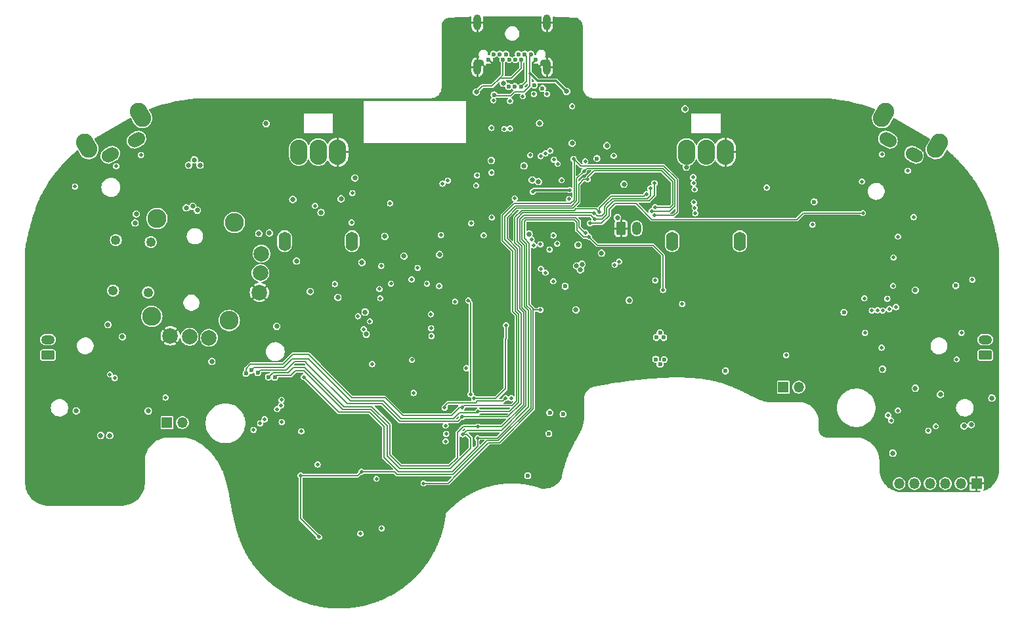
<source format=gbr>
%TF.GenerationSoftware,KiCad,Pcbnew,8.0.2*%
%TF.CreationDate,2024-08-23T15:15:22-07:00*%
%TF.ProjectId,UGC_Main_R4,5547435f-4d61-4696-9e5f-52342e6b6963,rev?*%
%TF.SameCoordinates,Original*%
%TF.FileFunction,Copper,L3,Inr*%
%TF.FilePolarity,Positive*%
%FSLAX46Y46*%
G04 Gerber Fmt 4.6, Leading zero omitted, Abs format (unit mm)*
G04 Created by KiCad (PCBNEW 8.0.2) date 2024-08-23 15:15:22*
%MOMM*%
%LPD*%
G01*
G04 APERTURE LIST*
G04 Aperture macros list*
%AMRoundRect*
0 Rectangle with rounded corners*
0 $1 Rounding radius*
0 $2 $3 $4 $5 $6 $7 $8 $9 X,Y pos of 4 corners*
0 Add a 4 corners polygon primitive as box body*
4,1,4,$2,$3,$4,$5,$6,$7,$8,$9,$2,$3,0*
0 Add four circle primitives for the rounded corners*
1,1,$1+$1,$2,$3*
1,1,$1+$1,$4,$5*
1,1,$1+$1,$6,$7*
1,1,$1+$1,$8,$9*
0 Add four rect primitives between the rounded corners*
20,1,$1+$1,$2,$3,$4,$5,0*
20,1,$1+$1,$4,$5,$6,$7,0*
20,1,$1+$1,$6,$7,$8,$9,0*
20,1,$1+$1,$8,$9,$2,$3,0*%
%AMHorizOval*
0 Thick line with rounded ends*
0 $1 width*
0 $2 $3 position (X,Y) of the first rounded end (center of the circle)*
0 $4 $5 position (X,Y) of the second rounded end (center of the circle)*
0 Add line between two ends*
20,1,$1,$2,$3,$4,$5,0*
0 Add two circle primitives to create the rounded ends*
1,1,$1,$2,$3*
1,1,$1,$4,$5*%
G04 Aperture macros list end*
%TA.AperFunction,ComponentPad*%
%ADD10O,2.250000X3.250000*%
%TD*%
%TA.AperFunction,HeatsinkPad*%
%ADD11O,1.600000X2.500000*%
%TD*%
%TA.AperFunction,ComponentPad*%
%ADD12R,1.350000X1.350000*%
%TD*%
%TA.AperFunction,ComponentPad*%
%ADD13O,1.350000X1.350000*%
%TD*%
%TA.AperFunction,ComponentPad*%
%ADD14C,2.450000*%
%TD*%
%TA.AperFunction,ComponentPad*%
%ADD15C,1.250000*%
%TD*%
%TA.AperFunction,ComponentPad*%
%ADD16C,2.000000*%
%TD*%
%TA.AperFunction,ComponentPad*%
%ADD17HorizOval,2.250000X-0.250000X0.433013X0.250000X-0.433013X0*%
%TD*%
%TA.AperFunction,ComponentPad*%
%ADD18HorizOval,1.700000X0.259808X0.150000X-0.259808X-0.150000X0*%
%TD*%
%TA.AperFunction,ComponentPad*%
%ADD19HorizOval,2.250000X-0.250000X-0.433013X0.250000X0.433013X0*%
%TD*%
%TA.AperFunction,ComponentPad*%
%ADD20HorizOval,1.700000X0.259808X-0.150000X-0.259808X0.150000X0*%
%TD*%
%TA.AperFunction,ComponentPad*%
%ADD21RoundRect,0.250000X0.625000X-0.350000X0.625000X0.350000X-0.625000X0.350000X-0.625000X-0.350000X0*%
%TD*%
%TA.AperFunction,ComponentPad*%
%ADD22O,1.750000X1.200000*%
%TD*%
%TA.AperFunction,ComponentPad*%
%ADD23RoundRect,0.250000X-0.350000X-0.625000X0.350000X-0.625000X0.350000X0.625000X-0.350000X0.625000X0*%
%TD*%
%TA.AperFunction,ComponentPad*%
%ADD24O,1.200000X1.750000*%
%TD*%
%TA.AperFunction,ComponentPad*%
%ADD25C,0.600000*%
%TD*%
%TA.AperFunction,ComponentPad*%
%ADD26O,1.000000X2.000000*%
%TD*%
%TA.AperFunction,ComponentPad*%
%ADD27C,0.900000*%
%TD*%
%TA.AperFunction,ViaPad*%
%ADD28C,0.600000*%
%TD*%
%TA.AperFunction,ViaPad*%
%ADD29C,0.500000*%
%TD*%
%TA.AperFunction,ViaPad*%
%ADD30C,0.650000*%
%TD*%
%TA.AperFunction,Conductor*%
%ADD31C,0.300000*%
%TD*%
%TA.AperFunction,Conductor*%
%ADD32C,0.200000*%
%TD*%
%TA.AperFunction,Conductor*%
%ADD33C,0.150000*%
%TD*%
G04 APERTURE END LIST*
D10*
%TO.N,+3V3*%
%TO.C,RV2*%
X243483657Y-101434400D03*
%TO.N,ZR_ANALOG*%
X240983657Y-101434400D03*
%TO.N,GND*%
X245983657Y-101434400D03*
D11*
%TO.N,N/C*%
X247833657Y-112934400D03*
X239133657Y-112934400D03*
%TD*%
D10*
%TO.N,+3V3*%
%TO.C,RV1*%
X193483657Y-101434400D03*
%TO.N,ZL_ANALOG*%
X190983657Y-101434400D03*
%TO.N,GND*%
X195983657Y-101434400D03*
D11*
%TO.N,N/C*%
X197833657Y-112934400D03*
X189133657Y-112934400D03*
%TD*%
D12*
%TO.N,Net-(D4A-A)*%
%TO.C,J8*%
X253457200Y-131775200D03*
D13*
%TO.N,G*%
X255457200Y-131775200D03*
%TD*%
D14*
%TO.N,*%
%TO.C,SW6*%
X172671539Y-110006388D03*
X172009489Y-122639052D03*
X182657835Y-110529748D03*
X181995785Y-123162412D03*
D15*
%TO.N,H*%
X171861497Y-113043156D03*
X171521313Y-119534248D03*
%TO.N,LS_BTN_IN*%
X167367664Y-112807644D03*
X167027480Y-119298736D03*
D16*
%TO.N,GND*%
X174381765Y-125141637D03*
%TO.N,Net-(SW6-X_OUT)*%
X176878339Y-125272477D03*
%TO.N,+3V3*%
X179374913Y-125403317D03*
%TO.N,GND*%
X185890899Y-119536297D03*
%TO.N,Net-(SW6-Y_OUT)*%
X186021739Y-117039723D03*
%TO.N,+3V3*%
X186152579Y-114543149D03*
%TD*%
D17*
%TO.N,*%
%TO.C,SW7*%
X163618112Y-100644336D03*
X170546316Y-96644336D03*
D18*
%TO.N,H*%
X166643465Y-101784400D03*
%TO.N,Net-(D11A-A)*%
X170020963Y-99834400D03*
%TD*%
D19*
%TO.N,*%
%TO.C,SW8*%
X266420998Y-96644336D03*
X273349202Y-100644336D03*
D20*
%TO.N,G*%
X266946351Y-99834400D03*
%TO.N,Net-(D5B-A)*%
X270323849Y-101784400D03*
%TD*%
D12*
%TO.N,GND*%
%TO.C,J4*%
X278380200Y-144195800D03*
D13*
%TO.N,RS_B_IN*%
X276380200Y-144195800D03*
%TO.N,RS_B_OUT*%
X274380200Y-144195800D03*
%TO.N,RY*%
X272380200Y-144195800D03*
%TO.N,RX*%
X270380200Y-144195800D03*
%TO.N,+3V3*%
X268380200Y-144195800D03*
%TD*%
D12*
%TO.N,LS_BTN_IN*%
%TO.C,J9*%
X173955200Y-136347200D03*
D13*
%TO.N,H*%
X175955200Y-136347200D03*
%TD*%
D21*
%TO.N,G*%
%TO.C,J7*%
X279501600Y-127635000D03*
D22*
%TO.N,Net-(D5C-A)*%
X279501600Y-125635000D03*
%TD*%
D23*
%TO.N,GND*%
%TO.C,B1*%
X232547596Y-111285471D03*
D24*
%TO.N,BATTERY_POS*%
X234547596Y-111285471D03*
%TD*%
D21*
%TO.N,H*%
%TO.C,J6*%
X158623000Y-127635000D03*
D22*
%TO.N,Net-(D11C-A)*%
X158623000Y-125635000D03*
%TD*%
D25*
%TO.N,GND*%
%TO.C,J5*%
X221533635Y-89504400D03*
%TO.N,+3V3_PRE*%
X220883635Y-88804400D03*
%TO.N,N_CLOCK*%
X220083635Y-88804400D03*
%TO.N,+5V_PRE*%
X219683635Y-89504400D03*
%TO.N,CC2*%
X219283635Y-88804400D03*
%TO.N,D+*%
X218883635Y-89504400D03*
%TO.N,D-*%
X218083635Y-89504400D03*
%TO.N,unconnected-(J5-SBU2-PadB8)*%
X217683635Y-88804400D03*
%TO.N,+5V_PRE*%
X217283635Y-89504400D03*
%TO.N,N_LATCH*%
X216883635Y-88804400D03*
%TO.N,N_DATA*%
X216083635Y-88804400D03*
%TO.N,GND*%
X215433635Y-89504400D03*
D26*
X213983635Y-84704400D03*
D27*
X214433635Y-89904400D03*
D26*
X213983635Y-90454400D03*
X222983635Y-84704400D03*
D27*
X222533635Y-89904400D03*
D26*
X222983635Y-90454400D03*
%TD*%
D28*
%TO.N,GND*%
X276275800Y-130835400D03*
X215140000Y-94050000D03*
D29*
X256583498Y-120742670D03*
X259538908Y-107500400D03*
D28*
X161950400Y-137261600D03*
D29*
X214275000Y-110775000D03*
D28*
X278384000Y-141935200D03*
D30*
X218465400Y-100533200D03*
D29*
X260574341Y-107435686D03*
D28*
X218960000Y-94270000D03*
X160909000Y-137312400D03*
D29*
X207441800Y-119888000D03*
X223545400Y-107416600D03*
X205371744Y-121819656D03*
X214800000Y-110400000D03*
D30*
X250367800Y-127762000D03*
D28*
X169951400Y-139623800D03*
D30*
X269570200Y-129540000D03*
X229504526Y-118967615D03*
D29*
X208915000Y-109296200D03*
X201930000Y-108483400D03*
D28*
X278409400Y-141198600D03*
D29*
X223545400Y-133426200D03*
X267309600Y-137566400D03*
D28*
X160350200Y-142570200D03*
D30*
X262509000Y-129362200D03*
D28*
X169367200Y-142036800D03*
D30*
X272999200Y-131470400D03*
D29*
X218328641Y-112035674D03*
D28*
X159893000Y-131622800D03*
D29*
X234111800Y-123240800D03*
X259797767Y-106529682D03*
X228449022Y-116721319D03*
D30*
X274472400Y-142306580D03*
D28*
X178308000Y-138176000D03*
D29*
X222554800Y-134924800D03*
X209194400Y-115849400D03*
D30*
X273685000Y-129565400D03*
X238912400Y-127635000D03*
D29*
X208000600Y-123342400D03*
D30*
X227748754Y-118990566D03*
X217830400Y-99923600D03*
X238937800Y-125831600D03*
D29*
X230632000Y-119405400D03*
D30*
X269595600Y-131470400D03*
D29*
X222681800Y-132943600D03*
X253022161Y-106650220D03*
D30*
X250672600Y-125704600D03*
X263779000Y-127889000D03*
D28*
X169443400Y-141122400D03*
X160223200Y-141630400D03*
X160959800Y-132130800D03*
D29*
X222707200Y-134239000D03*
D30*
%TO.N,LX*%
X196011800Y-120192800D03*
X179755800Y-128447800D03*
%TO.N,LY*%
X190677800Y-115493800D03*
X192430400Y-119430800D03*
D29*
%TO.N,Net-(D4A-A)*%
X266141200Y-126669800D03*
X242112800Y-109321600D03*
X266877800Y-120345200D03*
X267131800Y-121691400D03*
X268249400Y-112344200D03*
X253847600Y-127635000D03*
%TO.N,+1V1*%
X227914200Y-102641400D03*
X225882200Y-106324400D03*
X221132400Y-106553000D03*
D30*
%TO.N,LRA_R*%
X266242800Y-129438400D03*
D29*
X223788683Y-118099400D03*
D30*
%TO.N,BAT_LVL*%
X232912012Y-105582285D03*
D29*
X202742800Y-108051600D03*
D30*
%TO.N,VBUS_SYS*%
X232054400Y-109880400D03*
X230708200Y-100609400D03*
X233578400Y-120548400D03*
D29*
%TO.N,USB_EN*%
X223399733Y-101264779D03*
X218211400Y-94843600D03*
D28*
%TO.N,BTN_PWR*%
X223215200Y-137769600D03*
X223343093Y-135037482D03*
D29*
X236931200Y-117983000D03*
X222783400Y-116992400D03*
D28*
%TO.N,D+*%
X218020000Y-92960000D03*
%TO.N,D-*%
X218813581Y-92957751D03*
D30*
%TO.N,SL_RGB*%
X185801000Y-111937800D03*
X190195200Y-107543600D03*
%TO.N,Net-(L2-DOUT)*%
X166344600Y-123698000D03*
X170002200Y-109423200D03*
D29*
%TO.N,ESP_RTS*%
X200406000Y-128778000D03*
X198602600Y-122605800D03*
%TO.N,ESP_EN*%
X209296000Y-112141000D03*
X197866000Y-106730800D03*
X197764400Y-110515400D03*
X222148400Y-101955600D03*
%TO.N,ESP_DTR*%
X208000600Y-122351800D03*
X205790800Y-132511800D03*
X205562200Y-128244600D03*
D28*
%TO.N,N_LATCH*%
X221334118Y-92802481D03*
%TO.N,N_DATA*%
X222395124Y-93216533D03*
%TO.N,N_CLOCK*%
X219660000Y-92980000D03*
%TO.N,RP_RUN*%
X225323794Y-118752774D03*
X229412800Y-102260400D03*
D29*
X218372572Y-133193850D03*
%TO.N,I2C_SCL*%
X223875600Y-102412800D03*
X215814621Y-104075862D03*
X231701147Y-115982447D03*
%TO.N,I2C_SDA*%
X232284636Y-115562671D03*
X213952178Y-104428552D03*
X224358200Y-102946200D03*
%TO.N,USB_BOOT*%
X214807800Y-112166400D03*
X211124800Y-120726200D03*
D28*
X225040000Y-135250000D03*
D29*
%TO.N,RGB_OUT*%
X220803144Y-101833002D03*
X193040000Y-108356400D03*
%TO.N,SHARED_PU*%
X226212400Y-95504000D03*
X222961200Y-93929200D03*
X221284800Y-93929200D03*
X219860000Y-94230000D03*
%TO.N,USB_SEL*%
X222758000Y-101600000D03*
X216052400Y-94742000D03*
%TO.N,ESP_RX0*%
X209499200Y-105511600D03*
X200124189Y-123260685D03*
%TO.N,ESP_TX0*%
X210185000Y-105105200D03*
X199342763Y-124279937D03*
%TO.N,LADC_CS*%
X221259400Y-113461800D03*
X195630800Y-118465600D03*
%TO.N,SPI_TX*%
X202844400Y-118414800D03*
X207492600Y-118414800D03*
X265607800Y-121843800D03*
X201472800Y-120294400D03*
X224282000Y-113258600D03*
X267360400Y-136067800D03*
%TO.N,SPI_RX*%
X266979400Y-135407400D03*
X209067400Y-118719600D03*
X223314292Y-114001645D03*
X264871200Y-121869200D03*
%TO.N,SPI_CK*%
X223824800Y-112191800D03*
X205511400Y-117856000D03*
X266268200Y-121869200D03*
X268224000Y-134772400D03*
X201366000Y-119105800D03*
D30*
%TO.N,RADC_CS*%
X227004875Y-113428678D03*
X270484600Y-119253000D03*
X273735800Y-132689600D03*
D29*
%TO.N,IMU0_CS*%
X201599800Y-116128800D03*
X220980000Y-112725200D03*
D30*
%TO.N,ZL_ANALOG*%
X221081600Y-105029000D03*
X193827400Y-109220000D03*
%TO.N,ZR_ANALOG*%
X221871218Y-105252081D03*
X240944400Y-103378000D03*
D29*
%TO.N,UART_USB+*%
X217474800Y-98450400D03*
X208076800Y-125164600D03*
%TO.N,UART_USB-*%
X208026000Y-124164600D03*
X218186000Y-98399600D03*
D28*
%TO.N,E*%
X187867610Y-130476935D03*
D29*
X212115400Y-137845800D03*
X236321600Y-106121200D03*
X229055724Y-109296201D03*
%TO.N,D*%
X229717600Y-109169200D03*
X235813600Y-106832400D03*
D28*
X187045600Y-130454400D03*
D29*
X214045800Y-136855200D03*
D30*
%TO.N,+5V_PRE*%
X213868000Y-93675200D03*
D28*
%TO.N,+3V3_PRE*%
X216165246Y-94049711D03*
D30*
X225500000Y-93610000D03*
D29*
%TO.N,IMU1_CS*%
X222130112Y-113321680D03*
X206280400Y-116382800D03*
%TO.N,Net-(D4B-A)*%
X257225800Y-110794800D03*
X242036600Y-108610400D03*
%TO.N,C*%
X228200164Y-104966757D03*
X212039200Y-135610600D03*
D28*
X185674000Y-129895600D03*
D29*
X236920856Y-108544138D03*
%TO.N,Net-(D4C-A)*%
X241935000Y-107924600D03*
X270256000Y-109829600D03*
D30*
%TO.N,VBUS*%
X230004090Y-114479819D03*
X215783138Y-102514294D03*
%TO.N,CC1*%
X217350000Y-92530000D03*
D29*
%TO.N,Net-(D5B-A)*%
X269519400Y-103835200D03*
X241884200Y-105435400D03*
X263601200Y-105232200D03*
%TO.N,Net-(D5A-A)*%
X242011200Y-106248200D03*
X251333000Y-106019600D03*
%TO.N,A*%
X226415600Y-102311200D03*
X236853904Y-109619539D03*
X212013800Y-134391400D03*
D28*
X184150000Y-129997200D03*
%TO.N,B*%
X184810400Y-129590800D03*
D29*
X236474058Y-109051928D03*
X214096600Y-134899400D03*
X227736400Y-103886000D03*
D28*
%TO.N,+3V3*%
X245999000Y-129667000D03*
D30*
X209118200Y-114655600D03*
X227279200Y-116611400D03*
D28*
X257429000Y-107848400D03*
D30*
X226796600Y-116128800D03*
X267589000Y-140284200D03*
X177292000Y-108432600D03*
D29*
X215846705Y-109870895D03*
D30*
X168198800Y-125272800D03*
X177495200Y-102438200D03*
X220658568Y-111998972D03*
D28*
X237566200Y-124739400D03*
D30*
X188112400Y-123926600D03*
X227500000Y-115900000D03*
D28*
X238031090Y-125368176D03*
D30*
X198196200Y-104775000D03*
X186740800Y-97764600D03*
D29*
X215798400Y-98298000D03*
D30*
X199669400Y-124942600D03*
X196418200Y-107467400D03*
D29*
X213842600Y-105740200D03*
X231586200Y-101911955D03*
D30*
X280365200Y-133172200D03*
D28*
X237566200Y-128803400D03*
X275717000Y-118668800D03*
X237007400Y-128168400D03*
D30*
X169849800Y-110583609D03*
X240792000Y-95859600D03*
X199517000Y-122072400D03*
D28*
X220497400Y-143205200D03*
D30*
X176453800Y-108635800D03*
D29*
X225806000Y-107492800D03*
D28*
X261289800Y-122097800D03*
X238099600Y-128193800D03*
D29*
X213200000Y-110625000D03*
D30*
X220005282Y-103213573D03*
X162255200Y-134823200D03*
X176758600Y-103124000D03*
X199097900Y-115684300D03*
X187172600Y-111861600D03*
X178231800Y-103124000D03*
D28*
X237083600Y-125349000D03*
D30*
X222021400Y-97713800D03*
X226212400Y-100279200D03*
X270484600Y-131902200D03*
X202057000Y-112318800D03*
D29*
X224866200Y-105054400D03*
D30*
X177876200Y-108940600D03*
D29*
X218821000Y-107416600D03*
D30*
X204520800Y-114858800D03*
X226718285Y-121785989D03*
D29*
%TO.N,F*%
X191592200Y-130454400D03*
X214020400Y-138328400D03*
X236837529Y-105442522D03*
X229108000Y-110083600D03*
%TO.N,RS_B_OUT*%
X272161000Y-137363200D03*
%TO.N,Net-(D5C-A)*%
X241833400Y-104673400D03*
X275818600Y-128168400D03*
%TO.N,Net-(D8C-A)*%
X191287400Y-137464800D03*
X188753270Y-136277422D03*
%TO.N,Net-(D8B-A)*%
X186563000Y-135915400D03*
X198907400Y-150672800D03*
%TO.N,Net-(D8A-A)*%
X185978800Y-136448800D03*
X193395600Y-141732000D03*
%TO.N,RS_B_IN*%
X273126200Y-136804400D03*
%TO.N,Net-(D11A-A)*%
X188171967Y-134603702D03*
X162102800Y-105867200D03*
X170611800Y-101803200D03*
%TO.N,Net-(D11C-A)*%
X188724384Y-133414380D03*
X167233600Y-130581400D03*
%TO.N,Net-(D12C-A)*%
X209770157Y-134423074D03*
X217652600Y-133172200D03*
%TO.N,Net-(D12A-A)*%
X213588600Y-133223000D03*
X217678000Y-123799600D03*
%TO.N,Net-(D12B-A)*%
X213131400Y-132689600D03*
X212826600Y-120573800D03*
%TO.N,Net-(D13C-A)*%
X240411000Y-121031000D03*
X209905600Y-138760200D03*
%TO.N,Net-(D13A-A)*%
X212572600Y-129311400D03*
X209905600Y-136728200D03*
%TO.N,Net-(D13B-A)*%
X209981800Y-137795000D03*
X200990200Y-143586200D03*
%TO.N,H*%
X191185800Y-143179800D03*
X227931351Y-111850544D03*
X193573400Y-151104600D03*
X167411400Y-103251000D03*
X199034400Y-142671800D03*
X185115200Y-137287000D03*
X166598600Y-130124200D03*
%TO.N,G*%
X263728200Y-109296200D03*
X267614400Y-118694200D03*
X267995400Y-121437400D03*
X276453600Y-124764800D03*
X264007600Y-124764800D03*
X277825200Y-117906800D03*
X267665200Y-115036600D03*
X228535538Y-110624007D03*
X263906000Y-120294400D03*
X266179300Y-101714300D03*
%TO.N,I*%
X207060800Y-144170400D03*
X228396800Y-112369600D03*
X222118121Y-121793838D03*
X201650600Y-149987000D03*
X237947200Y-119227600D03*
%TO.N,LS_BTN_IN*%
X173786800Y-133096000D03*
X188672392Y-134129273D03*
%TO.N,LRA_L*%
X222199200Y-116484400D03*
D30*
X171551600Y-134848600D03*
%TO.N,LRA_L+*%
X165410263Y-137988533D03*
%TO.N,LRA_R+*%
X277698200Y-136601200D03*
%TO.N,LRA_R-*%
X276758400Y-136779000D03*
%TO.N,LRA_L-*%
X166568997Y-137996991D03*
%TD*%
D31*
%TO.N,+1V1*%
X221132400Y-106553000D02*
X221361000Y-106324400D01*
X221361000Y-106324400D02*
X225882200Y-106324400D01*
D32*
%TO.N,N_CLOCK*%
X220340000Y-92300000D02*
X220340000Y-89060765D01*
X219660000Y-92980000D02*
X220340000Y-92300000D01*
X220340000Y-89060765D02*
X220083635Y-88804400D01*
D33*
%TO.N,E*%
X230378000Y-109321600D02*
X230378000Y-108864400D01*
D32*
X202336400Y-140614400D02*
X202336400Y-136741226D01*
X202336400Y-136741226D02*
X200220774Y-134625600D01*
X189890400Y-130251200D02*
X188093345Y-130251200D01*
D33*
X230225600Y-109474000D02*
X230378000Y-109321600D01*
D32*
X213156800Y-139649200D02*
X210515200Y-142290800D01*
D33*
X219130116Y-109970148D02*
X219834264Y-109266000D01*
D32*
X212623400Y-137845800D02*
X213156800Y-138379200D01*
X196601600Y-134625600D02*
X191617600Y-129641600D01*
D33*
X230682800Y-108153200D02*
X231394000Y-107442000D01*
X230022400Y-109677200D02*
X230225600Y-109474000D01*
X230378000Y-108458000D02*
X230682800Y-108153200D01*
X219760800Y-121495736D02*
X219760800Y-113588800D01*
D32*
X188093345Y-130251200D02*
X187867610Y-130476935D01*
D33*
X236321600Y-107035600D02*
X236321600Y-106121200D01*
X212115400Y-137845800D02*
X212598000Y-137363200D01*
X219130116Y-112958116D02*
X219130116Y-109970148D01*
X231952800Y-107442000D02*
X235915200Y-107442000D01*
D32*
X191617600Y-129641600D02*
X190500000Y-129641600D01*
D33*
X235915200Y-107442000D02*
X236321600Y-107035600D01*
X229463600Y-109677200D02*
X230022400Y-109677200D01*
X219834264Y-109266000D02*
X229025523Y-109266000D01*
D32*
X213156800Y-138379200D02*
X213156800Y-139649200D01*
D33*
X229082601Y-109296201D02*
X229463600Y-109677200D01*
X220268800Y-134162800D02*
X220268800Y-122003736D01*
X230378000Y-108864400D02*
X230378000Y-108458000D01*
D32*
X200220774Y-134625600D02*
X196601600Y-134625600D01*
D33*
X229055724Y-109296201D02*
X229082601Y-109296201D01*
X220268800Y-122003736D02*
X219760800Y-121495736D01*
X231394000Y-107442000D02*
X231952800Y-107442000D01*
D32*
X210515200Y-142290800D02*
X204012800Y-142290800D01*
X204012800Y-142290800D02*
X202336400Y-140614400D01*
D33*
X229025523Y-109266000D02*
X229055724Y-109296201D01*
X217068400Y-137363200D02*
X220268800Y-134162800D01*
X212598000Y-137363200D02*
X217068400Y-137363200D01*
X219760800Y-113588800D02*
X219130116Y-112958116D01*
D32*
X190500000Y-129641600D02*
X189890400Y-130251200D01*
X212115400Y-137845800D02*
X212623400Y-137845800D01*
D33*
%TO.N,D*%
X219964000Y-122123200D02*
X219964000Y-134010400D01*
X226669600Y-108762800D02*
X226466400Y-108966000D01*
D32*
X212191600Y-136855200D02*
X211404200Y-137642600D01*
D33*
X219456000Y-113741200D02*
X219456000Y-121615200D01*
X226466400Y-108966000D02*
X219710000Y-108966000D01*
D32*
X202692000Y-140462000D02*
X202692000Y-136575800D01*
D33*
X219456000Y-121615200D02*
X219964000Y-122123200D01*
D32*
X211404200Y-140868400D02*
X210331800Y-141940800D01*
X191719200Y-129235200D02*
X190246000Y-129235200D01*
X214045800Y-136855200D02*
X212191600Y-136855200D01*
D33*
X229717600Y-109169200D02*
X229311200Y-108762800D01*
X229311200Y-108762800D02*
X226669600Y-108762800D01*
D32*
X196748400Y-134264400D02*
X191719200Y-129235200D01*
D33*
X219710000Y-108966000D02*
X218824518Y-109851482D01*
X231902000Y-107137200D02*
X235508800Y-107137200D01*
X217119200Y-136855200D02*
X214045800Y-136855200D01*
D32*
X200380600Y-134264400D02*
X196748400Y-134264400D01*
X211404200Y-137642600D02*
X211404200Y-140868400D01*
X210331800Y-141940800D02*
X204170800Y-141940800D01*
D33*
X231241600Y-107137200D02*
X231902000Y-107137200D01*
X219964000Y-134010400D02*
X217119200Y-136855200D01*
X229920800Y-108458000D02*
X231241600Y-107137200D01*
D32*
X187604400Y-129895600D02*
X187045600Y-130454400D01*
X204170800Y-141940800D02*
X202692000Y-140462000D01*
X202692000Y-136575800D02*
X200380600Y-134264400D01*
X189585600Y-129895600D02*
X187604400Y-129895600D01*
D33*
X229717600Y-108661200D02*
X229920800Y-108458000D01*
X218824518Y-109851482D02*
X218824518Y-113109718D01*
X235508800Y-107137200D02*
X235813600Y-106832400D01*
X229717600Y-109169200D02*
X229717600Y-108661200D01*
D32*
X190246000Y-129235200D02*
X189585600Y-129895600D01*
D33*
X218824518Y-113109718D02*
X219456000Y-113741200D01*
D32*
%TO.N,+5V_PRE*%
X219683635Y-90576365D02*
X218390000Y-91870000D01*
X217283635Y-89504400D02*
X217283635Y-91486365D01*
X215850000Y-92920000D02*
X214623200Y-92920000D01*
X214623200Y-92920000D02*
X213868000Y-93675200D01*
X216900000Y-91870000D02*
X215850000Y-92920000D01*
X218390000Y-91870000D02*
X216900000Y-91870000D01*
X219683635Y-89504400D02*
X219683635Y-90576365D01*
X217283635Y-91486365D02*
X216900000Y-91870000D01*
%TO.N,+3V3_PRE*%
X218260000Y-94150000D02*
X218780000Y-93630000D01*
X216165246Y-94049711D02*
X216265535Y-94150000D01*
X220870000Y-88810000D02*
X220878035Y-88810000D01*
X220740000Y-92920000D02*
X220740000Y-88948035D01*
X220878035Y-88810000D02*
X220883635Y-88804400D01*
D31*
X224120000Y-92230000D02*
X225500000Y-93610000D01*
D32*
X216265535Y-94150000D02*
X218260000Y-94150000D01*
X220740000Y-88948035D02*
X220878035Y-88810000D01*
D31*
X220790187Y-91276657D02*
X220822567Y-91276657D01*
X220822567Y-91276657D02*
X221775910Y-92230000D01*
X221775910Y-92230000D02*
X224120000Y-92230000D01*
D32*
X220030000Y-93630000D02*
X220740000Y-92920000D01*
X218780000Y-93630000D02*
X220030000Y-93630000D01*
D33*
%TO.N,C*%
X219659200Y-122290672D02*
X219151200Y-121782672D01*
X219049600Y-108661200D02*
X226314000Y-108661200D01*
D32*
X191973200Y-128676400D02*
X191770000Y-128473200D01*
D33*
X217906600Y-135610600D02*
X219659200Y-133858000D01*
X229057200Y-103835200D02*
X237744000Y-103835200D01*
X238877062Y-108544138D02*
X236920856Y-108544138D01*
X226314000Y-108661200D02*
X227076000Y-107899200D01*
X239166400Y-108254800D02*
X238877062Y-108544138D01*
X239166400Y-105257600D02*
X239166400Y-108254800D01*
X217830400Y-109880400D02*
X219049600Y-108661200D01*
X219151200Y-121782672D02*
X219151200Y-113893600D01*
D32*
X203987400Y-136169400D02*
X211480400Y-136169400D01*
D33*
X217830400Y-112572800D02*
X217830400Y-109880400D01*
X237744000Y-103835200D02*
X239166400Y-105257600D01*
D32*
X189331600Y-129540000D02*
X188468000Y-129540000D01*
X186029600Y-129540000D02*
X185674000Y-129895600D01*
X191973200Y-128676400D02*
X197180200Y-133883400D01*
X197180200Y-133883400D02*
X201701400Y-133883400D01*
D33*
X219151200Y-113893600D02*
X217830400Y-112572800D01*
D32*
X188468000Y-129540000D02*
X186029600Y-129540000D01*
D33*
X227076000Y-105562400D02*
X227671643Y-104966757D01*
D32*
X201701400Y-133883400D02*
X203987400Y-136169400D01*
D33*
X219659200Y-133858000D02*
X219659200Y-122290672D01*
X212039200Y-135610600D02*
X217906600Y-135610600D01*
X228200164Y-104692236D02*
X229057200Y-103835200D01*
D32*
X190398400Y-128473200D02*
X189331600Y-129540000D01*
D33*
X227076000Y-107899200D02*
X227076000Y-105562400D01*
X228200164Y-104966757D02*
X228200164Y-104692236D01*
D32*
X191770000Y-128473200D02*
X190398400Y-128473200D01*
X211480400Y-136169400D02*
X212039200Y-135610600D01*
D33*
X227671643Y-104966757D02*
X228200164Y-104966757D01*
%TO.N,A*%
X218440000Y-134162800D02*
X219049600Y-133553200D01*
D32*
X212013800Y-134391400D02*
X211658200Y-134391400D01*
D33*
X212013800Y-134391400D02*
X212242400Y-134162800D01*
X217220800Y-112877600D02*
X217220800Y-109575600D01*
X239776000Y-109118400D02*
X239274861Y-109619539D01*
X218744800Y-108051600D02*
X226009200Y-108051600D01*
D32*
X211658200Y-134391400D02*
X210642200Y-135407400D01*
D33*
X219049600Y-133553200D02*
X219049600Y-122529600D01*
D32*
X197815200Y-133121400D02*
X192252600Y-127558800D01*
D33*
X218541600Y-122021600D02*
X218541600Y-114198400D01*
X238048800Y-103225600D02*
X239776000Y-104952800D01*
D32*
X188874400Y-128828800D02*
X184708800Y-128828800D01*
X210642200Y-135407400D02*
X204368400Y-135407400D01*
D33*
X212242400Y-134162800D02*
X218440000Y-134162800D01*
X217220800Y-109575600D02*
X218744800Y-108051600D01*
X239274861Y-109619539D02*
X236853904Y-109619539D01*
D32*
X184150000Y-129387600D02*
X184150000Y-129997200D01*
D33*
X226466400Y-102362000D02*
X226415600Y-102311200D01*
X227330000Y-103225600D02*
X238048800Y-103225600D01*
D32*
X192252600Y-127558800D02*
X190144400Y-127558800D01*
D33*
X226009200Y-108051600D02*
X226466400Y-107594400D01*
D32*
X204368400Y-135407400D02*
X202082400Y-133121400D01*
D33*
X226415600Y-102311200D02*
X227330000Y-103225600D01*
X219049600Y-122529600D02*
X218541600Y-122021600D01*
X226466400Y-107594400D02*
X226466400Y-102362000D01*
X218541600Y-114198400D02*
X217220800Y-112877600D01*
D32*
X202082400Y-133121400D02*
X197815200Y-133121400D01*
X190144400Y-127558800D02*
X188874400Y-128828800D01*
X184708800Y-128828800D02*
X184150000Y-129387600D01*
D33*
X239776000Y-104952800D02*
X239776000Y-109118400D01*
%TO.N,B*%
X217525600Y-109728000D02*
X217525600Y-112725200D01*
X217525600Y-112725200D02*
X218846400Y-114046000D01*
X218846400Y-121902136D02*
X219349600Y-122405336D01*
D32*
X189534800Y-128676400D02*
X189026800Y-129184400D01*
D33*
X226771200Y-104851200D02*
X226771200Y-107746800D01*
X238826472Y-109051928D02*
X236474058Y-109051928D01*
X218897200Y-108356400D02*
X217525600Y-109728000D01*
D32*
X213969600Y-135026400D02*
X211683600Y-135026400D01*
X188620400Y-129184400D02*
X185216800Y-129184400D01*
D33*
X227736400Y-103886000D02*
X226771200Y-104851200D01*
X219349600Y-122405336D02*
X219349600Y-133710400D01*
D32*
X189026800Y-129184400D02*
X188620400Y-129184400D01*
D33*
X227736400Y-103886000D02*
X228092000Y-103530400D01*
X226161600Y-108356400D02*
X218897200Y-108356400D01*
X226771200Y-107746800D02*
X226161600Y-108356400D01*
X218846400Y-114046000D02*
X218846400Y-121902136D01*
D32*
X211683600Y-135026400D02*
X210921600Y-135788400D01*
D33*
X237896400Y-103530400D02*
X239471200Y-105105200D01*
X219349600Y-133710400D02*
X218160600Y-134899400D01*
D32*
X192252600Y-128117600D02*
X191490600Y-128117600D01*
D33*
X218160600Y-134899400D02*
X214096600Y-134899400D01*
D32*
X185216800Y-129184400D02*
X184810400Y-129590800D01*
X210921600Y-135788400D02*
X204190600Y-135788400D01*
D33*
X228092000Y-103530400D02*
X237896400Y-103530400D01*
D32*
X197637400Y-133502400D02*
X192252600Y-128117600D01*
X201904600Y-133502400D02*
X197637400Y-133502400D01*
X214096600Y-134899400D02*
X213969600Y-135026400D01*
X191490600Y-128117600D02*
X190093600Y-128117600D01*
X190093600Y-128117600D02*
X189534800Y-128676400D01*
X204190600Y-135788400D02*
X201904600Y-133502400D01*
D33*
X239471200Y-108407200D02*
X238826472Y-109051928D01*
X239471200Y-105105200D02*
X239471200Y-108407200D01*
%TO.N,F*%
X220573600Y-121884272D02*
X220573600Y-134315200D01*
X219441481Y-110083047D02*
X219441481Y-112845217D01*
D32*
X201980800Y-136880600D02*
X201980800Y-140817600D01*
D33*
X220065600Y-113469336D02*
X220065600Y-121376272D01*
D32*
X191592200Y-130454400D02*
X196113400Y-134975600D01*
D33*
X228600000Y-109575600D02*
X219948928Y-109575600D01*
D32*
X203809600Y-142646400D02*
X210718400Y-142646400D01*
D33*
X216560400Y-138328400D02*
X214020400Y-138328400D01*
X230682800Y-108610400D02*
X231546400Y-107746800D01*
D32*
X200075800Y-134975600D02*
X201980800Y-136880600D01*
D33*
X219441481Y-112845217D02*
X220065600Y-113469336D01*
X236118400Y-107746800D02*
X236837529Y-107027671D01*
X231546400Y-107746800D02*
X236118400Y-107746800D01*
D32*
X214020400Y-139344400D02*
X214020400Y-138328400D01*
D33*
X220573600Y-134315200D02*
X216560400Y-138328400D01*
D32*
X201980800Y-140817600D02*
X203809600Y-142646400D01*
D33*
X230682800Y-109474000D02*
X230682800Y-108610400D01*
X219948928Y-109575600D02*
X219441481Y-110083047D01*
X230073200Y-110083600D02*
X230682800Y-109474000D01*
X229108000Y-110083600D02*
X230073200Y-110083600D01*
X229108000Y-110083600D02*
X228600000Y-109575600D01*
D32*
X196113400Y-134975600D02*
X200075800Y-134975600D01*
X210718400Y-142646400D02*
X214020400Y-139344400D01*
D33*
X220065600Y-121376272D02*
X220573600Y-121884272D01*
X236837529Y-107027671D02*
X236837529Y-105442522D01*
D32*
%TO.N,Net-(D12C-A)*%
X217246200Y-133578600D02*
X217652600Y-133172200D01*
X209770157Y-134196643D02*
X210185000Y-133781800D01*
X213995000Y-133578600D02*
X217246200Y-133578600D01*
X213791800Y-133781800D02*
X213995000Y-133578600D01*
X210185000Y-133781800D02*
X213791800Y-133781800D01*
X209770157Y-134423074D02*
X209770157Y-134196643D01*
%TO.N,Net-(D12A-A)*%
X217652600Y-131953000D02*
X216382600Y-133223000D01*
X217678000Y-125476000D02*
X217652600Y-125501400D01*
X217678000Y-123799600D02*
X217678000Y-125476000D01*
X216382600Y-133223000D02*
X213588600Y-133223000D01*
X217652600Y-125501400D02*
X217652600Y-131953000D01*
%TO.N,Net-(D12B-A)*%
X213131400Y-132689600D02*
X213131400Y-120878600D01*
X213131400Y-120878600D02*
X212826600Y-120573800D01*
%TO.N,H*%
X191185800Y-148717000D02*
X193573400Y-151104600D01*
X191185800Y-143179800D02*
X191185800Y-148717000D01*
D33*
X227126800Y-110337600D02*
X227126800Y-111099600D01*
X219752845Y-112717245D02*
X219752845Y-110243955D01*
D32*
X203276200Y-142671800D02*
X203454000Y-142849600D01*
X211277200Y-142595600D02*
X214172800Y-139700000D01*
D33*
X220878400Y-134467600D02*
X220878400Y-121760327D01*
X226669600Y-109880400D02*
X227126800Y-110337600D01*
X227126800Y-111099600D02*
X227877744Y-111850544D01*
X220116400Y-109880400D02*
X226669600Y-109880400D01*
X227877744Y-111850544D02*
X227931351Y-111850544D01*
X220365600Y-113330000D02*
X219752845Y-112717245D01*
X214172800Y-139700000D02*
X215239600Y-138633200D01*
X216712800Y-138633200D02*
X220878400Y-134467600D01*
X220365600Y-121247527D02*
X220365600Y-113330000D01*
D32*
X199034400Y-142671800D02*
X203276200Y-142671800D01*
X203454000Y-142849600D02*
X203606400Y-143002000D01*
X191185800Y-143179800D02*
X198526400Y-143179800D01*
X204571600Y-143002000D02*
X210870800Y-143002000D01*
X203606400Y-143002000D02*
X204571600Y-143002000D01*
D33*
X220878400Y-121760327D02*
X220365600Y-121247527D01*
X219752845Y-110243955D02*
X220116400Y-109880400D01*
X215239600Y-138633200D02*
X216712800Y-138633200D01*
D32*
X198526400Y-143179800D02*
X199034400Y-142671800D01*
X210870800Y-143002000D02*
X211277200Y-142595600D01*
D33*
%TO.N,G*%
X234442000Y-108051600D02*
X236524800Y-110134400D01*
X256057400Y-109296200D02*
X263728200Y-109296200D01*
X236524800Y-110134400D02*
X255219200Y-110134400D01*
X255219200Y-110134400D02*
X256057400Y-109296200D01*
X230987600Y-109626400D02*
X230987600Y-108813600D01*
X228535538Y-110624007D02*
X229989993Y-110624007D01*
X229989993Y-110624007D02*
X230987600Y-109626400D01*
X231749600Y-108051600D02*
X234442000Y-108051600D01*
X230987600Y-108813600D02*
X231749600Y-108051600D01*
%TO.N,I*%
X216824813Y-138945451D02*
X221179939Y-134590325D01*
X237947200Y-114757200D02*
X237947200Y-119227600D01*
X214122000Y-140258800D02*
X215435349Y-138945451D01*
X220273600Y-110180400D02*
X220065600Y-110388400D01*
X226822000Y-111506000D02*
X226822000Y-110490000D01*
D32*
X207060800Y-144170400D02*
X210210400Y-144170400D01*
D33*
X236626400Y-113436400D02*
X237439200Y-114249200D01*
X227685600Y-112369600D02*
X226822000Y-111506000D01*
X229463600Y-113436400D02*
X230936800Y-113436400D01*
X215435349Y-138945451D02*
X216824813Y-138945451D01*
X226512400Y-110180400D02*
X220273600Y-110180400D01*
D32*
X211429600Y-142951200D02*
X214122000Y-140258800D01*
D33*
X228396800Y-112369600D02*
X227685600Y-112369600D01*
X220065600Y-112572800D02*
X220675200Y-113182400D01*
X237439200Y-114249200D02*
X237947200Y-114757200D01*
X230936800Y-113436400D02*
X236626400Y-113436400D01*
X226822000Y-110490000D02*
X226512400Y-110180400D01*
X220065600Y-110388400D02*
X220065600Y-112572800D01*
X220675200Y-121132863D02*
X221336175Y-121793838D01*
X220675200Y-113182400D02*
X220675200Y-121132863D01*
X228396800Y-112369600D02*
X229463600Y-113436400D01*
D32*
X210210400Y-144170400D02*
X211429600Y-142951200D01*
D33*
X221336175Y-121793838D02*
X222118121Y-121793838D01*
X221179939Y-134590325D02*
X221179939Y-121637603D01*
%TD*%
%TA.AperFunction,Conductor*%
%TO.N,GND*%
G36*
X219344069Y-108908374D02*
G01*
X219365743Y-108960700D01*
X219344069Y-109013025D01*
X219007616Y-109349478D01*
X218696783Y-109660311D01*
X218633347Y-109723747D01*
X218633346Y-109723749D01*
X218624520Y-109745058D01*
X218599017Y-109806627D01*
X218599017Y-109904948D01*
X218599018Y-109904957D01*
X218599018Y-112843861D01*
X218577344Y-112896187D01*
X218525018Y-112917861D01*
X218472692Y-112896187D01*
X218077574Y-112501069D01*
X218055900Y-112448743D01*
X218055900Y-110004457D01*
X218077574Y-109952131D01*
X219121331Y-108908374D01*
X219173657Y-108886700D01*
X219291743Y-108886700D01*
X219344069Y-108908374D01*
G37*
%TD.AperFunction*%
%TA.AperFunction,Conductor*%
G36*
X218599342Y-83889145D02*
G01*
X218599367Y-83889156D01*
X218599368Y-83889146D01*
X218599434Y-83889146D01*
X218715114Y-83889210D01*
X218715140Y-83889222D01*
X218715141Y-83889211D01*
X218715255Y-83889211D01*
X218830943Y-83889321D01*
X218830971Y-83889333D01*
X218830972Y-83889322D01*
X218831138Y-83889322D01*
X218946826Y-83889480D01*
X218946854Y-83889492D01*
X218946855Y-83889481D01*
X218947075Y-83889481D01*
X219062756Y-83889688D01*
X219062785Y-83889701D01*
X219062786Y-83889689D01*
X219063065Y-83889689D01*
X219178730Y-83889946D01*
X219178761Y-83889960D01*
X219178762Y-83889947D01*
X219179105Y-83889947D01*
X219294745Y-83890258D01*
X219294776Y-83890272D01*
X219294777Y-83890259D01*
X219295188Y-83890260D01*
X219410793Y-83890623D01*
X219410827Y-83890638D01*
X219410828Y-83890624D01*
X219526909Y-83891046D01*
X219642981Y-83891525D01*
X219643016Y-83891540D01*
X219643017Y-83891526D01*
X219759108Y-83892064D01*
X219759145Y-83892080D01*
X219759146Y-83892065D01*
X219759903Y-83892068D01*
X219875256Y-83892665D01*
X219875295Y-83892682D01*
X219875296Y-83892666D01*
X219991417Y-83893329D01*
X219991456Y-83893346D01*
X219991457Y-83893330D01*
X220107629Y-83894059D01*
X220223762Y-83894853D01*
X220223804Y-83894871D01*
X220223805Y-83894854D01*
X220339938Y-83895717D01*
X220339981Y-83895735D01*
X220339982Y-83895718D01*
X220456155Y-83896652D01*
X220572274Y-83897656D01*
X220572319Y-83897675D01*
X220572320Y-83897657D01*
X220688473Y-83898736D01*
X220804562Y-83899890D01*
X220804608Y-83899910D01*
X220804609Y-83899891D01*
X220920724Y-83901122D01*
X221036764Y-83902432D01*
X221036813Y-83902453D01*
X221036814Y-83902433D01*
X221152874Y-83903824D01*
X221268900Y-83905297D01*
X221384833Y-83906853D01*
X221384887Y-83906876D01*
X221384888Y-83906854D01*
X221500834Y-83908497D01*
X221616732Y-83910227D01*
X221732579Y-83912047D01*
X221848311Y-83913956D01*
X221848369Y-83913981D01*
X221848370Y-83913957D01*
X221964102Y-83915961D01*
X221964103Y-83915961D01*
X222186700Y-83920092D01*
X222238615Y-83942733D01*
X222259314Y-83995452D01*
X222257905Y-84008515D01*
X222233635Y-84130531D01*
X222233635Y-84579400D01*
X222683635Y-84579400D01*
X222683635Y-84829400D01*
X222233635Y-84829400D01*
X222233635Y-85278268D01*
X222262455Y-85423160D01*
X222262457Y-85423167D01*
X222318992Y-85559654D01*
X222401071Y-85682496D01*
X222505538Y-85786963D01*
X222628380Y-85869042D01*
X222764867Y-85925577D01*
X222764874Y-85925579D01*
X222858634Y-85944229D01*
X222858635Y-85944228D01*
X222858635Y-85428642D01*
X222867839Y-85433956D01*
X222944139Y-85454400D01*
X223023131Y-85454400D01*
X223099431Y-85433956D01*
X223108635Y-85428642D01*
X223108635Y-85944229D01*
X223202395Y-85925579D01*
X223202402Y-85925577D01*
X223338889Y-85869042D01*
X223461731Y-85786963D01*
X223461733Y-85786962D01*
X223566197Y-85682498D01*
X223566198Y-85682496D01*
X223648277Y-85559654D01*
X223704812Y-85423167D01*
X223704814Y-85423160D01*
X223733635Y-85278268D01*
X223733635Y-84829400D01*
X223283635Y-84829400D01*
X223283635Y-84579400D01*
X223733635Y-84579400D01*
X223733635Y-84130532D01*
X223717610Y-84049970D01*
X223728659Y-83994421D01*
X223775751Y-83962955D01*
X223792613Y-83961573D01*
X223854912Y-83963623D01*
X223973331Y-83967652D01*
X223973368Y-83967653D01*
X223973415Y-83967655D01*
X223979099Y-83967854D01*
X224091641Y-83971812D01*
X224091724Y-83971851D01*
X224091726Y-83971816D01*
X224096854Y-83972002D01*
X224210012Y-83976114D01*
X224210096Y-83976153D01*
X224210098Y-83976118D01*
X224216457Y-83976356D01*
X224328359Y-83980555D01*
X224328445Y-83980595D01*
X224328447Y-83980559D01*
X224446769Y-83985141D01*
X224446768Y-83985142D01*
X224446824Y-83985143D01*
X224565065Y-83989868D01*
X224565064Y-83989869D01*
X224565117Y-83989870D01*
X224683332Y-83994740D01*
X224683331Y-83994741D01*
X224683380Y-83994742D01*
X224801476Y-83999755D01*
X224801567Y-83999797D01*
X224801569Y-83999759D01*
X224919681Y-84004924D01*
X224919774Y-84004967D01*
X224919776Y-84004929D01*
X225037856Y-84010246D01*
X225037950Y-84010290D01*
X225037952Y-84010251D01*
X225156094Y-84015726D01*
X225156093Y-84015727D01*
X225156152Y-84015728D01*
X225274203Y-84021358D01*
X225274202Y-84021359D01*
X225274256Y-84021360D01*
X225392276Y-84027148D01*
X225510211Y-84033092D01*
X225510310Y-84033139D01*
X225510313Y-84033098D01*
X225628312Y-84039211D01*
X225628311Y-84039213D01*
X225628394Y-84039215D01*
X225746115Y-84045479D01*
X225746269Y-84045553D01*
X225746273Y-84045488D01*
X225982074Y-84058545D01*
X225982073Y-84058548D01*
X225982198Y-84058552D01*
X226084290Y-84064412D01*
X226186099Y-84070373D01*
X226186183Y-84070414D01*
X226186186Y-84070379D01*
X226194361Y-84070867D01*
X226287685Y-84076443D01*
X226287770Y-84076485D01*
X226287773Y-84076449D01*
X226389058Y-84082623D01*
X226389057Y-84082625D01*
X226389125Y-84082627D01*
X226490050Y-84088904D01*
X226628919Y-84097749D01*
X226632991Y-84098122D01*
X226735749Y-84110440D01*
X226743709Y-84111840D01*
X226841193Y-84134544D01*
X226851068Y-84137585D01*
X227000169Y-84195195D01*
X227009530Y-84199587D01*
X227097160Y-84248458D01*
X227104007Y-84252784D01*
X227185566Y-84310792D01*
X227193556Y-84317362D01*
X227309711Y-84427349D01*
X227316544Y-84434766D01*
X227375061Y-84507683D01*
X227379489Y-84513818D01*
X227430265Y-84592344D01*
X227434970Y-84600783D01*
X227442770Y-84617209D01*
X227499015Y-84735660D01*
X227502583Y-84744648D01*
X227531396Y-84833817D01*
X227533351Y-84841126D01*
X227552865Y-84932568D01*
X227554261Y-84942129D01*
X227566283Y-85092866D01*
X227566517Y-85098749D01*
X227566517Y-92997205D01*
X227568701Y-93115056D01*
X227568702Y-93115073D01*
X227584764Y-93216485D01*
X227598262Y-93301713D01*
X227605583Y-93347933D01*
X227678433Y-93572148D01*
X227678435Y-93572152D01*
X227785467Y-93782215D01*
X227910639Y-93954500D01*
X227924045Y-93972951D01*
X228090754Y-94139659D01*
X228215099Y-94230000D01*
X228252602Y-94257248D01*
X228281489Y-94278235D01*
X228446599Y-94362361D01*
X228491555Y-94385267D01*
X228491560Y-94385269D01*
X228689181Y-94449478D01*
X228715777Y-94458120D01*
X228948636Y-94494999D01*
X228976372Y-94495514D01*
X229066504Y-94497189D01*
X229066517Y-94497189D01*
X257941451Y-94497189D01*
X257941853Y-94497189D01*
X258375436Y-94499550D01*
X258378218Y-94499618D01*
X259244747Y-94537347D01*
X259247879Y-94537552D01*
X260111774Y-94612924D01*
X260114908Y-94613267D01*
X260974644Y-94726139D01*
X260977814Y-94726625D01*
X261831852Y-94876793D01*
X261834974Y-94877413D01*
X262681631Y-95064581D01*
X262684747Y-95065341D01*
X263522475Y-95289166D01*
X263525524Y-95290052D01*
X264352773Y-95550121D01*
X264355781Y-95551140D01*
X265170885Y-95846931D01*
X265173821Y-95848069D01*
X265284763Y-95893883D01*
X265324851Y-95933886D01*
X265324913Y-95990523D01*
X265320601Y-95999278D01*
X265016191Y-96526531D01*
X264944243Y-96713962D01*
X264902500Y-96910345D01*
X264902500Y-96910347D01*
X264902500Y-96910348D01*
X264894613Y-97060857D01*
X264891993Y-97110844D01*
X264912978Y-97310506D01*
X264964941Y-97504439D01*
X264997898Y-97578460D01*
X265046601Y-97687847D01*
X265155947Y-97856225D01*
X265290287Y-98005425D01*
X265446313Y-98131773D01*
X265620183Y-98232157D01*
X265807616Y-98304105D01*
X266003997Y-98345847D01*
X266204491Y-98356354D01*
X266404158Y-98335368D01*
X266598086Y-98283406D01*
X266781496Y-98201746D01*
X266949874Y-98092400D01*
X267099074Y-97958060D01*
X267225422Y-97802034D01*
X267637558Y-97088192D01*
X267682489Y-97053716D01*
X267738203Y-97060857D01*
X267916769Y-97162330D01*
X267917055Y-97162493D01*
X272333702Y-99704021D01*
X272368244Y-99748904D01*
X272360932Y-99805067D01*
X272360879Y-99805159D01*
X271944395Y-100526531D01*
X271872447Y-100713962D01*
X271830704Y-100910345D01*
X271820197Y-101110844D01*
X271841182Y-101310506D01*
X271893145Y-101504439D01*
X271969169Y-101675189D01*
X271974805Y-101687847D01*
X272084151Y-101856225D01*
X272218491Y-102005425D01*
X272374517Y-102131773D01*
X272548387Y-102232157D01*
X272735820Y-102304105D01*
X272932201Y-102345847D01*
X273132695Y-102356354D01*
X273332362Y-102335368D01*
X273526290Y-102283406D01*
X273709700Y-102201746D01*
X273878078Y-102092400D01*
X274027278Y-101958060D01*
X274153626Y-101802034D01*
X274510151Y-101184512D01*
X274555083Y-101150036D01*
X274611236Y-101157428D01*
X274623386Y-101166194D01*
X274728659Y-101259728D01*
X274805266Y-101328653D01*
X274848848Y-101367865D01*
X274849194Y-101368178D01*
X274967474Y-101475956D01*
X274968707Y-101477079D01*
X274969046Y-101477389D01*
X275022046Y-101526308D01*
X275087968Y-101587152D01*
X275088305Y-101587465D01*
X275123500Y-101620374D01*
X275206609Y-101698083D01*
X275206962Y-101698415D01*
X275324754Y-101810010D01*
X275324921Y-101810170D01*
X275424433Y-101905708D01*
X275441988Y-101922562D01*
X275442306Y-101922869D01*
X275549475Y-102027153D01*
X275558660Y-102036090D01*
X275558973Y-102036397D01*
X275646733Y-102122966D01*
X275674515Y-102150371D01*
X275674878Y-102150731D01*
X275789741Y-102265612D01*
X275790106Y-102265980D01*
X275904020Y-102381519D01*
X275904388Y-102381894D01*
X276017672Y-102498437D01*
X276018042Y-102498821D01*
X276130388Y-102616077D01*
X276130692Y-102616397D01*
X276217047Y-102707856D01*
X276242139Y-102734430D01*
X276242463Y-102734776D01*
X276301695Y-102798446D01*
X276353027Y-102853625D01*
X276353405Y-102854034D01*
X276381719Y-102884932D01*
X276442509Y-102951272D01*
X276463024Y-102973659D01*
X276463379Y-102974050D01*
X276468016Y-102979188D01*
X276572031Y-103094453D01*
X276572413Y-103094880D01*
X276679948Y-103215917D01*
X276680333Y-103216353D01*
X276786950Y-103338275D01*
X276787338Y-103338722D01*
X276892916Y-103461420D01*
X276893276Y-103461842D01*
X276997727Y-103585241D01*
X276997979Y-103585542D01*
X277084160Y-103689073D01*
X277101367Y-103709744D01*
X277101741Y-103710198D01*
X277132523Y-103747813D01*
X277203845Y-103834967D01*
X277204242Y-103835456D01*
X277305237Y-103961034D01*
X277305624Y-103961520D01*
X277394134Y-104073543D01*
X277405283Y-104087653D01*
X277405662Y-104088136D01*
X277504096Y-104214992D01*
X277504699Y-104215780D01*
X277652727Y-104411942D01*
X277698066Y-104472023D01*
X277698643Y-104472799D01*
X277779719Y-104583211D01*
X277780064Y-104583684D01*
X277859443Y-104693596D01*
X277859783Y-104694072D01*
X277937078Y-104802900D01*
X277937386Y-104803336D01*
X278012985Y-104911577D01*
X278013234Y-104911938D01*
X278086909Y-105019218D01*
X278087236Y-105019697D01*
X278158996Y-105125965D01*
X278159319Y-105126448D01*
X278229354Y-105231937D01*
X278229643Y-105232375D01*
X278297987Y-105337083D01*
X278298234Y-105337465D01*
X278364864Y-105441305D01*
X278365171Y-105441787D01*
X278375650Y-105458399D01*
X278430029Y-105544606D01*
X278430256Y-105544970D01*
X278493466Y-105646908D01*
X278493763Y-105647389D01*
X278555421Y-105748542D01*
X278555711Y-105749024D01*
X278615745Y-105849218D01*
X278616030Y-105849697D01*
X278674443Y-105948872D01*
X278674722Y-105949349D01*
X278731710Y-106047779D01*
X278731982Y-106048253D01*
X278787447Y-106145706D01*
X278787714Y-106146179D01*
X278841751Y-106242762D01*
X278842010Y-106243229D01*
X278894640Y-106338912D01*
X278894892Y-106339375D01*
X278946061Y-106433994D01*
X278946308Y-106434454D01*
X278996273Y-106528423D01*
X278996512Y-106528876D01*
X279045057Y-106621720D01*
X279045289Y-106622167D01*
X279092631Y-106714230D01*
X279092805Y-106714572D01*
X279138930Y-106805764D01*
X279139061Y-106806026D01*
X279183936Y-106896213D01*
X279184247Y-106896846D01*
X279270485Y-107074384D01*
X279270875Y-107075200D01*
X279352553Y-107248716D01*
X279353075Y-107249849D01*
X279504568Y-107586282D01*
X279505032Y-107587334D01*
X279574311Y-107747801D01*
X279574594Y-107748466D01*
X279642611Y-107910341D01*
X279642886Y-107911004D01*
X279709722Y-108074491D01*
X279709987Y-108075149D01*
X279775583Y-108240097D01*
X279775839Y-108240749D01*
X279840379Y-108407622D01*
X279840624Y-108408264D01*
X279868244Y-108481701D01*
X279891727Y-108544138D01*
X279903985Y-108576728D01*
X279904221Y-108577364D01*
X279966615Y-108747981D01*
X279966839Y-108748604D01*
X280028167Y-108921079D01*
X280028382Y-108921692D01*
X280088752Y-109096315D01*
X280088957Y-109096914D01*
X280148495Y-109274022D01*
X280148689Y-109274609D01*
X280207304Y-109453914D01*
X280207488Y-109454486D01*
X280265260Y-109636194D01*
X280265435Y-109636750D01*
X280322494Y-109821242D01*
X280322659Y-109821783D01*
X280378948Y-110008837D01*
X280379104Y-110009361D01*
X280434777Y-110199447D01*
X280434923Y-110199955D01*
X280489880Y-110392685D01*
X280490018Y-110393175D01*
X280544400Y-110588986D01*
X280544530Y-110589458D01*
X280598432Y-110788648D01*
X280598553Y-110789103D01*
X280651882Y-110991270D01*
X280651996Y-110991707D01*
X280704886Y-111197283D01*
X280704993Y-111197702D01*
X280757560Y-111407088D01*
X280771094Y-111462300D01*
X280809733Y-111619936D01*
X280809826Y-111620318D01*
X280809903Y-111620638D01*
X280861696Y-111836908D01*
X280913325Y-112057432D01*
X280915401Y-112066498D01*
X280964684Y-112281682D01*
X280964759Y-112282012D01*
X280967850Y-112295797D01*
X281015933Y-112510257D01*
X281067005Y-112742775D01*
X281117982Y-112979510D01*
X281144763Y-113106270D01*
X281168911Y-113220571D01*
X281168966Y-113220837D01*
X281219781Y-113465801D01*
X281219857Y-113466169D01*
X281320400Y-113963542D01*
X281321867Y-113978204D01*
X281321867Y-142316008D01*
X281321860Y-142317001D01*
X281319657Y-142481166D01*
X281319199Y-142488458D01*
X281282377Y-142815282D01*
X281280987Y-142823463D01*
X281207913Y-143143623D01*
X281205615Y-143151597D01*
X281097161Y-143461545D01*
X281093986Y-143469212D01*
X280951502Y-143765084D01*
X280947488Y-143772347D01*
X280772775Y-144050401D01*
X280767973Y-144057169D01*
X280563227Y-144313913D01*
X280557697Y-144320101D01*
X280325492Y-144552304D01*
X280319304Y-144557834D01*
X280062558Y-144762581D01*
X280055790Y-144767383D01*
X279777736Y-144942094D01*
X279770473Y-144946108D01*
X279474608Y-145088587D01*
X279466941Y-145091762D01*
X279338251Y-145136792D01*
X279281703Y-145133617D01*
X279243964Y-145091385D01*
X279247139Y-145034837D01*
X279252283Y-145025832D01*
X279290694Y-144968345D01*
X279305200Y-144895422D01*
X279305200Y-144320800D01*
X278760817Y-144320800D01*
X278780200Y-144248461D01*
X278780200Y-144143139D01*
X278760817Y-144070800D01*
X279305200Y-144070800D01*
X279305200Y-143496177D01*
X279290694Y-143423254D01*
X279235440Y-143340560D01*
X279235439Y-143340559D01*
X279152745Y-143285305D01*
X279079822Y-143270800D01*
X278505200Y-143270800D01*
X278505200Y-143815182D01*
X278432861Y-143795800D01*
X278327539Y-143795800D01*
X278255200Y-143815182D01*
X278255200Y-143270800D01*
X277680578Y-143270800D01*
X277607654Y-143285305D01*
X277524960Y-143340559D01*
X277524959Y-143340560D01*
X277469705Y-143423254D01*
X277455200Y-143496177D01*
X277455200Y-144070800D01*
X277999583Y-144070800D01*
X277980200Y-144143139D01*
X277980200Y-144248461D01*
X277999583Y-144320800D01*
X277455200Y-144320800D01*
X277455200Y-144895422D01*
X277469705Y-144968345D01*
X277524959Y-145051039D01*
X277524960Y-145051040D01*
X277607654Y-145106294D01*
X277680578Y-145120800D01*
X278255200Y-145120800D01*
X278255200Y-144576417D01*
X278327539Y-144595800D01*
X278432861Y-144595800D01*
X278505200Y-144576417D01*
X278505200Y-145120800D01*
X278850259Y-145120800D01*
X278902585Y-145142474D01*
X278924259Y-145194800D01*
X278902585Y-145247126D01*
X278866725Y-145266945D01*
X278828851Y-145275589D01*
X278820670Y-145276979D01*
X278493843Y-145313800D01*
X278486556Y-145314258D01*
X278322386Y-145316473D01*
X278321388Y-145316480D01*
X268841649Y-145316480D01*
X268840638Y-145316473D01*
X268676452Y-145314229D01*
X268669179Y-145313771D01*
X268342351Y-145276952D01*
X268334169Y-145275562D01*
X268014017Y-145202493D01*
X268006043Y-145200196D01*
X267696081Y-145091740D01*
X267688414Y-145088564D01*
X267392550Y-144946088D01*
X267385287Y-144942074D01*
X267107234Y-144767364D01*
X267100466Y-144762562D01*
X266843722Y-144557818D01*
X266837534Y-144552288D01*
X266605325Y-144320082D01*
X266599796Y-144313894D01*
X266589981Y-144301587D01*
X266505619Y-144195800D01*
X267550153Y-144195800D01*
X267568196Y-144367463D01*
X267568293Y-144368381D01*
X267621911Y-144533405D01*
X267621916Y-144533415D01*
X267708675Y-144683685D01*
X267708678Y-144683690D01*
X267824792Y-144812647D01*
X267965169Y-144914638D01*
X267965176Y-144914642D01*
X268123701Y-144985222D01*
X268293436Y-145021300D01*
X268293437Y-145021300D01*
X268466963Y-145021300D01*
X268466964Y-145021300D01*
X268636699Y-144985222D01*
X268795224Y-144914642D01*
X268824222Y-144893574D01*
X268935607Y-144812647D01*
X268935606Y-144812647D01*
X268935610Y-144812645D01*
X269051722Y-144683689D01*
X269138486Y-144533411D01*
X269192108Y-144368376D01*
X269210247Y-144195800D01*
X269550153Y-144195800D01*
X269568196Y-144367463D01*
X269568293Y-144368381D01*
X269621911Y-144533405D01*
X269621916Y-144533415D01*
X269708675Y-144683685D01*
X269708678Y-144683690D01*
X269824792Y-144812647D01*
X269965169Y-144914638D01*
X269965176Y-144914642D01*
X270123701Y-144985222D01*
X270293436Y-145021300D01*
X270293437Y-145021300D01*
X270466963Y-145021300D01*
X270466964Y-145021300D01*
X270636699Y-144985222D01*
X270795224Y-144914642D01*
X270824222Y-144893574D01*
X270935607Y-144812647D01*
X270935606Y-144812647D01*
X270935610Y-144812645D01*
X271051722Y-144683689D01*
X271138486Y-144533411D01*
X271192108Y-144368376D01*
X271210247Y-144195800D01*
X271550153Y-144195800D01*
X271568196Y-144367463D01*
X271568293Y-144368381D01*
X271621911Y-144533405D01*
X271621916Y-144533415D01*
X271708675Y-144683685D01*
X271708678Y-144683690D01*
X271824792Y-144812647D01*
X271965169Y-144914638D01*
X271965176Y-144914642D01*
X272123701Y-144985222D01*
X272293436Y-145021300D01*
X272293437Y-145021300D01*
X272466963Y-145021300D01*
X272466964Y-145021300D01*
X272636699Y-144985222D01*
X272795224Y-144914642D01*
X272824222Y-144893574D01*
X272935607Y-144812647D01*
X272935606Y-144812647D01*
X272935610Y-144812645D01*
X273051722Y-144683689D01*
X273138486Y-144533411D01*
X273192108Y-144368376D01*
X273210247Y-144195800D01*
X273550153Y-144195800D01*
X273568196Y-144367463D01*
X273568293Y-144368381D01*
X273621911Y-144533405D01*
X273621916Y-144533415D01*
X273708675Y-144683685D01*
X273708678Y-144683690D01*
X273824792Y-144812647D01*
X273965169Y-144914638D01*
X273965176Y-144914642D01*
X274123701Y-144985222D01*
X274293436Y-145021300D01*
X274293437Y-145021300D01*
X274466963Y-145021300D01*
X274466964Y-145021300D01*
X274636699Y-144985222D01*
X274795224Y-144914642D01*
X274824222Y-144893574D01*
X274935607Y-144812647D01*
X274935606Y-144812647D01*
X274935610Y-144812645D01*
X275051722Y-144683689D01*
X275138486Y-144533411D01*
X275192108Y-144368376D01*
X275210247Y-144195800D01*
X275550153Y-144195800D01*
X275568196Y-144367463D01*
X275568293Y-144368381D01*
X275621911Y-144533405D01*
X275621916Y-144533415D01*
X275708675Y-144683685D01*
X275708678Y-144683690D01*
X275824792Y-144812647D01*
X275965169Y-144914638D01*
X275965176Y-144914642D01*
X276123701Y-144985222D01*
X276293436Y-145021300D01*
X276293437Y-145021300D01*
X276466963Y-145021300D01*
X276466964Y-145021300D01*
X276636699Y-144985222D01*
X276795224Y-144914642D01*
X276824222Y-144893574D01*
X276935607Y-144812647D01*
X276935606Y-144812647D01*
X276935610Y-144812645D01*
X277051722Y-144683689D01*
X277138486Y-144533411D01*
X277192108Y-144368376D01*
X277210247Y-144195800D01*
X277192108Y-144023224D01*
X277162487Y-143932058D01*
X277138488Y-143858194D01*
X277138483Y-143858184D01*
X277051724Y-143707914D01*
X277051721Y-143707909D01*
X276935607Y-143578952D01*
X276795230Y-143476961D01*
X276795223Y-143476957D01*
X276636700Y-143406378D01*
X276636698Y-143406377D01*
X276503041Y-143377968D01*
X276466964Y-143370300D01*
X276293436Y-143370300D01*
X276263683Y-143376624D01*
X276123701Y-143406377D01*
X276123699Y-143406378D01*
X275965178Y-143476956D01*
X275965173Y-143476959D01*
X275824792Y-143578952D01*
X275708678Y-143707909D01*
X275708675Y-143707914D01*
X275621916Y-143858184D01*
X275621911Y-143858194D01*
X275568293Y-144023218D01*
X275568292Y-144023222D01*
X275568292Y-144023224D01*
X275550153Y-144195800D01*
X275210247Y-144195800D01*
X275192108Y-144023224D01*
X275162487Y-143932058D01*
X275138488Y-143858194D01*
X275138483Y-143858184D01*
X275051724Y-143707914D01*
X275051721Y-143707909D01*
X274935607Y-143578952D01*
X274795230Y-143476961D01*
X274795223Y-143476957D01*
X274636700Y-143406378D01*
X274636698Y-143406377D01*
X274503041Y-143377968D01*
X274466964Y-143370300D01*
X274293436Y-143370300D01*
X274263683Y-143376624D01*
X274123701Y-143406377D01*
X274123699Y-143406378D01*
X273965178Y-143476956D01*
X273965173Y-143476959D01*
X273824792Y-143578952D01*
X273708678Y-143707909D01*
X273708675Y-143707914D01*
X273621916Y-143858184D01*
X273621911Y-143858194D01*
X273568293Y-144023218D01*
X273568292Y-144023222D01*
X273568292Y-144023224D01*
X273550153Y-144195800D01*
X273210247Y-144195800D01*
X273192108Y-144023224D01*
X273162487Y-143932058D01*
X273138488Y-143858194D01*
X273138483Y-143858184D01*
X273051724Y-143707914D01*
X273051721Y-143707909D01*
X272935607Y-143578952D01*
X272795230Y-143476961D01*
X272795223Y-143476957D01*
X272636700Y-143406378D01*
X272636698Y-143406377D01*
X272503041Y-143377968D01*
X272466964Y-143370300D01*
X272293436Y-143370300D01*
X272263683Y-143376624D01*
X272123701Y-143406377D01*
X272123699Y-143406378D01*
X271965178Y-143476956D01*
X271965173Y-143476959D01*
X271824792Y-143578952D01*
X271708678Y-143707909D01*
X271708675Y-143707914D01*
X271621916Y-143858184D01*
X271621911Y-143858194D01*
X271568293Y-144023218D01*
X271568292Y-144023222D01*
X271568292Y-144023224D01*
X271550153Y-144195800D01*
X271210247Y-144195800D01*
X271192108Y-144023224D01*
X271162487Y-143932058D01*
X271138488Y-143858194D01*
X271138483Y-143858184D01*
X271051724Y-143707914D01*
X271051721Y-143707909D01*
X270935607Y-143578952D01*
X270795230Y-143476961D01*
X270795223Y-143476957D01*
X270636700Y-143406378D01*
X270636698Y-143406377D01*
X270503041Y-143377968D01*
X270466964Y-143370300D01*
X270293436Y-143370300D01*
X270263683Y-143376624D01*
X270123701Y-143406377D01*
X270123699Y-143406378D01*
X269965178Y-143476956D01*
X269965173Y-143476959D01*
X269824792Y-143578952D01*
X269708678Y-143707909D01*
X269708675Y-143707914D01*
X269621916Y-143858184D01*
X269621911Y-143858194D01*
X269568293Y-144023218D01*
X269568292Y-144023222D01*
X269568292Y-144023224D01*
X269550153Y-144195800D01*
X269210247Y-144195800D01*
X269192108Y-144023224D01*
X269162487Y-143932058D01*
X269138488Y-143858194D01*
X269138483Y-143858184D01*
X269051724Y-143707914D01*
X269051721Y-143707909D01*
X268935607Y-143578952D01*
X268795230Y-143476961D01*
X268795223Y-143476957D01*
X268636700Y-143406378D01*
X268636698Y-143406377D01*
X268503041Y-143377968D01*
X268466964Y-143370300D01*
X268293436Y-143370300D01*
X268263683Y-143376624D01*
X268123701Y-143406377D01*
X268123699Y-143406378D01*
X267965178Y-143476956D01*
X267965173Y-143476959D01*
X267824792Y-143578952D01*
X267708678Y-143707909D01*
X267708675Y-143707914D01*
X267621916Y-143858184D01*
X267621911Y-143858194D01*
X267568293Y-144023218D01*
X267568292Y-144023222D01*
X267568292Y-144023224D01*
X267550153Y-144195800D01*
X266505619Y-144195800D01*
X266395059Y-144057163D01*
X266390256Y-144050395D01*
X266215540Y-143772337D01*
X266211526Y-143765074D01*
X266142669Y-143622091D01*
X266069040Y-143469199D01*
X266065869Y-143461541D01*
X266062521Y-143451974D01*
X266026089Y-143347856D01*
X265957413Y-143151589D01*
X265955115Y-143143615D01*
X265922987Y-143002850D01*
X265882040Y-142823448D01*
X265880653Y-142815282D01*
X265843829Y-142488443D01*
X265843372Y-142481178D01*
X265841157Y-142316997D01*
X265841150Y-142315999D01*
X265841150Y-141270892D01*
X265838905Y-141102578D01*
X265838905Y-141102571D01*
X265822785Y-140959497D01*
X265801209Y-140767990D01*
X265726287Y-140439731D01*
X265671865Y-140284200D01*
X267108610Y-140284200D01*
X267128068Y-140419539D01*
X267128068Y-140419540D01*
X267128069Y-140419542D01*
X267184870Y-140543918D01*
X267274411Y-140647255D01*
X267389439Y-140721178D01*
X267520631Y-140759700D01*
X267520633Y-140759700D01*
X267657368Y-140759700D01*
X267722964Y-140740439D01*
X267788561Y-140721178D01*
X267903589Y-140647255D01*
X267993130Y-140543918D01*
X268049931Y-140419542D01*
X268069390Y-140284200D01*
X268049931Y-140148858D01*
X267993130Y-140024482D01*
X267903589Y-139921145D01*
X267903585Y-139921142D01*
X267836296Y-139877899D01*
X267788561Y-139847222D01*
X267788560Y-139847221D01*
X267657369Y-139808700D01*
X267657367Y-139808700D01*
X267520633Y-139808700D01*
X267520631Y-139808700D01*
X267389439Y-139847221D01*
X267389437Y-139847223D01*
X267274414Y-139921142D01*
X267184871Y-140024480D01*
X267128068Y-140148860D01*
X267108610Y-140284200D01*
X265671865Y-140284200D01*
X265623867Y-140147029D01*
X265615084Y-140121927D01*
X265468997Y-139818573D01*
X265468996Y-139818572D01*
X265468995Y-139818569D01*
X265289859Y-139533477D01*
X265289855Y-139533471D01*
X265079934Y-139270240D01*
X264841848Y-139032156D01*
X264841845Y-139032153D01*
X264578601Y-138822225D01*
X264478215Y-138759149D01*
X264293513Y-138643095D01*
X264293512Y-138643094D01*
X264293508Y-138643092D01*
X263990150Y-138497007D01*
X263672343Y-138385805D01*
X263672339Y-138385804D01*
X263672330Y-138385801D01*
X263344091Y-138310888D01*
X263344085Y-138310887D01*
X263278780Y-138303529D01*
X263009500Y-138273193D01*
X263009495Y-138273192D01*
X263009490Y-138273192D01*
X262841170Y-138270923D01*
X262841150Y-138270923D01*
X259040106Y-138270923D01*
X259038288Y-138270901D01*
X259034421Y-138270805D01*
X258947298Y-138268664D01*
X258934679Y-138267264D01*
X258755346Y-138231590D01*
X258741465Y-138227379D01*
X258573384Y-138157757D01*
X258560591Y-138150919D01*
X258409321Y-138049843D01*
X258398107Y-138040640D01*
X258269462Y-137911995D01*
X258260260Y-137900782D01*
X258159185Y-137749516D01*
X258152346Y-137736722D01*
X258082722Y-137568640D01*
X258078511Y-137554759D01*
X258072659Y-137525343D01*
X258042835Y-137375419D01*
X258041479Y-137363200D01*
X271755508Y-137363200D01*
X271775353Y-137488501D01*
X271775353Y-137488502D01*
X271775354Y-137488504D01*
X271832950Y-137601542D01*
X271922658Y-137691250D01*
X272035696Y-137748846D01*
X272161000Y-137768692D01*
X272286304Y-137748846D01*
X272399342Y-137691250D01*
X272489050Y-137601542D01*
X272546646Y-137488504D01*
X272566492Y-137363200D01*
X272546646Y-137237896D01*
X272489050Y-137124858D01*
X272399342Y-137035150D01*
X272286304Y-136977554D01*
X272286302Y-136977553D01*
X272286301Y-136977553D01*
X272161000Y-136957708D01*
X272035698Y-136977553D01*
X271922656Y-137035151D01*
X271832951Y-137124856D01*
X271775353Y-137237898D01*
X271755508Y-137363200D01*
X258041479Y-137363200D01*
X258041436Y-137362812D01*
X258039205Y-137271818D01*
X258039183Y-137270004D01*
X258039183Y-136275597D01*
X258036930Y-136119999D01*
X258036929Y-136119977D01*
X257999416Y-135811021D01*
X257994869Y-135792574D01*
X257924930Y-135508815D01*
X257814562Y-135217795D01*
X257783203Y-135158046D01*
X257765478Y-135124273D01*
X257669920Y-134942201D01*
X257581516Y-134814126D01*
X257493115Y-134686055D01*
X257493109Y-134686047D01*
X257286719Y-134453080D01*
X257286718Y-134453079D01*
X257257574Y-134427260D01*
X260388178Y-134427260D01*
X260408518Y-134744075D01*
X260408520Y-134744094D01*
X260467025Y-135044497D01*
X260469207Y-135055701D01*
X260569245Y-135357002D01*
X260706992Y-135643036D01*
X260880185Y-135909108D01*
X260936309Y-135975034D01*
X261060359Y-136120751D01*
X261085981Y-136150847D01*
X261321000Y-136364285D01*
X261581384Y-136545917D01*
X261581394Y-136545922D01*
X261581400Y-136545926D01*
X261862843Y-136692755D01*
X261862849Y-136692757D01*
X261862856Y-136692761D01*
X262160795Y-136802406D01*
X262470310Y-136873050D01*
X262786317Y-136903535D01*
X263103628Y-136893360D01*
X263417032Y-136842691D01*
X263546047Y-136804400D01*
X272720708Y-136804400D01*
X272740553Y-136929701D01*
X272740553Y-136929702D01*
X272740554Y-136929704D01*
X272798150Y-137042742D01*
X272887858Y-137132450D01*
X273000896Y-137190046D01*
X273126200Y-137209892D01*
X273251504Y-137190046D01*
X273364542Y-137132450D01*
X273454250Y-137042742D01*
X273511846Y-136929704D01*
X273531692Y-136804400D01*
X273527669Y-136779000D01*
X276278010Y-136779000D01*
X276297468Y-136914339D01*
X276297468Y-136914340D01*
X276297469Y-136914342D01*
X276354270Y-137038718D01*
X276443811Y-137142055D01*
X276558839Y-137215978D01*
X276690031Y-137254500D01*
X276690033Y-137254500D01*
X276826768Y-137254500D01*
X276922276Y-137226456D01*
X276957961Y-137215978D01*
X277072989Y-137142055D01*
X277162530Y-137038718D01*
X277213271Y-136927610D01*
X277254721Y-136889020D01*
X277311323Y-136891041D01*
X277336506Y-136909892D01*
X277383611Y-136964255D01*
X277498639Y-137038178D01*
X277629831Y-137076700D01*
X277629833Y-137076700D01*
X277766568Y-137076700D01*
X277862076Y-137048656D01*
X277897761Y-137038178D01*
X278012789Y-136964255D01*
X278102330Y-136860918D01*
X278159131Y-136736542D01*
X278178590Y-136601200D01*
X278159131Y-136465858D01*
X278102330Y-136341482D01*
X278012789Y-136238145D01*
X278012785Y-136238142D01*
X277913947Y-136174624D01*
X277897761Y-136164222D01*
X277897760Y-136164221D01*
X277766569Y-136125700D01*
X277766567Y-136125700D01*
X277629833Y-136125700D01*
X277629831Y-136125700D01*
X277498639Y-136164221D01*
X277498637Y-136164223D01*
X277383614Y-136238142D01*
X277383611Y-136238144D01*
X277383611Y-136238145D01*
X277366804Y-136257541D01*
X277294070Y-136341480D01*
X277243330Y-136452586D01*
X277201877Y-136491179D01*
X277145276Y-136489158D01*
X277120091Y-136470304D01*
X277088551Y-136433905D01*
X277072989Y-136415945D01*
X277072988Y-136415944D01*
X277072986Y-136415942D01*
X276966018Y-136347200D01*
X276957961Y-136342022D01*
X276957960Y-136342021D01*
X276826769Y-136303500D01*
X276826767Y-136303500D01*
X276690033Y-136303500D01*
X276690031Y-136303500D01*
X276558839Y-136342021D01*
X276558837Y-136342023D01*
X276443814Y-136415942D01*
X276443811Y-136415944D01*
X276443811Y-136415945D01*
X276428249Y-136433905D01*
X276354271Y-136519280D01*
X276354270Y-136519281D01*
X276354270Y-136519282D01*
X276332909Y-136566056D01*
X276297468Y-136643660D01*
X276278010Y-136779000D01*
X273527669Y-136779000D01*
X273511846Y-136679096D01*
X273454250Y-136566058D01*
X273364542Y-136476350D01*
X273251504Y-136418754D01*
X273251502Y-136418753D01*
X273251501Y-136418753D01*
X273126200Y-136398908D01*
X273000898Y-136418753D01*
X272887856Y-136476351D01*
X272798151Y-136566056D01*
X272740553Y-136679098D01*
X272720708Y-136804400D01*
X263546047Y-136804400D01*
X263721384Y-136752361D01*
X264011687Y-136623852D01*
X264283172Y-136459276D01*
X264531384Y-136261334D01*
X264752245Y-136033277D01*
X264942130Y-135778849D01*
X265097920Y-135502228D01*
X265136311Y-135407400D01*
X266573908Y-135407400D01*
X266593753Y-135532701D01*
X266593753Y-135532702D01*
X266593754Y-135532704D01*
X266651350Y-135645742D01*
X266741058Y-135735450D01*
X266854096Y-135793046D01*
X266935608Y-135805956D01*
X266983899Y-135835549D01*
X266997121Y-135890621D01*
X266989967Y-135912637D01*
X266988560Y-135915401D01*
X266974753Y-135942498D01*
X266954908Y-136067800D01*
X266974753Y-136193101D01*
X266974753Y-136193102D01*
X266974754Y-136193104D01*
X267032350Y-136306142D01*
X267122058Y-136395850D01*
X267235096Y-136453446D01*
X267360400Y-136473292D01*
X267485704Y-136453446D01*
X267598742Y-136395850D01*
X267688450Y-136306142D01*
X267746046Y-136193104D01*
X267765892Y-136067800D01*
X267746046Y-135942496D01*
X267688450Y-135829458D01*
X267598742Y-135739750D01*
X267485704Y-135682154D01*
X267485702Y-135682153D01*
X267485701Y-135682153D01*
X267404190Y-135669243D01*
X267355899Y-135639650D01*
X267342678Y-135584577D01*
X267349829Y-135562568D01*
X267365046Y-135532704D01*
X267384892Y-135407400D01*
X267365046Y-135282096D01*
X267307450Y-135169058D01*
X267217742Y-135079350D01*
X267104704Y-135021754D01*
X267104702Y-135021753D01*
X267104701Y-135021753D01*
X266979400Y-135001908D01*
X266854098Y-135021753D01*
X266741056Y-135079351D01*
X266651351Y-135169056D01*
X266593753Y-135282098D01*
X266573908Y-135407400D01*
X265136311Y-135407400D01*
X265217057Y-135207956D01*
X265297586Y-134900865D01*
X265314150Y-134772400D01*
X267818508Y-134772400D01*
X267838353Y-134897701D01*
X267838353Y-134897702D01*
X267838354Y-134897704D01*
X267895950Y-135010742D01*
X267985658Y-135100450D01*
X268098696Y-135158046D01*
X268224000Y-135177892D01*
X268349304Y-135158046D01*
X268462342Y-135100450D01*
X268552050Y-135010742D01*
X268609646Y-134897704D01*
X268629492Y-134772400D01*
X268609646Y-134647096D01*
X268552050Y-134534058D01*
X268462342Y-134444350D01*
X268428801Y-134427260D01*
X275738168Y-134427260D01*
X275758544Y-134640654D01*
X275818936Y-134846329D01*
X275818938Y-134846333D01*
X275917160Y-135036860D01*
X275917162Y-135036863D01*
X275917163Y-135036864D01*
X275973356Y-135108319D01*
X276049674Y-135205364D01*
X276211674Y-135345739D01*
X276211675Y-135345739D01*
X276211678Y-135345742D01*
X276397321Y-135452923D01*
X276599894Y-135523034D01*
X276812075Y-135553541D01*
X277026194Y-135543342D01*
X277234514Y-135492804D01*
X277429505Y-135403754D01*
X277604120Y-135279412D01*
X277752047Y-135124270D01*
X277867940Y-134943937D01*
X277947610Y-134744930D01*
X277988179Y-134534441D01*
X277990726Y-134427260D01*
X277988179Y-134320079D01*
X277947610Y-134109590D01*
X277867940Y-133910583D01*
X277752047Y-133730250D01*
X277752045Y-133730248D01*
X277752044Y-133730246D01*
X277604120Y-133575108D01*
X277531273Y-133523234D01*
X277429505Y-133450766D01*
X277234514Y-133361716D01*
X277026194Y-133311178D01*
X276812080Y-133300979D01*
X276812078Y-133300979D01*
X276812077Y-133300979D01*
X276812075Y-133300979D01*
X276652939Y-133323859D01*
X276599893Y-133331486D01*
X276599890Y-133331487D01*
X276397325Y-133401595D01*
X276397321Y-133401597D01*
X276211674Y-133508780D01*
X276049674Y-133649155D01*
X275917160Y-133817659D01*
X275818938Y-134008186D01*
X275818936Y-134008190D01*
X275758544Y-134213865D01*
X275738168Y-134427260D01*
X268428801Y-134427260D01*
X268349304Y-134386754D01*
X268349302Y-134386753D01*
X268349301Y-134386753D01*
X268224000Y-134366908D01*
X268098698Y-134386753D01*
X267985656Y-134444351D01*
X267895951Y-134534056D01*
X267838353Y-134647098D01*
X267818508Y-134772400D01*
X265314150Y-134772400D01*
X265331137Y-134640652D01*
X265338183Y-134586007D01*
X265338183Y-134586006D01*
X265338183Y-134586004D01*
X265338184Y-134585997D01*
X265340726Y-134427260D01*
X265338184Y-134268523D01*
X265337114Y-134260226D01*
X265307310Y-134029069D01*
X265297586Y-133953655D01*
X265217057Y-133646564D01*
X265097920Y-133352292D01*
X264996494Y-133172200D01*
X279884810Y-133172200D01*
X279904268Y-133307539D01*
X279904268Y-133307540D01*
X279904269Y-133307542D01*
X279961070Y-133431918D01*
X280050611Y-133535255D01*
X280165639Y-133609178D01*
X280296831Y-133647700D01*
X280296833Y-133647700D01*
X280433568Y-133647700D01*
X280505195Y-133626668D01*
X280564761Y-133609178D01*
X280679789Y-133535255D01*
X280769330Y-133431918D01*
X280826131Y-133307542D01*
X280845590Y-133172200D01*
X280826131Y-133036858D01*
X280769330Y-132912482D01*
X280679789Y-132809145D01*
X280679785Y-132809142D01*
X280613755Y-132766708D01*
X280564761Y-132735222D01*
X280564760Y-132735221D01*
X280433569Y-132696700D01*
X280433567Y-132696700D01*
X280296833Y-132696700D01*
X280296831Y-132696700D01*
X280165639Y-132735221D01*
X280165637Y-132735223D01*
X280050614Y-132809142D01*
X280050611Y-132809144D01*
X280050611Y-132809145D01*
X280036926Y-132824939D01*
X279961071Y-132912480D01*
X279961070Y-132912481D01*
X279961070Y-132912482D01*
X279955676Y-132924293D01*
X279904268Y-133036860D01*
X279884810Y-133172200D01*
X264996494Y-133172200D01*
X264942130Y-133075671D01*
X264752245Y-132821243D01*
X264624756Y-132689600D01*
X273255410Y-132689600D01*
X273274868Y-132824939D01*
X273274868Y-132824940D01*
X273274869Y-132824942D01*
X273331670Y-132949318D01*
X273421211Y-133052655D01*
X273536239Y-133126578D01*
X273667431Y-133165100D01*
X273667433Y-133165100D01*
X273804168Y-133165100D01*
X273869764Y-133145839D01*
X273935361Y-133126578D01*
X274050389Y-133052655D01*
X274139930Y-132949318D01*
X274196731Y-132824942D01*
X274216190Y-132689600D01*
X274196731Y-132554258D01*
X274139930Y-132429882D01*
X274050389Y-132326545D01*
X274050385Y-132326542D01*
X273967780Y-132273456D01*
X273935361Y-132252622D01*
X273935360Y-132252621D01*
X273804169Y-132214100D01*
X273804167Y-132214100D01*
X273667433Y-132214100D01*
X273667431Y-132214100D01*
X273536239Y-132252621D01*
X273536237Y-132252623D01*
X273421214Y-132326542D01*
X273421211Y-132326544D01*
X273421211Y-132326545D01*
X273400171Y-132350827D01*
X273331671Y-132429880D01*
X273274868Y-132554260D01*
X273255410Y-132689600D01*
X264624756Y-132689600D01*
X264531384Y-132593186D01*
X264531383Y-132593185D01*
X264531380Y-132593182D01*
X264346067Y-132445401D01*
X264283172Y-132395244D01*
X264209928Y-132350843D01*
X264011695Y-132230672D01*
X264011689Y-132230669D01*
X264011687Y-132230668D01*
X263721384Y-132102159D01*
X263721379Y-132102157D01*
X263721378Y-132102157D01*
X263417038Y-132011830D01*
X263417025Y-132011827D01*
X263103639Y-131961161D01*
X263103621Y-131961159D01*
X262810550Y-131951762D01*
X262786317Y-131950985D01*
X262786316Y-131950985D01*
X262786315Y-131950985D01*
X262470314Y-131981469D01*
X262470302Y-131981471D01*
X262160800Y-132052112D01*
X261862858Y-132161758D01*
X261862843Y-132161764D01*
X261581400Y-132308593D01*
X261581387Y-132308601D01*
X261581384Y-132308603D01*
X261581380Y-132308606D01*
X261321000Y-132490234D01*
X261320998Y-132490236D01*
X261085978Y-132703675D01*
X260880188Y-132945408D01*
X260880185Y-132945412D01*
X260861359Y-132974334D01*
X260706991Y-133211485D01*
X260569246Y-133497516D01*
X260569243Y-133497523D01*
X260469206Y-133798821D01*
X260408520Y-134110425D01*
X260408518Y-134110444D01*
X260388178Y-134427260D01*
X257257574Y-134427260D01*
X257053751Y-134246688D01*
X257053743Y-134246682D01*
X256797592Y-134069875D01*
X256522010Y-133925240D01*
X256521998Y-133925235D01*
X256230982Y-133814868D01*
X255928776Y-133740383D01*
X255928777Y-133740383D01*
X255619820Y-133702870D01*
X255619797Y-133702869D01*
X255464199Y-133700615D01*
X255464183Y-133700615D01*
X251643789Y-133700615D01*
X251638420Y-133700420D01*
X251599693Y-133697602D01*
X251385006Y-133681980D01*
X251378152Y-133681158D01*
X251245931Y-133659011D01*
X251242162Y-133658279D01*
X251159154Y-133639904D01*
X251102900Y-133627451D01*
X251099707Y-133626668D01*
X250954754Y-133587698D01*
X250952025Y-133586909D01*
X250801347Y-133540109D01*
X250799028Y-133539346D01*
X250678534Y-133497516D01*
X250642755Y-133485095D01*
X250640820Y-133484392D01*
X250502378Y-133431919D01*
X250478963Y-133423044D01*
X250477315Y-133422397D01*
X250309909Y-133354324D01*
X250308531Y-133353748D01*
X250305145Y-133352291D01*
X250256805Y-133331487D01*
X250135535Y-133279297D01*
X250134391Y-133278793D01*
X250035541Y-133234258D01*
X249955723Y-133198297D01*
X249955072Y-133197999D01*
X249899424Y-133172201D01*
X249863999Y-133155778D01*
X249863576Y-133155581D01*
X249770715Y-133111817D01*
X249770335Y-133111636D01*
X249676310Y-133066668D01*
X249675970Y-133066504D01*
X249580714Y-133020349D01*
X249580413Y-133020203D01*
X249483353Y-132972631D01*
X249483088Y-132972500D01*
X249479448Y-132970698D01*
X249385155Y-132924014D01*
X249384973Y-132923806D01*
X249384926Y-132923901D01*
X249285160Y-132874075D01*
X249285183Y-132874027D01*
X249284961Y-132873975D01*
X249268716Y-132865801D01*
X249184051Y-132823199D01*
X249081599Y-132771321D01*
X248977801Y-132718489D01*
X248977767Y-132718471D01*
X248750060Y-132602872D01*
X248653448Y-132554260D01*
X248633650Y-132544298D01*
X248633552Y-132544249D01*
X248633552Y-132544248D01*
X248515679Y-132485378D01*
X248396162Y-132426193D01*
X248396036Y-132426131D01*
X248274802Y-132366668D01*
X248151962Y-132307057D01*
X248027525Y-132247376D01*
X247947411Y-132209440D01*
X247901375Y-132187641D01*
X247773966Y-132128143D01*
X247644635Y-132068644D01*
X247514075Y-132009537D01*
X247381659Y-131950611D01*
X247247950Y-131892192D01*
X247112474Y-131834147D01*
X246975611Y-131776711D01*
X246837257Y-131719916D01*
X246697379Y-131663822D01*
X246555913Y-131608477D01*
X246412987Y-131554008D01*
X246268730Y-131500535D01*
X246122825Y-131448017D01*
X245975530Y-131396622D01*
X245826763Y-131346394D01*
X245676620Y-131297442D01*
X245676610Y-131297439D01*
X245676589Y-131297432D01*
X245616990Y-131278707D01*
X245524941Y-131249788D01*
X245371883Y-131203557D01*
X245217501Y-131158839D01*
X245155218Y-131141587D01*
X245061572Y-131115647D01*
X244946968Y-131085380D01*
X252631700Y-131085380D01*
X252631700Y-132465019D01*
X252640433Y-132508922D01*
X252670726Y-132554260D01*
X252673696Y-132558704D01*
X252723478Y-132591967D01*
X252767380Y-132600700D01*
X252767381Y-132600700D01*
X254147019Y-132600700D01*
X254147020Y-132600700D01*
X254190922Y-132591967D01*
X254240704Y-132558704D01*
X254273967Y-132508922D01*
X254282700Y-132465020D01*
X254282700Y-131775200D01*
X254627153Y-131775200D01*
X254644647Y-131941641D01*
X254645293Y-131947781D01*
X254698911Y-132112805D01*
X254698916Y-132112815D01*
X254785675Y-132263085D01*
X254785678Y-132263090D01*
X254857680Y-132343056D01*
X254896795Y-132386498D01*
X254901792Y-132392047D01*
X255042169Y-132494038D01*
X255042176Y-132494042D01*
X255200701Y-132564622D01*
X255370436Y-132600700D01*
X255370437Y-132600700D01*
X255543963Y-132600700D01*
X255543964Y-132600700D01*
X255713699Y-132564622D01*
X255872224Y-132494042D01*
X255877463Y-132490236D01*
X256012607Y-132392047D01*
X256012606Y-132392047D01*
X256012610Y-132392045D01*
X256128722Y-132263089D01*
X256215486Y-132112811D01*
X256269108Y-131947776D01*
X256273898Y-131902200D01*
X270004210Y-131902200D01*
X270023668Y-132037539D01*
X270023668Y-132037540D01*
X270023669Y-132037542D01*
X270080470Y-132161918D01*
X270170011Y-132265255D01*
X270285039Y-132339178D01*
X270416231Y-132377700D01*
X270416233Y-132377700D01*
X270552968Y-132377700D01*
X270618564Y-132358439D01*
X270684161Y-132339178D01*
X270799189Y-132265255D01*
X270888730Y-132161918D01*
X270945531Y-132037542D01*
X270964990Y-131902200D01*
X270945531Y-131766858D01*
X270888730Y-131642482D01*
X270799189Y-131539145D01*
X270799185Y-131539142D01*
X270702267Y-131476858D01*
X270684161Y-131465222D01*
X270684160Y-131465221D01*
X270552969Y-131426700D01*
X270552967Y-131426700D01*
X270416233Y-131426700D01*
X270416231Y-131426700D01*
X270285039Y-131465221D01*
X270285037Y-131465223D01*
X270170014Y-131539142D01*
X270170011Y-131539144D01*
X270170011Y-131539145D01*
X270141938Y-131571543D01*
X270080471Y-131642480D01*
X270023668Y-131766860D01*
X270004210Y-131902200D01*
X256273898Y-131902200D01*
X256287247Y-131775200D01*
X256269108Y-131602624D01*
X256224465Y-131465223D01*
X256215488Y-131437594D01*
X256215483Y-131437584D01*
X256211545Y-131430764D01*
X256134571Y-131297442D01*
X256128724Y-131287314D01*
X256128721Y-131287309D01*
X256025472Y-131172640D01*
X256012610Y-131158355D01*
X256012609Y-131158354D01*
X256012607Y-131158352D01*
X255872230Y-131056361D01*
X255872223Y-131056357D01*
X255713700Y-130985778D01*
X255713698Y-130985777D01*
X255580041Y-130957368D01*
X255543964Y-130949700D01*
X255370436Y-130949700D01*
X255340683Y-130956024D01*
X255200701Y-130985777D01*
X255200699Y-130985778D01*
X255042178Y-131056356D01*
X255042173Y-131056359D01*
X254901792Y-131158352D01*
X254785678Y-131287309D01*
X254785675Y-131287314D01*
X254698916Y-131437584D01*
X254698911Y-131437594D01*
X254645293Y-131602618D01*
X254645292Y-131602622D01*
X254645292Y-131602624D01*
X254627153Y-131775200D01*
X254282700Y-131775200D01*
X254282700Y-131085380D01*
X254273967Y-131041478D01*
X254240704Y-130991696D01*
X254233514Y-130986892D01*
X254190922Y-130958433D01*
X254147020Y-130949700D01*
X252767380Y-130949700D01*
X252745429Y-130954066D01*
X252723477Y-130958433D01*
X252673696Y-130991695D01*
X252673695Y-130991696D01*
X252640433Y-131041477D01*
X252631700Y-131085380D01*
X244946968Y-131085380D01*
X244904303Y-131074112D01*
X244745645Y-131034298D01*
X244585609Y-130996282D01*
X244168602Y-130906375D01*
X244168601Y-130906374D01*
X244168588Y-130906372D01*
X243957439Y-130865447D01*
X243744658Y-130827145D01*
X243530251Y-130791397D01*
X243314389Y-130758166D01*
X243314376Y-130758164D01*
X243314336Y-130758158D01*
X243096965Y-130727371D01*
X242928794Y-130705546D01*
X242878162Y-130698975D01*
X242658142Y-130672936D01*
X242436875Y-130649183D01*
X242214449Y-130627668D01*
X241990852Y-130608327D01*
X241906106Y-130601832D01*
X241766272Y-130591117D01*
X241726959Y-130588478D01*
X241540714Y-130575977D01*
X241314347Y-130562863D01*
X241175402Y-130556043D01*
X241087117Y-130551710D01*
X241061464Y-130550669D01*
X240859138Y-130542466D01*
X240630586Y-130535083D01*
X240401367Y-130529501D01*
X240401351Y-130529500D01*
X240401321Y-130529500D01*
X240171579Y-130525665D01*
X239941384Y-130523524D01*
X239710807Y-130523024D01*
X239710790Y-130523024D01*
X239710755Y-130523024D01*
X239479909Y-130524107D01*
X239248770Y-130526724D01*
X239017569Y-130530816D01*
X238786060Y-130536335D01*
X238554814Y-130543216D01*
X238554743Y-130543218D01*
X238554693Y-130543220D01*
X238323322Y-130551420D01*
X238323277Y-130551421D01*
X238323216Y-130551424D01*
X238092048Y-130560881D01*
X237861026Y-130571547D01*
X237630217Y-130583366D01*
X237399711Y-130596286D01*
X236855780Y-130630959D01*
X236779700Y-130636412D01*
X236584396Y-130650411D01*
X236584333Y-130650415D01*
X236584261Y-130650421D01*
X236313550Y-130671232D01*
X236043309Y-130693398D01*
X235773365Y-130716910D01*
X235504131Y-130741712D01*
X235235242Y-130767816D01*
X234967057Y-130795166D01*
X234699472Y-130823749D01*
X234432413Y-130853554D01*
X234166016Y-130884542D01*
X233900148Y-130916711D01*
X233634920Y-130950023D01*
X233370383Y-130984453D01*
X233106408Y-131019995D01*
X232843383Y-131056578D01*
X232580778Y-131094252D01*
X232318901Y-131132957D01*
X232057933Y-131172640D01*
X232057837Y-131172654D01*
X232057837Y-131172655D01*
X231797482Y-131213343D01*
X231797451Y-131213348D01*
X231537785Y-131255008D01*
X231278998Y-131297591D01*
X231021110Y-131341070D01*
X231021080Y-131341075D01*
X231020998Y-131341089D01*
X230954375Y-131352587D01*
X230763672Y-131385501D01*
X230507285Y-131430764D01*
X230251809Y-131476858D01*
X230067543Y-131510812D01*
X229996938Y-131523823D01*
X229996807Y-131523847D01*
X229996805Y-131523848D01*
X229743164Y-131571543D01*
X229743165Y-131571544D01*
X229743066Y-131571562D01*
X229743034Y-131571569D01*
X229703324Y-131579184D01*
X229489939Y-131620106D01*
X229237839Y-131669380D01*
X228986639Y-131719388D01*
X228986631Y-131719390D01*
X228879967Y-131744905D01*
X228879962Y-131744906D01*
X228879960Y-131744907D01*
X228879945Y-131744911D01*
X228775673Y-131778065D01*
X228674170Y-131818701D01*
X228575851Y-131866645D01*
X228450432Y-131941641D01*
X228450425Y-131941645D01*
X228450425Y-131941646D01*
X228361433Y-132005745D01*
X228354170Y-132011829D01*
X228277543Y-132076015D01*
X228199054Y-132152154D01*
X228199048Y-132152161D01*
X228126311Y-132233822D01*
X228126298Y-132233837D01*
X228038747Y-132350827D01*
X228038737Y-132350843D01*
X227979916Y-132445376D01*
X227979902Y-132445401D01*
X227928308Y-132543929D01*
X227847651Y-132751220D01*
X227847648Y-132751227D01*
X227819043Y-132858868D01*
X227798527Y-132968187D01*
X227782036Y-133190006D01*
X227782036Y-135374962D01*
X227782030Y-135375935D01*
X227780320Y-135505968D01*
X227780268Y-135507912D01*
X227775169Y-135637174D01*
X227775067Y-135639114D01*
X227766580Y-135768128D01*
X227766428Y-135770064D01*
X227754557Y-135898835D01*
X227754353Y-135900767D01*
X227739116Y-136029095D01*
X227738862Y-136031020D01*
X227720261Y-136158926D01*
X227719956Y-136160843D01*
X227698008Y-136288210D01*
X227697653Y-136290118D01*
X227672364Y-136416901D01*
X227671959Y-136418802D01*
X227643405Y-136544632D01*
X227642787Y-136547149D01*
X227587538Y-136756373D01*
X227586832Y-136758870D01*
X227549499Y-136882514D01*
X227548913Y-136884367D01*
X227508272Y-137007212D01*
X227507637Y-137009049D01*
X227463792Y-137130760D01*
X227463110Y-137132579D01*
X227416126Y-137252993D01*
X227415397Y-137254791D01*
X227365278Y-137373916D01*
X227364501Y-137375697D01*
X227311281Y-137493446D01*
X227310459Y-137495204D01*
X227254139Y-137611580D01*
X227253270Y-137613316D01*
X227193931Y-137728145D01*
X227193016Y-137729860D01*
X227130787Y-137842902D01*
X227129498Y-137845150D01*
X227018251Y-138031478D01*
X227017546Y-138032635D01*
X226957197Y-138129632D01*
X226904309Y-138215937D01*
X226723502Y-138520859D01*
X226635677Y-138674881D01*
X226549697Y-138829703D01*
X226465335Y-138985724D01*
X226382857Y-139142437D01*
X226302065Y-139300207D01*
X226223072Y-139458800D01*
X226145832Y-139618300D01*
X226070398Y-139778583D01*
X225996724Y-139939734D01*
X225924818Y-140101727D01*
X225854715Y-140264476D01*
X225786416Y-140427963D01*
X225719901Y-140592229D01*
X225655205Y-140757173D01*
X225592289Y-140922891D01*
X225531228Y-141089173D01*
X225471927Y-141256271D01*
X225414474Y-141423935D01*
X225358879Y-141592108D01*
X225305052Y-141761077D01*
X225253102Y-141930486D01*
X225202996Y-142100429D01*
X225154694Y-142271043D01*
X225108254Y-142442125D01*
X225063675Y-142613662D01*
X225020964Y-142785629D01*
X224980092Y-142958139D01*
X224941071Y-143131140D01*
X224903962Y-143304370D01*
X224870734Y-143468090D01*
X224864044Y-143487169D01*
X224798399Y-143615029D01*
X224794264Y-143622091D01*
X224624611Y-143878256D01*
X224618996Y-143885675D01*
X224418907Y-144118100D01*
X224412406Y-144124756D01*
X224184726Y-144330240D01*
X224177440Y-144336028D01*
X223925774Y-144511315D01*
X223917820Y-144516142D01*
X223646148Y-144658463D01*
X223637650Y-144662254D01*
X223350273Y-144769355D01*
X223341368Y-144772050D01*
X223042814Y-144842245D01*
X223033640Y-144843801D01*
X222728638Y-144875975D01*
X222719342Y-144876367D01*
X222412161Y-144870002D01*
X222403997Y-144869380D01*
X222377063Y-144865819D01*
X222258882Y-144850196D01*
X222244262Y-144846724D01*
X222194662Y-144829466D01*
X222145727Y-144812439D01*
X222135368Y-144808949D01*
X222039791Y-144776750D01*
X221996255Y-144762562D01*
X221933411Y-144742081D01*
X221921564Y-144738349D01*
X221826836Y-144708510D01*
X221817709Y-144705734D01*
X221719846Y-144675968D01*
X221612615Y-144644509D01*
X221505097Y-144614116D01*
X221505090Y-144614114D01*
X221505072Y-144614109D01*
X221397336Y-144584801D01*
X221397298Y-144584791D01*
X221289227Y-144556537D01*
X221272293Y-144552288D01*
X221180923Y-144529361D01*
X221072277Y-144503239D01*
X220963410Y-144478199D01*
X220854445Y-144454267D01*
X220745051Y-144431372D01*
X220635512Y-144409574D01*
X220525775Y-144388862D01*
X220415813Y-144369230D01*
X220305683Y-144350690D01*
X220195331Y-144333231D01*
X220175134Y-144330240D01*
X220084766Y-144316857D01*
X220084729Y-144316851D01*
X220084696Y-144316847D01*
X219974112Y-144301587D01*
X219974084Y-144301583D01*
X219974052Y-144301579D01*
X219863169Y-144287393D01*
X219863161Y-144287392D01*
X219863145Y-144287390D01*
X219752107Y-144274298D01*
X219640950Y-144262307D01*
X219640945Y-144262306D01*
X219640931Y-144262305D01*
X219619591Y-144260216D01*
X219529599Y-144251406D01*
X219418070Y-144241604D01*
X219306571Y-144232914D01*
X219280856Y-144231166D01*
X219194786Y-144225315D01*
X219082949Y-144218825D01*
X218971007Y-144213441D01*
X218970986Y-144213440D01*
X218970959Y-144213439D01*
X218746847Y-144205999D01*
X218641108Y-144204032D01*
X218486645Y-144202937D01*
X218486624Y-144202937D01*
X218486620Y-144202937D01*
X218354117Y-144203119D01*
X218221694Y-144204853D01*
X218221667Y-144204853D01*
X218221641Y-144204854D01*
X218089406Y-144208133D01*
X217957104Y-144212964D01*
X217825008Y-144219335D01*
X217693110Y-144227245D01*
X217693091Y-144227246D01*
X217693047Y-144227249D01*
X217643579Y-144230795D01*
X217561201Y-144236702D01*
X217429538Y-144247690D01*
X217298030Y-144260216D01*
X217166713Y-144274272D01*
X217035594Y-144289859D01*
X216904674Y-144306975D01*
X216773989Y-144325614D01*
X216643529Y-144345779D01*
X216513333Y-144367463D01*
X216383386Y-144390669D01*
X216253715Y-144415391D01*
X216124335Y-144441626D01*
X215995320Y-144469362D01*
X215866515Y-144498628D01*
X215748716Y-144526848D01*
X215738114Y-144529388D01*
X215722130Y-144533415D01*
X215609979Y-144561669D01*
X215482309Y-144595426D01*
X215355029Y-144630677D01*
X215354953Y-144630698D01*
X215354953Y-144630699D01*
X215227980Y-144667469D01*
X215227928Y-144667484D01*
X215227927Y-144667485D01*
X215101395Y-144705735D01*
X214975231Y-144745494D01*
X214849485Y-144786744D01*
X214724227Y-144829466D01*
X214599277Y-144873724D01*
X214350973Y-144966620D01*
X214229018Y-145014698D01*
X214107576Y-145064210D01*
X213986885Y-145115056D01*
X213866726Y-145167325D01*
X213747371Y-145220897D01*
X213628580Y-145275877D01*
X213510435Y-145332229D01*
X213393159Y-145389841D01*
X213276412Y-145448879D01*
X213160447Y-145509217D01*
X213045181Y-145570893D01*
X212930745Y-145633840D01*
X212816962Y-145698151D01*
X212703939Y-145763767D01*
X212591752Y-145830644D01*
X212480286Y-145898850D01*
X212369677Y-145968300D01*
X212259833Y-146039053D01*
X212150785Y-146111091D01*
X212042644Y-146184339D01*
X211935248Y-146258907D01*
X211828756Y-146334688D01*
X211723148Y-146411695D01*
X211618319Y-146490008D01*
X211514483Y-146569468D01*
X211411478Y-146650198D01*
X211309401Y-146732127D01*
X211208233Y-146815271D01*
X211108038Y-146899580D01*
X211108012Y-146899601D01*
X211107997Y-146899615D01*
X211008702Y-146985152D01*
X211008691Y-146985162D01*
X210812968Y-147159791D01*
X210737944Y-147228933D01*
X210663612Y-147298687D01*
X210589886Y-147369135D01*
X210516825Y-147440220D01*
X210444545Y-147511823D01*
X210372795Y-147584193D01*
X210231462Y-147730656D01*
X210162285Y-147803647D01*
X210093108Y-147876635D01*
X210093109Y-147876636D01*
X209954758Y-148022617D01*
X209954757Y-148022620D01*
X209927508Y-148221891D01*
X209913883Y-148321527D01*
X209900259Y-148421163D01*
X209900231Y-148421362D01*
X209890039Y-148494420D01*
X209889904Y-148495350D01*
X209848517Y-148766800D01*
X209848341Y-148767894D01*
X209825716Y-148902699D01*
X209825590Y-148903428D01*
X209801583Y-149038203D01*
X209801450Y-149038929D01*
X209776114Y-149173385D01*
X209775974Y-149174111D01*
X209749284Y-149308366D01*
X209749136Y-149309088D01*
X209721133Y-149442959D01*
X209720978Y-149443682D01*
X209691666Y-149577144D01*
X209691505Y-149577864D01*
X209660805Y-149711286D01*
X209660635Y-149712004D01*
X209628679Y-149844808D01*
X209628503Y-149845524D01*
X209595213Y-149978053D01*
X209595030Y-149978768D01*
X209560418Y-150110964D01*
X209560228Y-150111677D01*
X209524270Y-150243631D01*
X209524072Y-150244341D01*
X209486872Y-150375681D01*
X209486668Y-150376390D01*
X209448092Y-150507585D01*
X209447880Y-150508292D01*
X209408063Y-150638883D01*
X209407845Y-150639586D01*
X209366682Y-150769925D01*
X209366456Y-150770628D01*
X209324025Y-150900461D01*
X209323792Y-150901160D01*
X209280037Y-151030661D01*
X209279798Y-151031359D01*
X209234760Y-151160397D01*
X209234513Y-151161092D01*
X209188231Y-151289567D01*
X209187978Y-151290259D01*
X209140335Y-151418491D01*
X209140074Y-151419182D01*
X209091226Y-151546743D01*
X209090959Y-151547431D01*
X209040786Y-151674641D01*
X209040512Y-151675326D01*
X208989077Y-151802020D01*
X208988796Y-151802703D01*
X208936057Y-151928976D01*
X208935769Y-151929655D01*
X208881808Y-152055317D01*
X208881513Y-152055995D01*
X208826274Y-152181172D01*
X208825973Y-152181846D01*
X208769429Y-152306594D01*
X208769120Y-152307266D01*
X208711356Y-152431393D01*
X208711041Y-152432061D01*
X208652016Y-152555654D01*
X208651694Y-152556320D01*
X208591430Y-152679333D01*
X208591081Y-152680036D01*
X208521794Y-152817748D01*
X208521476Y-152818372D01*
X208473447Y-152911625D01*
X208472891Y-152912684D01*
X208312995Y-153211179D01*
X208312338Y-153212379D01*
X208229963Y-153359557D01*
X208229513Y-153360350D01*
X208145214Y-153506705D01*
X208144754Y-153507492D01*
X208058752Y-153652640D01*
X208058283Y-153653419D01*
X207970562Y-153797404D01*
X207970084Y-153798179D01*
X207880548Y-153941152D01*
X207880060Y-153941920D01*
X207788863Y-154083640D01*
X207788366Y-154084402D01*
X207695436Y-154224989D01*
X207694930Y-154225744D01*
X207600330Y-154365105D01*
X207599815Y-154365854D01*
X207503534Y-154504008D01*
X207503010Y-154504751D01*
X207405023Y-154641735D01*
X207404490Y-154642471D01*
X207304807Y-154778270D01*
X207304264Y-154778999D01*
X207203049Y-154913393D01*
X207202499Y-154914115D01*
X207099561Y-155047363D01*
X207099001Y-155048079D01*
X206994416Y-155180076D01*
X206993847Y-155180784D01*
X206887755Y-155311358D01*
X206887178Y-155312060D01*
X206779378Y-155441455D01*
X206778792Y-155442149D01*
X206669479Y-155570134D01*
X206668885Y-155570822D01*
X206557992Y-155697473D01*
X206557389Y-155698152D01*
X206444865Y-155823527D01*
X206444254Y-155824200D01*
X206330247Y-155948129D01*
X206329627Y-155948795D01*
X206214046Y-156071376D01*
X206213418Y-156072033D01*
X206096310Y-156193217D01*
X206095674Y-156193868D01*
X205977048Y-156313640D01*
X205976404Y-156314282D01*
X205856277Y-156432623D01*
X205855624Y-156433258D01*
X205734048Y-156550114D01*
X205733388Y-156550741D01*
X205610286Y-156666183D01*
X205609617Y-156666803D01*
X205485050Y-156780768D01*
X205484374Y-156781378D01*
X205358352Y-156893856D01*
X205357668Y-156894460D01*
X205230204Y-157005432D01*
X205229511Y-157006027D01*
X205100761Y-157115356D01*
X205099706Y-157116235D01*
X204836486Y-157331473D01*
X204835414Y-157332334D01*
X204702187Y-157437205D01*
X204701464Y-157437766D01*
X204566958Y-157540976D01*
X204566228Y-157541529D01*
X204430502Y-157643030D01*
X204429766Y-157643574D01*
X204292760Y-157743414D01*
X204292018Y-157743948D01*
X204153932Y-157841987D01*
X204153182Y-157842512D01*
X204013885Y-157938842D01*
X204013130Y-157939357D01*
X203872749Y-158033894D01*
X203871988Y-158034400D01*
X203730395Y-158127234D01*
X203729694Y-158127687D01*
X203611323Y-158203222D01*
X203587095Y-158218682D01*
X203586323Y-158219168D01*
X203442502Y-158308464D01*
X203441722Y-158308941D01*
X203297000Y-158396339D01*
X203296216Y-158396806D01*
X203150318Y-158482475D01*
X203149527Y-158482933D01*
X203002681Y-158566739D01*
X203001885Y-158567187D01*
X202853994Y-158649186D01*
X202853193Y-158649624D01*
X202704265Y-158729811D01*
X202703458Y-158730239D01*
X202553580Y-158808567D01*
X202552768Y-158808985D01*
X202401891Y-158885480D01*
X202401073Y-158885888D01*
X202249311Y-158960490D01*
X202248489Y-158960888D01*
X202095760Y-159033639D01*
X202094933Y-159034027D01*
X201941260Y-159104912D01*
X201940427Y-159105290D01*
X201785848Y-159174290D01*
X201785011Y-159174657D01*
X201629587Y-159241744D01*
X201628745Y-159242101D01*
X201472458Y-159307280D01*
X201471611Y-159307627D01*
X201314506Y-159370879D01*
X201313655Y-159371216D01*
X201155622Y-159432581D01*
X201154766Y-159432907D01*
X200996017Y-159492300D01*
X200995157Y-159492616D01*
X200835540Y-159550091D01*
X200834676Y-159550396D01*
X200674328Y-159605901D01*
X200673459Y-159606196D01*
X200512326Y-159659745D01*
X200511454Y-159660029D01*
X200349754Y-159711549D01*
X200348460Y-159711948D01*
X200030506Y-159806881D01*
X200029216Y-159807253D01*
X199869976Y-159851668D01*
X199869113Y-159851903D01*
X199709261Y-159894414D01*
X199708397Y-159894639D01*
X199547975Y-159935234D01*
X199547107Y-159935448D01*
X199386310Y-159974078D01*
X199385440Y-159974281D01*
X199224323Y-160010936D01*
X199223451Y-160011129D01*
X199061875Y-160045843D01*
X199061002Y-160046025D01*
X198899161Y-160078760D01*
X198898285Y-160078932D01*
X198735990Y-160109726D01*
X198735112Y-160109887D01*
X198572520Y-160138711D01*
X198571641Y-160138861D01*
X198408808Y-160165708D01*
X198407927Y-160165848D01*
X198244737Y-160190737D01*
X198243855Y-160190866D01*
X198080462Y-160213775D01*
X198079579Y-160213894D01*
X197915863Y-160234841D01*
X197914977Y-160234949D01*
X197751023Y-160253920D01*
X197750137Y-160254017D01*
X197585958Y-160271014D01*
X197585070Y-160271100D01*
X197420789Y-160286108D01*
X197419901Y-160286184D01*
X197255348Y-160299221D01*
X197254459Y-160299286D01*
X197089742Y-160310340D01*
X197088851Y-160310394D01*
X196924070Y-160319458D01*
X196923180Y-160319502D01*
X196758194Y-160326585D01*
X196757303Y-160326618D01*
X196592200Y-160331713D01*
X196591307Y-160331735D01*
X196426119Y-160334839D01*
X196425227Y-160334850D01*
X196260044Y-160335961D01*
X196259151Y-160335962D01*
X196093830Y-160335080D01*
X196092937Y-160335070D01*
X195927576Y-160332191D01*
X195926683Y-160332170D01*
X195761303Y-160327294D01*
X195760410Y-160327262D01*
X195595108Y-160320389D01*
X195594215Y-160320347D01*
X195428771Y-160311464D01*
X195427878Y-160311410D01*
X195262617Y-160300532D01*
X195261724Y-160300468D01*
X195096647Y-160287595D01*
X195095347Y-160287482D01*
X194778627Y-160257155D01*
X194777347Y-160257021D01*
X194619878Y-160239175D01*
X194619028Y-160239074D01*
X194461561Y-160219380D01*
X194460711Y-160219269D01*
X194303559Y-160197763D01*
X194302711Y-160197642D01*
X194145854Y-160174324D01*
X194145009Y-160174193D01*
X193988597Y-160149091D01*
X193987752Y-160148950D01*
X193831509Y-160122017D01*
X193830668Y-160121867D01*
X193675042Y-160093185D01*
X193674202Y-160093026D01*
X193518704Y-160062506D01*
X193517866Y-160062336D01*
X193362913Y-160030060D01*
X193362077Y-160029881D01*
X193207468Y-159995809D01*
X193206636Y-159995620D01*
X193052536Y-159959791D01*
X193051705Y-159959593D01*
X192897943Y-159921967D01*
X192897115Y-159921759D01*
X192743910Y-159882390D01*
X192743084Y-159882173D01*
X192590329Y-159841035D01*
X192589506Y-159840809D01*
X192437075Y-159797867D01*
X192436255Y-159797630D01*
X192284589Y-159753009D01*
X192283771Y-159752764D01*
X192132412Y-159706329D01*
X192131598Y-159706074D01*
X191980820Y-159657909D01*
X191980009Y-159657644D01*
X191829805Y-159607746D01*
X191829095Y-159607506D01*
X191679291Y-159555814D01*
X191678650Y-159555589D01*
X191663723Y-159550245D01*
X191529454Y-159502174D01*
X191528652Y-159501881D01*
X191380279Y-159446821D01*
X191379480Y-159446520D01*
X191231532Y-159389668D01*
X191230737Y-159389357D01*
X191083515Y-159330826D01*
X191082723Y-159330506D01*
X190936033Y-159270216D01*
X190935246Y-159269887D01*
X190869798Y-159242101D01*
X190789301Y-159207926D01*
X190788600Y-159207623D01*
X190643295Y-159143942D01*
X190642522Y-159143599D01*
X190497833Y-159078188D01*
X190497056Y-159077831D01*
X190353137Y-159010754D01*
X190352365Y-159010388D01*
X190209323Y-158941698D01*
X190208208Y-158941151D01*
X189937538Y-158805537D01*
X189936452Y-158804982D01*
X189802674Y-158735173D01*
X189801955Y-158734793D01*
X189668786Y-158663430D01*
X189668073Y-158663043D01*
X189642883Y-158649186D01*
X189535769Y-158590263D01*
X189535101Y-158589891D01*
X189403685Y-158515711D01*
X189402981Y-158515309D01*
X189272356Y-158439675D01*
X189271657Y-158439265D01*
X189141942Y-158362249D01*
X189141247Y-158361831D01*
X189012400Y-158283408D01*
X189011711Y-158282983D01*
X188883835Y-158203222D01*
X188883150Y-158202790D01*
X188756049Y-158121567D01*
X188755458Y-158121185D01*
X188629267Y-158038586D01*
X188628616Y-158038155D01*
X188503397Y-157954222D01*
X188502729Y-157953768D01*
X188378442Y-157868479D01*
X188377853Y-157868071D01*
X188254492Y-157781419D01*
X188253864Y-157780973D01*
X188131480Y-157692997D01*
X188130827Y-157692522D01*
X188009496Y-157603279D01*
X188008847Y-157602797D01*
X187888364Y-157512133D01*
X187887722Y-157511644D01*
X187768315Y-157419734D01*
X187767678Y-157419238D01*
X187740611Y-157397930D01*
X187649234Y-157325993D01*
X187648652Y-157325529D01*
X187531200Y-157230972D01*
X187530574Y-157230463D01*
X187414209Y-157134671D01*
X187413589Y-157134155D01*
X187298247Y-157037077D01*
X187297632Y-157036554D01*
X187183290Y-156938166D01*
X187182681Y-156937636D01*
X187123058Y-156885190D01*
X187069350Y-156837947D01*
X187068853Y-156837505D01*
X186956618Y-156736589D01*
X186956064Y-156736086D01*
X186844921Y-156633936D01*
X186844330Y-156633387D01*
X186755684Y-156550114D01*
X186734218Y-156529949D01*
X186733740Y-156529495D01*
X186633508Y-156433258D01*
X186624766Y-156424864D01*
X186624187Y-156424302D01*
X186589368Y-156390133D01*
X186516301Y-156318429D01*
X186515873Y-156318005D01*
X186409055Y-156210869D01*
X186408503Y-156210309D01*
X186302991Y-156102147D01*
X186302285Y-156101413D01*
X186274099Y-156071712D01*
X186143175Y-155933749D01*
X186142577Y-155933112D01*
X186064289Y-155848529D01*
X186063946Y-155848154D01*
X185986354Y-155762914D01*
X185985942Y-155762458D01*
X185909158Y-155676686D01*
X185908751Y-155676227D01*
X185832800Y-155589956D01*
X185832396Y-155589494D01*
X185757155Y-155502587D01*
X185756756Y-155502122D01*
X185682175Y-155414521D01*
X185681779Y-155414052D01*
X185608193Y-155326153D01*
X185607802Y-155325682D01*
X185534773Y-155236968D01*
X185534385Y-155236493D01*
X185462303Y-155147435D01*
X185461919Y-155146957D01*
X185390545Y-155057265D01*
X185390166Y-155056784D01*
X185319541Y-154966511D01*
X185319166Y-154966028D01*
X185249417Y-154875339D01*
X185249046Y-154874852D01*
X185179935Y-154783439D01*
X185179636Y-154783041D01*
X185111312Y-154691099D01*
X185111154Y-154690885D01*
X185043617Y-154598417D01*
X185043285Y-154597959D01*
X184976608Y-154505069D01*
X184976254Y-154504571D01*
X184910432Y-154411256D01*
X184910104Y-154410786D01*
X184845023Y-154316885D01*
X184844678Y-154316383D01*
X184780456Y-154222071D01*
X184780114Y-154221565D01*
X184716672Y-154126726D01*
X184716335Y-154126218D01*
X184653642Y-154030808D01*
X184653310Y-154030297D01*
X184591481Y-153934492D01*
X184591287Y-153934189D01*
X184530061Y-153837581D01*
X184529882Y-153837295D01*
X184469586Y-153740402D01*
X184469387Y-153740080D01*
X184409839Y-153642608D01*
X184409670Y-153642328D01*
X184350972Y-153544450D01*
X184350674Y-153543948D01*
X184292915Y-153445813D01*
X184292609Y-153445288D01*
X184235659Y-153346684D01*
X184235357Y-153346156D01*
X184179205Y-153247062D01*
X184178908Y-153246532D01*
X184123765Y-153147328D01*
X184123348Y-153146569D01*
X184034558Y-152982337D01*
X184034182Y-152981631D01*
X183982194Y-152882935D01*
X183981916Y-152882403D01*
X183948849Y-152818372D01*
X183930470Y-152782783D01*
X183879726Y-152682535D01*
X183829869Y-152582026D01*
X183829707Y-152581694D01*
X183780834Y-152481125D01*
X183780574Y-152480584D01*
X183732469Y-152379516D01*
X183732213Y-152378972D01*
X183698481Y-152306594D01*
X183685040Y-152277753D01*
X183684838Y-152277315D01*
X183638399Y-152175519D01*
X183638152Y-152174971D01*
X183592727Y-152073219D01*
X183592269Y-152072171D01*
X183468399Y-151782764D01*
X183467932Y-151781647D01*
X183408717Y-151636478D01*
X183408411Y-151635716D01*
X183373298Y-151546743D01*
X183350792Y-151489713D01*
X183350508Y-151488980D01*
X183294601Y-151342435D01*
X183294342Y-151341748D01*
X183240083Y-151194481D01*
X183239867Y-151193885D01*
X183187361Y-151046188D01*
X183187109Y-151045466D01*
X183136323Y-150897247D01*
X183136053Y-150896444D01*
X183087014Y-150747790D01*
X183086753Y-150746982D01*
X183039465Y-150597907D01*
X183039212Y-150597095D01*
X183024104Y-150547498D01*
X182993612Y-150447395D01*
X182993370Y-150446583D01*
X182949528Y-150296491D01*
X182949294Y-150295673D01*
X182929626Y-150225343D01*
X182907154Y-150144988D01*
X182906960Y-150144276D01*
X182898247Y-150111677D01*
X182888467Y-150075084D01*
X182866581Y-149993196D01*
X182866366Y-149992372D01*
X182828924Y-149845524D01*
X182827733Y-149840853D01*
X182827544Y-149840092D01*
X182805351Y-149748656D01*
X182790705Y-149688311D01*
X182790473Y-149687326D01*
X182742846Y-149478694D01*
X182742657Y-149477842D01*
X182720603Y-149375695D01*
X182720484Y-149375136D01*
X182699386Y-149273620D01*
X182670679Y-149164321D01*
X182642447Y-149055031D01*
X182614688Y-148945748D01*
X182587403Y-148836474D01*
X182560592Y-148727207D01*
X182534255Y-148617948D01*
X182483216Y-148400367D01*
X182482822Y-148398584D01*
X182450579Y-148242470D01*
X182450589Y-148242415D01*
X182450569Y-148242420D01*
X182420891Y-148098183D01*
X182420909Y-148098179D01*
X182420878Y-148098121D01*
X182393802Y-147965961D01*
X182393787Y-147965890D01*
X182369080Y-147844689D01*
X182369064Y-147844609D01*
X182346588Y-147733726D01*
X182346569Y-147733633D01*
X182326133Y-147632149D01*
X182326107Y-147632018D01*
X182298877Y-147495519D01*
X182298841Y-147495336D01*
X182275193Y-147375212D01*
X182275152Y-147375001D01*
X182254508Y-147268512D01*
X182254457Y-147268248D01*
X182246981Y-147228920D01*
X182230422Y-147141802D01*
X182194159Y-146945303D01*
X182194069Y-146944805D01*
X182166386Y-146788778D01*
X182166386Y-146788777D01*
X182140918Y-146645267D01*
X182117555Y-146513655D01*
X182096143Y-146393095D01*
X182076529Y-146282737D01*
X182072290Y-146258907D01*
X182058564Y-146181741D01*
X182058564Y-146181742D01*
X182034361Y-146045893D01*
X182034361Y-146045892D01*
X182033140Y-146039053D01*
X182013012Y-145926357D01*
X181993990Y-145820214D01*
X181971364Y-145694601D01*
X181935863Y-145499471D01*
X181904209Y-145345309D01*
X181874992Y-145203754D01*
X181851730Y-145091740D01*
X181848050Y-145074017D01*
X181829479Y-144985222D01*
X181823181Y-144955109D01*
X181814646Y-144914638D01*
X181800259Y-144846414D01*
X181800259Y-144846415D01*
X181779080Y-144746939D01*
X181770184Y-144705734D01*
X181750185Y-144613096D01*
X181750182Y-144613084D01*
X181750153Y-144612948D01*
X181739651Y-144565256D01*
X181724286Y-144495472D01*
X181700782Y-144391136D01*
X181690259Y-144345779D01*
X181672174Y-144267828D01*
X181625742Y-144076611D01*
X181625738Y-144076594D01*
X181580889Y-143926920D01*
X181539426Y-143789534D01*
X181534192Y-143772337D01*
X181501136Y-143663715D01*
X181465726Y-143548475D01*
X181432902Y-143442828D01*
X181432902Y-143442827D01*
X181402641Y-143346668D01*
X181402614Y-143346581D01*
X181361142Y-143217172D01*
X181361131Y-143217137D01*
X181323765Y-143103499D01*
X181289696Y-143002879D01*
X181273975Y-142958148D01*
X181247956Y-142884113D01*
X181179744Y-142700619D01*
X181179729Y-142700586D01*
X181114480Y-142559267D01*
X181114480Y-142559268D01*
X181060005Y-142442095D01*
X181054115Y-142429426D01*
X181054067Y-142429323D01*
X181054067Y-142429322D01*
X180998477Y-142310707D01*
X180947075Y-142202034D01*
X180944578Y-142196812D01*
X180899529Y-142102581D01*
X180855634Y-142011872D01*
X180795747Y-141890262D01*
X180741961Y-141783688D01*
X180715131Y-141732000D01*
X192990108Y-141732000D01*
X193009953Y-141857301D01*
X193009953Y-141857302D01*
X193009954Y-141857304D01*
X193067550Y-141970342D01*
X193157258Y-142060050D01*
X193270296Y-142117646D01*
X193395600Y-142137492D01*
X193520904Y-142117646D01*
X193633942Y-142060050D01*
X193723650Y-141970342D01*
X193781246Y-141857304D01*
X193801092Y-141732000D01*
X193781246Y-141606696D01*
X193723650Y-141493658D01*
X193633942Y-141403950D01*
X193520904Y-141346354D01*
X193520902Y-141346353D01*
X193520901Y-141346353D01*
X193395600Y-141326508D01*
X193270298Y-141346353D01*
X193157256Y-141403951D01*
X193067551Y-141493656D01*
X193009953Y-141606698D01*
X192990108Y-141732000D01*
X180715131Y-141732000D01*
X180693098Y-141689552D01*
X180693084Y-141689525D01*
X180633582Y-141578918D01*
X180633569Y-141578895D01*
X180537020Y-141408821D01*
X180448991Y-141281031D01*
X180367817Y-141163912D01*
X180293026Y-141056764D01*
X180224147Y-140958892D01*
X180160709Y-140869599D01*
X180160683Y-140869562D01*
X180102246Y-140788196D01*
X180102240Y-140788187D01*
X180022824Y-140679324D01*
X180022800Y-140679291D01*
X179951933Y-140584267D01*
X179934473Y-140561444D01*
X179887991Y-140500685D01*
X179810775Y-140402998D01*
X179770017Y-140353941D01*
X179687190Y-140254249D01*
X179687177Y-140254235D01*
X179580321Y-140147029D01*
X179482112Y-140049088D01*
X179391805Y-139959651D01*
X179308586Y-139877899D01*
X179247636Y-139818582D01*
X179232336Y-139803692D01*
X179129306Y-139704786D01*
X179038258Y-139619096D01*
X178957255Y-139544641D01*
X178861526Y-139459425D01*
X178775617Y-139385971D01*
X178675042Y-139303544D01*
X178675035Y-139303539D01*
X178675034Y-139303538D01*
X178557384Y-139224830D01*
X178449142Y-139152960D01*
X178449017Y-139152877D01*
X178349626Y-139087463D01*
X178258466Y-139028083D01*
X178135773Y-138949375D01*
X178099049Y-138926341D01*
X178028028Y-138881797D01*
X177933079Y-138823881D01*
X177930304Y-138822254D01*
X177881322Y-138793533D01*
X177822660Y-138759137D01*
X177726154Y-138705517D01*
X177575212Y-138627852D01*
X177454708Y-138584504D01*
X177343291Y-138545198D01*
X177239904Y-138509743D01*
X177143130Y-138477821D01*
X177143119Y-138477817D01*
X177143096Y-138477810D01*
X177012964Y-138437639D01*
X177007444Y-138435935D01*
X177007437Y-138435933D01*
X176879394Y-138400471D01*
X176879388Y-138400469D01*
X176879368Y-138400464D01*
X176754610Y-138370505D01*
X176628736Y-138345118D01*
X176497417Y-138323387D01*
X176356234Y-138304383D01*
X176254572Y-138292789D01*
X176027155Y-138270923D01*
X176027148Y-138270923D01*
X174126164Y-138270923D01*
X174126161Y-138270923D01*
X173957819Y-138273232D01*
X173957811Y-138273233D01*
X173745424Y-138297159D01*
X173623236Y-138310925D01*
X173623233Y-138310925D01*
X173623230Y-138310926D01*
X173294984Y-138385839D01*
X172977170Y-138497041D01*
X172716405Y-138622617D01*
X172673888Y-138643092D01*
X172673815Y-138643127D01*
X172673814Y-138643127D01*
X172388732Y-138822251D01*
X172125484Y-139032181D01*
X171887407Y-139270254D01*
X171887401Y-139270261D01*
X171677481Y-139533490D01*
X171677474Y-139533500D01*
X171498344Y-139818582D01*
X171352254Y-140121940D01*
X171241057Y-140439726D01*
X171241050Y-140439748D01*
X171166133Y-140767989D01*
X171166132Y-140767995D01*
X171128436Y-141102573D01*
X171128435Y-141102586D01*
X171126164Y-141270903D01*
X171126164Y-144066010D01*
X171126157Y-144067002D01*
X171123957Y-144231166D01*
X171123499Y-144238459D01*
X171086677Y-144565282D01*
X171085287Y-144573463D01*
X171012213Y-144893624D01*
X171009915Y-144901599D01*
X170901460Y-145211547D01*
X170898285Y-145219213D01*
X170755801Y-145515086D01*
X170751787Y-145522349D01*
X170577071Y-145800408D01*
X170572269Y-145807176D01*
X170367531Y-146063909D01*
X170362001Y-146070097D01*
X170129791Y-146302305D01*
X170123603Y-146307835D01*
X169866857Y-146512582D01*
X169860089Y-146517384D01*
X169582035Y-146692095D01*
X169574772Y-146696109D01*
X169278906Y-146838588D01*
X169271239Y-146841764D01*
X168961274Y-146950223D01*
X168953300Y-146952520D01*
X168633148Y-147025589D01*
X168624967Y-147026979D01*
X168298140Y-147063800D01*
X168290853Y-147064258D01*
X168126683Y-147066473D01*
X168125685Y-147066480D01*
X158646004Y-147066480D01*
X158644954Y-147066473D01*
X158640593Y-147066411D01*
X158480732Y-147064141D01*
X158473497Y-147063683D01*
X158146659Y-147026853D01*
X158138478Y-147025462D01*
X157818350Y-146952391D01*
X157810376Y-146950094D01*
X157500436Y-146841638D01*
X157492769Y-146838463D01*
X157196905Y-146695981D01*
X157189643Y-146691967D01*
X156911606Y-146517264D01*
X156904838Y-146512462D01*
X156648105Y-146307724D01*
X156641917Y-146302194D01*
X156409721Y-146070001D01*
X156404192Y-146063814D01*
X156199453Y-145807082D01*
X156194651Y-145800314D01*
X156019943Y-145522275D01*
X156015929Y-145515012D01*
X155984078Y-145448875D01*
X155873447Y-145219157D01*
X155870278Y-145211508D01*
X155761812Y-144901547D01*
X155759516Y-144893574D01*
X155686439Y-144573432D01*
X155685052Y-144565279D01*
X155648216Y-144238422D01*
X155647760Y-144231194D01*
X155647593Y-144219335D01*
X155645454Y-144066978D01*
X155645447Y-144065939D01*
X155645447Y-137988533D01*
X164929873Y-137988533D01*
X164949331Y-138123872D01*
X164949331Y-138123873D01*
X164949332Y-138123875D01*
X165006133Y-138248251D01*
X165095674Y-138351588D01*
X165210702Y-138425511D01*
X165341894Y-138464033D01*
X165341896Y-138464033D01*
X165478631Y-138464033D01*
X165568489Y-138437648D01*
X165609824Y-138425511D01*
X165724852Y-138351588D01*
X165814393Y-138248251D01*
X165871194Y-138123875D01*
X165889437Y-137996991D01*
X166088607Y-137996991D01*
X166108065Y-138132330D01*
X166108065Y-138132331D01*
X166108066Y-138132333D01*
X166164867Y-138256709D01*
X166254408Y-138360046D01*
X166369436Y-138433969D01*
X166500628Y-138472491D01*
X166500630Y-138472491D01*
X166637365Y-138472491D01*
X166756028Y-138437648D01*
X166768558Y-138433969D01*
X166883586Y-138360046D01*
X166973127Y-138256709D01*
X167029928Y-138132333D01*
X167049387Y-137996991D01*
X167029928Y-137861649D01*
X166973127Y-137737273D01*
X166883586Y-137633936D01*
X166883582Y-137633933D01*
X166781982Y-137568640D01*
X166768558Y-137560013D01*
X166768557Y-137560012D01*
X166637366Y-137521491D01*
X166637364Y-137521491D01*
X166500630Y-137521491D01*
X166500628Y-137521491D01*
X166369436Y-137560012D01*
X166369434Y-137560014D01*
X166254411Y-137633933D01*
X166254408Y-137633935D01*
X166254408Y-137633936D01*
X166229484Y-137662700D01*
X166164868Y-137737271D01*
X166108065Y-137861651D01*
X166088607Y-137996991D01*
X165889437Y-137996991D01*
X165890653Y-137988533D01*
X165871194Y-137853191D01*
X165814393Y-137728815D01*
X165724852Y-137625478D01*
X165724848Y-137625475D01*
X165636409Y-137568640D01*
X165609824Y-137551555D01*
X165609823Y-137551554D01*
X165478632Y-137513033D01*
X165478630Y-137513033D01*
X165341896Y-137513033D01*
X165341894Y-137513033D01*
X165210702Y-137551554D01*
X165210700Y-137551556D01*
X165095677Y-137625475D01*
X165095674Y-137625477D01*
X165095674Y-137625478D01*
X165064037Y-137661988D01*
X165006134Y-137728813D01*
X164949331Y-137853193D01*
X164929873Y-137988533D01*
X155645447Y-137988533D01*
X155645447Y-135657380D01*
X173129700Y-135657380D01*
X173129700Y-137037020D01*
X173132015Y-137048656D01*
X173138433Y-137080922D01*
X173167788Y-137124856D01*
X173171696Y-137130704D01*
X173221478Y-137163967D01*
X173265380Y-137172700D01*
X173265381Y-137172700D01*
X174645019Y-137172700D01*
X174645020Y-137172700D01*
X174688922Y-137163967D01*
X174738704Y-137130704D01*
X174771967Y-137080922D01*
X174780700Y-137037020D01*
X174780700Y-136347200D01*
X175125153Y-136347200D01*
X175143240Y-136519282D01*
X175143293Y-136519781D01*
X175196911Y-136684805D01*
X175196916Y-136684815D01*
X175283675Y-136835085D01*
X175283678Y-136835090D01*
X175355037Y-136914342D01*
X175398566Y-136962686D01*
X175399792Y-136964047D01*
X175540169Y-137066038D01*
X175540176Y-137066042D01*
X175698701Y-137136622D01*
X175868436Y-137172700D01*
X175868437Y-137172700D01*
X176041963Y-137172700D01*
X176041964Y-137172700D01*
X176211699Y-137136622D01*
X176370224Y-137066042D01*
X176383702Y-137056250D01*
X176482649Y-136984360D01*
X176510610Y-136964045D01*
X176626722Y-136835089D01*
X176713486Y-136684811D01*
X176767108Y-136519776D01*
X176785247Y-136347200D01*
X176776477Y-136263762D01*
X178930672Y-136263762D01*
X178930672Y-136587467D01*
X178971239Y-136908588D01*
X178971241Y-136908599D01*
X179051737Y-137222112D01*
X179051744Y-137222134D01*
X179162039Y-137500705D01*
X179170898Y-137523080D01*
X179305923Y-137768691D01*
X179326840Y-137806738D01*
X179517096Y-138068602D01*
X179517098Y-138068604D01*
X179738676Y-138304562D01*
X179738680Y-138304565D01*
X179988088Y-138510893D01*
X180003792Y-138520859D01*
X180246589Y-138674943D01*
X180261389Y-138684335D01*
X180554273Y-138822156D01*
X180554278Y-138822157D01*
X180554279Y-138822158D01*
X180554283Y-138822160D01*
X180862108Y-138922178D01*
X180862114Y-138922179D01*
X180862122Y-138922182D01*
X181180079Y-138982836D01*
X181503131Y-139003161D01*
X181826183Y-138982836D01*
X182144140Y-138922182D01*
X182144150Y-138922178D01*
X182144153Y-138922178D01*
X182451978Y-138822160D01*
X182451980Y-138822158D01*
X182451989Y-138822156D01*
X182744873Y-138684335D01*
X183018174Y-138510893D01*
X183267582Y-138304565D01*
X183278640Y-138292790D01*
X183350809Y-138215937D01*
X183489164Y-138068604D01*
X183679425Y-137806733D01*
X183835364Y-137523080D01*
X183917168Y-137316467D01*
X183928835Y-137287000D01*
X184709708Y-137287000D01*
X184729553Y-137412301D01*
X184729553Y-137412302D01*
X184729554Y-137412304D01*
X184787150Y-137525342D01*
X184876858Y-137615050D01*
X184989896Y-137672646D01*
X185115200Y-137692492D01*
X185240504Y-137672646D01*
X185353542Y-137615050D01*
X185443250Y-137525342D01*
X185474098Y-137464800D01*
X190881908Y-137464800D01*
X190901753Y-137590101D01*
X190901753Y-137590102D01*
X190901754Y-137590104D01*
X190959350Y-137703142D01*
X191049058Y-137792850D01*
X191162096Y-137850446D01*
X191287400Y-137870292D01*
X191412704Y-137850446D01*
X191525742Y-137792850D01*
X191615450Y-137703142D01*
X191673046Y-137590104D01*
X191692892Y-137464800D01*
X191673046Y-137339496D01*
X191615450Y-137226458D01*
X191525742Y-137136750D01*
X191412704Y-137079154D01*
X191412702Y-137079153D01*
X191412701Y-137079153D01*
X191287400Y-137059308D01*
X191162098Y-137079153D01*
X191049056Y-137136751D01*
X190959351Y-137226456D01*
X190901753Y-137339498D01*
X190881908Y-137464800D01*
X185474098Y-137464800D01*
X185500846Y-137412304D01*
X185520692Y-137287000D01*
X185500846Y-137161696D01*
X185443250Y-137048658D01*
X185353542Y-136958950D01*
X185240504Y-136901354D01*
X185240502Y-136901353D01*
X185240501Y-136901353D01*
X185115200Y-136881508D01*
X184989898Y-136901353D01*
X184876856Y-136958951D01*
X184787151Y-137048656D01*
X184729553Y-137161698D01*
X184709708Y-137287000D01*
X183928835Y-137287000D01*
X183954517Y-137222134D01*
X183954519Y-137222127D01*
X183954522Y-137222120D01*
X184035021Y-136908599D01*
X184075590Y-136587460D01*
X184077767Y-136448800D01*
X185573308Y-136448800D01*
X185577672Y-136476351D01*
X185593153Y-136574101D01*
X185593153Y-136574102D01*
X185593154Y-136574104D01*
X185650750Y-136687142D01*
X185740458Y-136776850D01*
X185853496Y-136834446D01*
X185978800Y-136854292D01*
X186104104Y-136834446D01*
X186217142Y-136776850D01*
X186306850Y-136687142D01*
X186364446Y-136574104D01*
X186384292Y-136448800D01*
X186381932Y-136433902D01*
X186374847Y-136389166D01*
X186388069Y-136334094D01*
X186436360Y-136304501D01*
X186459510Y-136304501D01*
X186563000Y-136320892D01*
X186688304Y-136301046D01*
X186734668Y-136277422D01*
X188347778Y-136277422D01*
X188367623Y-136402723D01*
X188367623Y-136402724D01*
X188367624Y-136402726D01*
X188425220Y-136515764D01*
X188514928Y-136605472D01*
X188627966Y-136663068D01*
X188753270Y-136682914D01*
X188878574Y-136663068D01*
X188991612Y-136605472D01*
X189081320Y-136515764D01*
X189138916Y-136402726D01*
X189158762Y-136277422D01*
X189138916Y-136152118D01*
X189081320Y-136039080D01*
X188991612Y-135949372D01*
X188878574Y-135891776D01*
X188878572Y-135891775D01*
X188878571Y-135891775D01*
X188753270Y-135871930D01*
X188627968Y-135891775D01*
X188514926Y-135949373D01*
X188425221Y-136039078D01*
X188367623Y-136152120D01*
X188347778Y-136277422D01*
X186734668Y-136277422D01*
X186801342Y-136243450D01*
X186891050Y-136153742D01*
X186948646Y-136040704D01*
X186968492Y-135915400D01*
X186948646Y-135790096D01*
X186891050Y-135677058D01*
X186801342Y-135587350D01*
X186688304Y-135529754D01*
X186688302Y-135529753D01*
X186688301Y-135529753D01*
X186563000Y-135509908D01*
X186437698Y-135529753D01*
X186324656Y-135587351D01*
X186234951Y-135677056D01*
X186177353Y-135790098D01*
X186157508Y-135915400D01*
X186157508Y-135915401D01*
X186166952Y-135975034D01*
X186153730Y-136030106D01*
X186105438Y-136059698D01*
X186082287Y-136059698D01*
X185978800Y-136043308D01*
X185853498Y-136063153D01*
X185740456Y-136120751D01*
X185650751Y-136210456D01*
X185593153Y-136323498D01*
X185575667Y-136433903D01*
X185573308Y-136448800D01*
X184077767Y-136448800D01*
X184078131Y-136425615D01*
X184075590Y-136263770D01*
X184035021Y-135942631D01*
X183965703Y-135672658D01*
X183954524Y-135629117D01*
X183954517Y-135629095D01*
X183853898Y-135374962D01*
X183835364Y-135328150D01*
X183679425Y-135044497D01*
X183674328Y-135037482D01*
X183489165Y-134782627D01*
X183489163Y-134782625D01*
X183321144Y-134603702D01*
X187766475Y-134603702D01*
X187786320Y-134729003D01*
X187786320Y-134729004D01*
X187786321Y-134729006D01*
X187843917Y-134842044D01*
X187933625Y-134931752D01*
X188046663Y-134989348D01*
X188171967Y-135009194D01*
X188297271Y-134989348D01*
X188410309Y-134931752D01*
X188500017Y-134842044D01*
X188557613Y-134729006D01*
X188577459Y-134603702D01*
X188577458Y-134603701D01*
X188578370Y-134597950D01*
X188580788Y-134598333D01*
X188599133Y-134554045D01*
X188651459Y-134532371D01*
X188663030Y-134533282D01*
X188672392Y-134534765D01*
X188797696Y-134514919D01*
X188910734Y-134457323D01*
X189000442Y-134367615D01*
X189058038Y-134254577D01*
X189077884Y-134129273D01*
X189058038Y-134003969D01*
X189000442Y-133890931D01*
X188959659Y-133850148D01*
X188937985Y-133797822D01*
X188959659Y-133745496D01*
X188962723Y-133742431D01*
X188962726Y-133742430D01*
X189052434Y-133652722D01*
X189110030Y-133539684D01*
X189129876Y-133414380D01*
X189110030Y-133289076D01*
X189052434Y-133176038D01*
X188962726Y-133086330D01*
X188849688Y-133028734D01*
X188849686Y-133028733D01*
X188849685Y-133028733D01*
X188724384Y-133008888D01*
X188599082Y-133028733D01*
X188486040Y-133086331D01*
X188396335Y-133176036D01*
X188338737Y-133289078D01*
X188318892Y-133414380D01*
X188338737Y-133539681D01*
X188338737Y-133539682D01*
X188338738Y-133539684D01*
X188394517Y-133649155D01*
X188396335Y-133652723D01*
X188437116Y-133693504D01*
X188458790Y-133745830D01*
X188437116Y-133798156D01*
X188344343Y-133890929D01*
X188286745Y-134003971D01*
X188265989Y-134135026D01*
X188263569Y-134134642D01*
X188245226Y-134178928D01*
X188192900Y-134200602D01*
X188181329Y-134199692D01*
X188171968Y-134198210D01*
X188171967Y-134198210D01*
X188046665Y-134218055D01*
X187933623Y-134275653D01*
X187843918Y-134365358D01*
X187786320Y-134478400D01*
X187766475Y-134603702D01*
X183321144Y-134603702D01*
X183267585Y-134546667D01*
X183267580Y-134546663D01*
X183162994Y-134460142D01*
X183018174Y-134340337D01*
X182986262Y-134320085D01*
X182744874Y-134166895D01*
X182538695Y-134069875D01*
X182451989Y-134029074D01*
X182451986Y-134029073D01*
X182451982Y-134029071D01*
X182451978Y-134029069D01*
X182144153Y-133929051D01*
X182144136Y-133929047D01*
X181826196Y-133868396D01*
X181826188Y-133868394D01*
X181826183Y-133868394D01*
X181826178Y-133868393D01*
X181826173Y-133868393D01*
X181503131Y-133848070D01*
X181180088Y-133868393D01*
X181180081Y-133868393D01*
X181180079Y-133868394D01*
X181180076Y-133868394D01*
X181180065Y-133868396D01*
X180862125Y-133929047D01*
X180862108Y-133929051D01*
X180554283Y-134029069D01*
X180554279Y-134029071D01*
X180261387Y-134166895D01*
X179988101Y-134340328D01*
X179988084Y-134340340D01*
X179738681Y-134546663D01*
X179738676Y-134546667D01*
X179517098Y-134782625D01*
X179517096Y-134782627D01*
X179326840Y-135044491D01*
X179170898Y-135328149D01*
X179170895Y-135328156D01*
X179051744Y-135629095D01*
X179051737Y-135629117D01*
X178971241Y-135942630D01*
X178971239Y-135942641D01*
X178930672Y-136263762D01*
X176776477Y-136263762D01*
X176767108Y-136174624D01*
X176749360Y-136119999D01*
X176713488Y-136009594D01*
X176713483Y-136009584D01*
X176626724Y-135859314D01*
X176626721Y-135859309D01*
X176519069Y-135739750D01*
X176510610Y-135730355D01*
X176510609Y-135730354D01*
X176510607Y-135730352D01*
X176370230Y-135628361D01*
X176370223Y-135628357D01*
X176211700Y-135557778D01*
X176211698Y-135557777D01*
X176078041Y-135529368D01*
X176041964Y-135521700D01*
X175868436Y-135521700D01*
X175838683Y-135528024D01*
X175698701Y-135557777D01*
X175698699Y-135557778D01*
X175540178Y-135628356D01*
X175540173Y-135628359D01*
X175399792Y-135730352D01*
X175283678Y-135859309D01*
X175283675Y-135859314D01*
X175196916Y-136009584D01*
X175196911Y-136009594D01*
X175143293Y-136174618D01*
X175143292Y-136174622D01*
X175143292Y-136174624D01*
X175125153Y-136347200D01*
X174780700Y-136347200D01*
X174780700Y-135657380D01*
X174771967Y-135613478D01*
X174738704Y-135563696D01*
X174736999Y-135562557D01*
X174688922Y-135530433D01*
X174645020Y-135521700D01*
X173265380Y-135521700D01*
X173258674Y-135523034D01*
X173221477Y-135530433D01*
X173171696Y-135563695D01*
X173171695Y-135563696D01*
X173138433Y-135613477D01*
X173138433Y-135613478D01*
X173129700Y-135657380D01*
X155645447Y-135657380D01*
X155645447Y-134427260D01*
X158974030Y-134427260D01*
X158994406Y-134640654D01*
X159054798Y-134846329D01*
X159054800Y-134846333D01*
X159153022Y-135036860D01*
X159153024Y-135036863D01*
X159153025Y-135036864D01*
X159209218Y-135108319D01*
X159285536Y-135205364D01*
X159447536Y-135345739D01*
X159447537Y-135345739D01*
X159447540Y-135345742D01*
X159633183Y-135452923D01*
X159835756Y-135523034D01*
X160047937Y-135553541D01*
X160262056Y-135543342D01*
X160470376Y-135492804D01*
X160665367Y-135403754D01*
X160839982Y-135279412D01*
X160987909Y-135124270D01*
X161103802Y-134943937D01*
X161152138Y-134823200D01*
X161774810Y-134823200D01*
X161794268Y-134958539D01*
X161794268Y-134958540D01*
X161794269Y-134958542D01*
X161851070Y-135082918D01*
X161940611Y-135186255D01*
X162055639Y-135260178D01*
X162186831Y-135298700D01*
X162186833Y-135298700D01*
X162323568Y-135298700D01*
X162397811Y-135276900D01*
X162454761Y-135260178D01*
X162569789Y-135186255D01*
X162659330Y-135082918D01*
X162716131Y-134958542D01*
X162731938Y-134848600D01*
X171071210Y-134848600D01*
X171090668Y-134983939D01*
X171090668Y-134983940D01*
X171090669Y-134983942D01*
X171147470Y-135108318D01*
X171237011Y-135211655D01*
X171352039Y-135285578D01*
X171483231Y-135324100D01*
X171483233Y-135324100D01*
X171619968Y-135324100D01*
X171685564Y-135304839D01*
X171751161Y-135285578D01*
X171866189Y-135211655D01*
X171955730Y-135108318D01*
X172012531Y-134983942D01*
X172031990Y-134848600D01*
X172012531Y-134713258D01*
X171955730Y-134588882D01*
X171866189Y-134485545D01*
X171866185Y-134485542D01*
X171777743Y-134428705D01*
X171751161Y-134411622D01*
X171751160Y-134411621D01*
X171619969Y-134373100D01*
X171619967Y-134373100D01*
X171483233Y-134373100D01*
X171483231Y-134373100D01*
X171352039Y-134411621D01*
X171352037Y-134411623D01*
X171237014Y-134485542D01*
X171237011Y-134485544D01*
X171237011Y-134485545D01*
X171210012Y-134516704D01*
X171147471Y-134588880D01*
X171090668Y-134713260D01*
X171071210Y-134848600D01*
X162731938Y-134848600D01*
X162735590Y-134823200D01*
X162716131Y-134687858D01*
X162659330Y-134563482D01*
X162569789Y-134460145D01*
X162569785Y-134460142D01*
X162457994Y-134388300D01*
X162454761Y-134386222D01*
X162454760Y-134386221D01*
X162323569Y-134347700D01*
X162323567Y-134347700D01*
X162186833Y-134347700D01*
X162186831Y-134347700D01*
X162055639Y-134386221D01*
X162055637Y-134386223D01*
X161940614Y-134460142D01*
X161851071Y-134563480D01*
X161851070Y-134563481D01*
X161851070Y-134563482D01*
X161840784Y-134586006D01*
X161794268Y-134687860D01*
X161774810Y-134823200D01*
X161152138Y-134823200D01*
X161183472Y-134744930D01*
X161224041Y-134534441D01*
X161226588Y-134427260D01*
X161224041Y-134320079D01*
X161183472Y-134109590D01*
X161103802Y-133910583D01*
X160987909Y-133730250D01*
X160987907Y-133730248D01*
X160987906Y-133730246D01*
X160839982Y-133575108D01*
X160767135Y-133523234D01*
X160665367Y-133450766D01*
X160470376Y-133361716D01*
X160262056Y-133311178D01*
X160047942Y-133300979D01*
X160047940Y-133300979D01*
X160047939Y-133300979D01*
X160047937Y-133300979D01*
X159888801Y-133323859D01*
X159835755Y-133331486D01*
X159835752Y-133331487D01*
X159633187Y-133401595D01*
X159633183Y-133401597D01*
X159447536Y-133508780D01*
X159285536Y-133649155D01*
X159153022Y-133817659D01*
X159054800Y-134008186D01*
X159054798Y-134008190D01*
X158994406Y-134213865D01*
X158974030Y-134427260D01*
X155645447Y-134427260D01*
X155645447Y-133096000D01*
X173381308Y-133096000D01*
X173401153Y-133221301D01*
X173401153Y-133221302D01*
X173401154Y-133221304D01*
X173458750Y-133334342D01*
X173548458Y-133424050D01*
X173661496Y-133481646D01*
X173786800Y-133501492D01*
X173912104Y-133481646D01*
X174025142Y-133424050D01*
X174114850Y-133334342D01*
X174172446Y-133221304D01*
X174192292Y-133096000D01*
X174172446Y-132970696D01*
X174114850Y-132857658D01*
X174025142Y-132767950D01*
X173912104Y-132710354D01*
X173912102Y-132710353D01*
X173912101Y-132710353D01*
X173786800Y-132690508D01*
X173661498Y-132710353D01*
X173548456Y-132767951D01*
X173458751Y-132857656D01*
X173401153Y-132970698D01*
X173381308Y-133096000D01*
X155645447Y-133096000D01*
X155645447Y-130124200D01*
X166193108Y-130124200D01*
X166212953Y-130249501D01*
X166212953Y-130249502D01*
X166212954Y-130249504D01*
X166270550Y-130362542D01*
X166360258Y-130452250D01*
X166473296Y-130509846D01*
X166598600Y-130529692D01*
X166723904Y-130509846D01*
X166729440Y-130508047D01*
X166730336Y-130510806D01*
X166776948Y-130507120D01*
X166820030Y-130543886D01*
X166828108Y-130577507D01*
X166828108Y-130581399D01*
X166828108Y-130581400D01*
X166829229Y-130588478D01*
X166847953Y-130706701D01*
X166847953Y-130706702D01*
X166847954Y-130706704D01*
X166905550Y-130819742D01*
X166995258Y-130909450D01*
X167108296Y-130967046D01*
X167233600Y-130986892D01*
X167358904Y-130967046D01*
X167471942Y-130909450D01*
X167561650Y-130819742D01*
X167619246Y-130706704D01*
X167639092Y-130581400D01*
X167619246Y-130456096D01*
X167561650Y-130343058D01*
X167471942Y-130253350D01*
X167358904Y-130195754D01*
X167358902Y-130195753D01*
X167358901Y-130195753D01*
X167233600Y-130175908D01*
X167108295Y-130195753D01*
X167102760Y-130197553D01*
X167101865Y-130194800D01*
X167055221Y-130198469D01*
X167012156Y-130161684D01*
X167004092Y-130128092D01*
X167004092Y-130124200D01*
X167001911Y-130110431D01*
X166984246Y-129998896D01*
X166983382Y-129997200D01*
X183694867Y-129997200D01*
X183713302Y-130125423D01*
X183713302Y-130125424D01*
X183713303Y-130125426D01*
X183767118Y-130243263D01*
X183851951Y-130341167D01*
X183960931Y-130411204D01*
X184085228Y-130447700D01*
X184214772Y-130447700D01*
X184339069Y-130411204D01*
X184448049Y-130341167D01*
X184532882Y-130243263D01*
X184586697Y-130125426D01*
X184592586Y-130084463D01*
X184621485Y-130035755D01*
X184676363Y-130021747D01*
X184686677Y-130023991D01*
X184707297Y-130030045D01*
X184745626Y-130041300D01*
X184745628Y-130041300D01*
X184875172Y-130041300D01*
X184999469Y-130004804D01*
X185108449Y-129934767D01*
X185108457Y-129934757D01*
X185109214Y-129934103D01*
X185109769Y-129933917D01*
X185112902Y-129931905D01*
X185113415Y-129932704D01*
X185162951Y-129916210D01*
X185213600Y-129941555D01*
X185230928Y-129979490D01*
X185237302Y-130023823D01*
X185237302Y-130023824D01*
X185237303Y-130023826D01*
X185291118Y-130141663D01*
X185375951Y-130239567D01*
X185484931Y-130309604D01*
X185609228Y-130346100D01*
X185738772Y-130346100D01*
X185863069Y-130309604D01*
X185972049Y-130239567D01*
X186056882Y-130141663D01*
X186110697Y-130023826D01*
X186129133Y-129895600D01*
X186126175Y-129875031D01*
X186140181Y-129820155D01*
X186188889Y-129791253D01*
X186199422Y-129790500D01*
X187176587Y-129790500D01*
X187228913Y-129812174D01*
X187250587Y-129864500D01*
X187228913Y-129916826D01*
X187163513Y-129982226D01*
X187111187Y-130003900D01*
X186980828Y-130003900D01*
X186856531Y-130040395D01*
X186747554Y-130110431D01*
X186747550Y-130110434D01*
X186662719Y-130208335D01*
X186662718Y-130208336D01*
X186662718Y-130208337D01*
X186648456Y-130239567D01*
X186608902Y-130326176D01*
X186590467Y-130454400D01*
X186608902Y-130582623D01*
X186608902Y-130582624D01*
X186608903Y-130582626D01*
X186662718Y-130700463D01*
X186747551Y-130798367D01*
X186856531Y-130868404D01*
X186980828Y-130904900D01*
X187110372Y-130904900D01*
X187234669Y-130868404D01*
X187343649Y-130798367D01*
X187390916Y-130743816D01*
X187441561Y-130718465D01*
X187495300Y-130736350D01*
X187502767Y-130743817D01*
X187569557Y-130820898D01*
X187569558Y-130820899D01*
X187569561Y-130820902D01*
X187678541Y-130890939D01*
X187802838Y-130927435D01*
X187932382Y-130927435D01*
X188056679Y-130890939D01*
X188165659Y-130820902D01*
X188250492Y-130722998D01*
X188304307Y-130605161D01*
X188310057Y-130565169D01*
X188338957Y-130516460D01*
X188383304Y-130501700D01*
X189940227Y-130501700D01*
X189940228Y-130501700D01*
X190032297Y-130463564D01*
X190582086Y-129913773D01*
X190634412Y-129892100D01*
X191483187Y-129892100D01*
X191535513Y-129913774D01*
X191557225Y-129935486D01*
X191578899Y-129987812D01*
X191557225Y-130040138D01*
X191516476Y-130060901D01*
X191466898Y-130068753D01*
X191353856Y-130126351D01*
X191264151Y-130216056D01*
X191206553Y-130329098D01*
X191186708Y-130454400D01*
X191206553Y-130579701D01*
X191206553Y-130579702D01*
X191206554Y-130579704D01*
X191264150Y-130692742D01*
X191353858Y-130782450D01*
X191466896Y-130840046D01*
X191592200Y-130859892D01*
X191599181Y-130858786D01*
X191654254Y-130872005D01*
X191663087Y-130879548D01*
X195901036Y-135117497D01*
X195971503Y-135187964D01*
X196063572Y-135226100D01*
X199941387Y-135226100D01*
X199993713Y-135247774D01*
X201708626Y-136962686D01*
X201730300Y-137015012D01*
X201730300Y-140867429D01*
X201768434Y-140959494D01*
X201768436Y-140959497D01*
X202499239Y-141690300D01*
X203103914Y-142294974D01*
X203125588Y-142347300D01*
X203103914Y-142399626D01*
X203051588Y-142421300D01*
X199380944Y-142421300D01*
X199328618Y-142399626D01*
X199272743Y-142343751D01*
X199272742Y-142343750D01*
X199159704Y-142286154D01*
X199159702Y-142286153D01*
X199159701Y-142286153D01*
X199034400Y-142266308D01*
X198909098Y-142286153D01*
X198796056Y-142343751D01*
X198706351Y-142433456D01*
X198648753Y-142546498D01*
X198628908Y-142671800D01*
X198628908Y-142671801D01*
X198630014Y-142678786D01*
X198616791Y-142733858D01*
X198609251Y-142742686D01*
X198444313Y-142907626D01*
X198391987Y-142929300D01*
X191532344Y-142929300D01*
X191480018Y-142907626D01*
X191424143Y-142851751D01*
X191424142Y-142851750D01*
X191311104Y-142794154D01*
X191311102Y-142794153D01*
X191311101Y-142794153D01*
X191185800Y-142774308D01*
X191060498Y-142794153D01*
X190947456Y-142851751D01*
X190857751Y-142941456D01*
X190800153Y-143054498D01*
X190780308Y-143179797D01*
X190780308Y-143179800D01*
X190785783Y-143214365D01*
X190800153Y-143305101D01*
X190800153Y-143305102D01*
X190800154Y-143305104D01*
X190851756Y-143406378D01*
X190857751Y-143418143D01*
X190913626Y-143474018D01*
X190935300Y-143526344D01*
X190935300Y-148766829D01*
X190973434Y-148858894D01*
X190973437Y-148858898D01*
X193148251Y-151033712D01*
X193169925Y-151086038D01*
X193169015Y-151097610D01*
X193167908Y-151104600D01*
X193187753Y-151229901D01*
X193187753Y-151229902D01*
X193187754Y-151229904D01*
X193245350Y-151342942D01*
X193335058Y-151432650D01*
X193448096Y-151490246D01*
X193573400Y-151510092D01*
X193698704Y-151490246D01*
X193811742Y-151432650D01*
X193901450Y-151342942D01*
X193959046Y-151229904D01*
X193978892Y-151104600D01*
X193959046Y-150979296D01*
X193901450Y-150866258D01*
X193811742Y-150776550D01*
X193698704Y-150718954D01*
X193698702Y-150718953D01*
X193698701Y-150718953D01*
X193573400Y-150699108D01*
X193566410Y-150700215D01*
X193511339Y-150686990D01*
X193502512Y-150679451D01*
X193495861Y-150672800D01*
X198501908Y-150672800D01*
X198521753Y-150798101D01*
X198521753Y-150798102D01*
X198521754Y-150798104D01*
X198579350Y-150911142D01*
X198669058Y-151000850D01*
X198782096Y-151058446D01*
X198907400Y-151078292D01*
X199032704Y-151058446D01*
X199145742Y-151000850D01*
X199235450Y-150911142D01*
X199293046Y-150798104D01*
X199312892Y-150672800D01*
X199293046Y-150547496D01*
X199235450Y-150434458D01*
X199145742Y-150344750D01*
X199032704Y-150287154D01*
X199032702Y-150287153D01*
X199032701Y-150287153D01*
X198907400Y-150267308D01*
X198782098Y-150287153D01*
X198669056Y-150344751D01*
X198579351Y-150434456D01*
X198521753Y-150547498D01*
X198501908Y-150672800D01*
X193495861Y-150672800D01*
X192810061Y-149987000D01*
X201245108Y-149987000D01*
X201264953Y-150112301D01*
X201264953Y-150112302D01*
X201264954Y-150112304D01*
X201322550Y-150225342D01*
X201412258Y-150315050D01*
X201525296Y-150372646D01*
X201650600Y-150392492D01*
X201775904Y-150372646D01*
X201888942Y-150315050D01*
X201978650Y-150225342D01*
X202036246Y-150112304D01*
X202056092Y-149987000D01*
X202036246Y-149861696D01*
X201978650Y-149748658D01*
X201888942Y-149658950D01*
X201775904Y-149601354D01*
X201775902Y-149601353D01*
X201775901Y-149601353D01*
X201650600Y-149581508D01*
X201525298Y-149601353D01*
X201412256Y-149658951D01*
X201322551Y-149748656D01*
X201264953Y-149861698D01*
X201245108Y-149987000D01*
X192810061Y-149987000D01*
X191457974Y-148634913D01*
X191436300Y-148582587D01*
X191436300Y-143586200D01*
X200584708Y-143586200D01*
X200604553Y-143711501D01*
X200604553Y-143711502D01*
X200604554Y-143711504D01*
X200662150Y-143824542D01*
X200751858Y-143914250D01*
X200864896Y-143971846D01*
X200990200Y-143991692D01*
X201115504Y-143971846D01*
X201228542Y-143914250D01*
X201318250Y-143824542D01*
X201375846Y-143711504D01*
X201395692Y-143586200D01*
X201375846Y-143460896D01*
X201318250Y-143347858D01*
X201228542Y-143258150D01*
X201115504Y-143200554D01*
X201115502Y-143200553D01*
X201115501Y-143200553D01*
X200990200Y-143180708D01*
X200864898Y-143200553D01*
X200864896Y-143200553D01*
X200864896Y-143200554D01*
X200808377Y-143229352D01*
X200751856Y-143258151D01*
X200662151Y-143347856D01*
X200604553Y-143460898D01*
X200584708Y-143586200D01*
X191436300Y-143586200D01*
X191436300Y-143526344D01*
X191457974Y-143474018D01*
X191480018Y-143451974D01*
X191532344Y-143430300D01*
X198576227Y-143430300D01*
X198576228Y-143430300D01*
X198668297Y-143392164D01*
X198963512Y-143096947D01*
X199015837Y-143075274D01*
X199027406Y-143076184D01*
X199034400Y-143077292D01*
X199159704Y-143057446D01*
X199272742Y-142999850D01*
X199328618Y-142943974D01*
X199380944Y-142922300D01*
X203141787Y-142922300D01*
X203194113Y-142943974D01*
X203464502Y-143214363D01*
X203464505Y-143214365D01*
X203471282Y-143217172D01*
X203556572Y-143252500D01*
X204521772Y-143252500D01*
X210595387Y-143252500D01*
X210647713Y-143274174D01*
X210669387Y-143326500D01*
X210647713Y-143378826D01*
X210128313Y-143898226D01*
X210075987Y-143919900D01*
X207407344Y-143919900D01*
X207355018Y-143898226D01*
X207299143Y-143842351D01*
X207299142Y-143842350D01*
X207186104Y-143784754D01*
X207186102Y-143784753D01*
X207186101Y-143784753D01*
X207060800Y-143764908D01*
X206935498Y-143784753D01*
X206822456Y-143842351D01*
X206732751Y-143932056D01*
X206675153Y-144045098D01*
X206655308Y-144170400D01*
X206675153Y-144295701D01*
X206675153Y-144295702D01*
X206675154Y-144295704D01*
X206732750Y-144408742D01*
X206822458Y-144498450D01*
X206935496Y-144556046D01*
X207060800Y-144575892D01*
X207186104Y-144556046D01*
X207299142Y-144498450D01*
X207355018Y-144442574D01*
X207407344Y-144420900D01*
X210260227Y-144420900D01*
X210260228Y-144420900D01*
X210352297Y-144382764D01*
X211529861Y-143205200D01*
X220042267Y-143205200D01*
X220060702Y-143333423D01*
X220060702Y-143333424D01*
X220060703Y-143333426D01*
X220114518Y-143451263D01*
X220199351Y-143549167D01*
X220308331Y-143619204D01*
X220432628Y-143655700D01*
X220562172Y-143655700D01*
X220686469Y-143619204D01*
X220795449Y-143549167D01*
X220880282Y-143451263D01*
X220934097Y-143333426D01*
X220952533Y-143205200D01*
X220934097Y-143076974D01*
X220880282Y-142959137D01*
X220795449Y-142861233D01*
X220691072Y-142794154D01*
X220686468Y-142791195D01*
X220562172Y-142754700D01*
X220432628Y-142754700D01*
X220308331Y-142791195D01*
X220199354Y-142861231D01*
X220199350Y-142861234D01*
X220114519Y-142959135D01*
X220060702Y-143076976D01*
X220042267Y-143205200D01*
X211529861Y-143205200D01*
X211641964Y-143093097D01*
X211641964Y-143093096D01*
X214334364Y-140400696D01*
X214353732Y-140353935D01*
X214369768Y-140329935D01*
X215507080Y-139192625D01*
X215559406Y-139170951D01*
X216771338Y-139170951D01*
X216771346Y-139170952D01*
X216779958Y-139170952D01*
X216869666Y-139170952D01*
X216869668Y-139170952D01*
X216930278Y-139145846D01*
X216952549Y-139136621D01*
X217015983Y-139073187D01*
X217015983Y-139073186D01*
X217026388Y-139062781D01*
X217026390Y-139062778D01*
X218319568Y-137769600D01*
X222760067Y-137769600D01*
X222778502Y-137897823D01*
X222778502Y-137897824D01*
X222778503Y-137897826D01*
X222832318Y-138015663D01*
X222917151Y-138113567D01*
X223026131Y-138183604D01*
X223150428Y-138220100D01*
X223279972Y-138220100D01*
X223404269Y-138183604D01*
X223513249Y-138113567D01*
X223598082Y-138015663D01*
X223651897Y-137897826D01*
X223670333Y-137769600D01*
X223651897Y-137641374D01*
X223598082Y-137523537D01*
X223513249Y-137425633D01*
X223416101Y-137363200D01*
X223404268Y-137355595D01*
X223279972Y-137319100D01*
X223150428Y-137319100D01*
X223026131Y-137355595D01*
X222917154Y-137425631D01*
X222917150Y-137425634D01*
X222832319Y-137523535D01*
X222832318Y-137523536D01*
X222832318Y-137523537D01*
X222819522Y-137551556D01*
X222778502Y-137641376D01*
X222760067Y-137769600D01*
X218319568Y-137769600D01*
X221051686Y-135037482D01*
X222887960Y-135037482D01*
X222906395Y-135165705D01*
X222906395Y-135165706D01*
X222906396Y-135165708D01*
X222960211Y-135283545D01*
X223045044Y-135381449D01*
X223154024Y-135451486D01*
X223278321Y-135487982D01*
X223407865Y-135487982D01*
X223532162Y-135451486D01*
X223641142Y-135381449D01*
X223725975Y-135283545D01*
X223741295Y-135250000D01*
X224584867Y-135250000D01*
X224603302Y-135378223D01*
X224603302Y-135378224D01*
X224603303Y-135378226D01*
X224657118Y-135496063D01*
X224741951Y-135593967D01*
X224850931Y-135664004D01*
X224975228Y-135700500D01*
X225104772Y-135700500D01*
X225229069Y-135664004D01*
X225338049Y-135593967D01*
X225422882Y-135496063D01*
X225476697Y-135378226D01*
X225495133Y-135250000D01*
X225476697Y-135121774D01*
X225422882Y-135003937D01*
X225338049Y-134906033D01*
X225271032Y-134862964D01*
X225229068Y-134835995D01*
X225104772Y-134799500D01*
X224975228Y-134799500D01*
X224850931Y-134835995D01*
X224741954Y-134906031D01*
X224741950Y-134906034D01*
X224657119Y-135003935D01*
X224603302Y-135121776D01*
X224584867Y-135250000D01*
X223741295Y-135250000D01*
X223779790Y-135165708D01*
X223798226Y-135037482D01*
X223779790Y-134909256D01*
X223725975Y-134791419D01*
X223641142Y-134693515D01*
X223568912Y-134647096D01*
X223532161Y-134623477D01*
X223407865Y-134586982D01*
X223278321Y-134586982D01*
X223154024Y-134623477D01*
X223045047Y-134693513D01*
X223045043Y-134693516D01*
X222960212Y-134791417D01*
X222960211Y-134791418D01*
X222960211Y-134791419D01*
X222952310Y-134808720D01*
X222906395Y-134909258D01*
X222887960Y-135037482D01*
X221051686Y-135037482D01*
X221297266Y-134791902D01*
X221297269Y-134791900D01*
X221307674Y-134781495D01*
X221307675Y-134781495D01*
X221371109Y-134718061D01*
X221405439Y-134635180D01*
X221405439Y-129667000D01*
X245543867Y-129667000D01*
X245562302Y-129795223D01*
X245562302Y-129795224D01*
X245562303Y-129795226D01*
X245616118Y-129913063D01*
X245700951Y-130010967D01*
X245809931Y-130081004D01*
X245934228Y-130117500D01*
X246063772Y-130117500D01*
X246188069Y-130081004D01*
X246297049Y-130010967D01*
X246381882Y-129913063D01*
X246435697Y-129795226D01*
X246454133Y-129667000D01*
X246435697Y-129538774D01*
X246389857Y-129438400D01*
X265762410Y-129438400D01*
X265781868Y-129573739D01*
X265781868Y-129573740D01*
X265781869Y-129573742D01*
X265838670Y-129698118D01*
X265928211Y-129801455D01*
X266043239Y-129875378D01*
X266174431Y-129913900D01*
X266174433Y-129913900D01*
X266311168Y-129913900D01*
X266406676Y-129885856D01*
X266442361Y-129875378D01*
X266557389Y-129801455D01*
X266646930Y-129698118D01*
X266703731Y-129573742D01*
X266723190Y-129438400D01*
X266703731Y-129303058D01*
X266646930Y-129178682D01*
X266557389Y-129075345D01*
X266557385Y-129075342D01*
X266465577Y-129016342D01*
X266442361Y-129001422D01*
X266442360Y-129001421D01*
X266311169Y-128962900D01*
X266311167Y-128962900D01*
X266174433Y-128962900D01*
X266174431Y-128962900D01*
X266043239Y-129001421D01*
X266043237Y-129001423D01*
X265928214Y-129075342D01*
X265838671Y-129178680D01*
X265781868Y-129303060D01*
X265762410Y-129438400D01*
X246389857Y-129438400D01*
X246381882Y-129420937D01*
X246297049Y-129323033D01*
X246189476Y-129253900D01*
X246188068Y-129252995D01*
X246063772Y-129216500D01*
X245934228Y-129216500D01*
X245809931Y-129252995D01*
X245700954Y-129323031D01*
X245700950Y-129323034D01*
X245616119Y-129420935D01*
X245562302Y-129538776D01*
X245543867Y-129667000D01*
X221405439Y-129667000D01*
X221405439Y-128168400D01*
X236552267Y-128168400D01*
X236570702Y-128296623D01*
X236570702Y-128296624D01*
X236570703Y-128296626D01*
X236624518Y-128414463D01*
X236709351Y-128512367D01*
X236811945Y-128578300D01*
X236818331Y-128582404D01*
X236942628Y-128618900D01*
X237052193Y-128618900D01*
X237104519Y-128640574D01*
X237126193Y-128692900D01*
X237125440Y-128703431D01*
X237111067Y-128803399D01*
X237129502Y-128931623D01*
X237129502Y-128931624D01*
X237129503Y-128931626D01*
X237183318Y-129049463D01*
X237268151Y-129147367D01*
X237377131Y-129217404D01*
X237501428Y-129253900D01*
X237630972Y-129253900D01*
X237755269Y-129217404D01*
X237864249Y-129147367D01*
X237949082Y-129049463D01*
X238002897Y-128931626D01*
X238021333Y-128803400D01*
X238010612Y-128728831D01*
X238024619Y-128673953D01*
X238073328Y-128645053D01*
X238083859Y-128644300D01*
X238164372Y-128644300D01*
X238288669Y-128607804D01*
X238397649Y-128537767D01*
X238482482Y-128439863D01*
X238536297Y-128322026D01*
X238554733Y-128193800D01*
X238551081Y-128168400D01*
X275413108Y-128168400D01*
X275432953Y-128293701D01*
X275432953Y-128293702D01*
X275432954Y-128293704D01*
X275490550Y-128406742D01*
X275580258Y-128496450D01*
X275693296Y-128554046D01*
X275818600Y-128573892D01*
X275943904Y-128554046D01*
X276056942Y-128496450D01*
X276146650Y-128406742D01*
X276204246Y-128293704D01*
X276224092Y-128168400D01*
X276204246Y-128043096D01*
X276146650Y-127930058D01*
X276056942Y-127840350D01*
X275943904Y-127782754D01*
X275943902Y-127782753D01*
X275943901Y-127782753D01*
X275818600Y-127762908D01*
X275693298Y-127782753D01*
X275580256Y-127840351D01*
X275490551Y-127930056D01*
X275490550Y-127930058D01*
X275449399Y-128010822D01*
X275432953Y-128043098D01*
X275413108Y-128168400D01*
X238551081Y-128168400D01*
X238536297Y-128065574D01*
X238482482Y-127947737D01*
X238397649Y-127849833D01*
X238293272Y-127782754D01*
X238288668Y-127779795D01*
X238164372Y-127743300D01*
X238034828Y-127743300D01*
X237910531Y-127779795D01*
X237801554Y-127849831D01*
X237801550Y-127849834D01*
X237716719Y-127947735D01*
X237662902Y-128065576D01*
X237644467Y-128193800D01*
X237655188Y-128268369D01*
X237641181Y-128323247D01*
X237592472Y-128352147D01*
X237581941Y-128352900D01*
X237521407Y-128352900D01*
X237469081Y-128331226D01*
X237447407Y-128278900D01*
X237448160Y-128268369D01*
X237454633Y-128223343D01*
X237462533Y-128168400D01*
X237444097Y-128040174D01*
X237390282Y-127922337D01*
X237305449Y-127824433D01*
X237205662Y-127760304D01*
X237196468Y-127754395D01*
X237072172Y-127717900D01*
X236942628Y-127717900D01*
X236818331Y-127754395D01*
X236709354Y-127824431D01*
X236709350Y-127824434D01*
X236624519Y-127922335D01*
X236570702Y-128040176D01*
X236552267Y-128168400D01*
X221405439Y-128168400D01*
X221405439Y-127635000D01*
X253442108Y-127635000D01*
X253461953Y-127760301D01*
X253461953Y-127760302D01*
X253461954Y-127760304D01*
X253519550Y-127873342D01*
X253609258Y-127963050D01*
X253722296Y-128020646D01*
X253847600Y-128040492D01*
X253972904Y-128020646D01*
X254085942Y-127963050D01*
X254175650Y-127873342D01*
X254233246Y-127760304D01*
X254253092Y-127635000D01*
X254233246Y-127509696D01*
X254175650Y-127396658D01*
X254085942Y-127306950D01*
X253972904Y-127249354D01*
X253972902Y-127249353D01*
X253972901Y-127249353D01*
X253847600Y-127229508D01*
X253722298Y-127249353D01*
X253609256Y-127306951D01*
X253519551Y-127396656D01*
X253461953Y-127509698D01*
X253442108Y-127635000D01*
X221405439Y-127635000D01*
X221405439Y-126669800D01*
X265735708Y-126669800D01*
X265755553Y-126795101D01*
X265755553Y-126795102D01*
X265755554Y-126795104D01*
X265813150Y-126908142D01*
X265902858Y-126997850D01*
X266015896Y-127055446D01*
X266141200Y-127075292D01*
X266266504Y-127055446D01*
X266379542Y-126997850D01*
X266469250Y-126908142D01*
X266526846Y-126795104D01*
X266546692Y-126669800D01*
X266526846Y-126544496D01*
X266470749Y-126434400D01*
X272445184Y-126434400D01*
X272464854Y-126640397D01*
X272510280Y-126795101D01*
X272523154Y-126838945D01*
X272617975Y-127022873D01*
X272725576Y-127159698D01*
X272745892Y-127185532D01*
X272902277Y-127321041D01*
X272902278Y-127321041D01*
X272902281Y-127321044D01*
X273081489Y-127424510D01*
X273277040Y-127492191D01*
X273481865Y-127521640D01*
X273688563Y-127511794D01*
X273889662Y-127463008D01*
X274077894Y-127377045D01*
X274246455Y-127257013D01*
X274249824Y-127253480D01*
X278476100Y-127253480D01*
X278476100Y-128016519D01*
X278490953Y-128110304D01*
X278490954Y-128110306D01*
X278548550Y-128223342D01*
X278638258Y-128313050D01*
X278751296Y-128370646D01*
X278845081Y-128385500D01*
X280158118Y-128385499D01*
X280158119Y-128385499D01*
X280251904Y-128370646D01*
X280251906Y-128370645D01*
X280288210Y-128352147D01*
X280364942Y-128313050D01*
X280454650Y-128223342D01*
X280512246Y-128110304D01*
X280527100Y-128016519D01*
X280527099Y-127253482D01*
X280526445Y-127249354D01*
X280512246Y-127159695D01*
X280512245Y-127159693D01*
X280469239Y-127075291D01*
X280454650Y-127046658D01*
X280364942Y-126956950D01*
X280251904Y-126899354D01*
X280251902Y-126899353D01*
X280251901Y-126899353D01*
X280158119Y-126884500D01*
X278845080Y-126884500D01*
X278751295Y-126899353D01*
X278751293Y-126899354D01*
X278638257Y-126956950D01*
X278548551Y-127046656D01*
X278490953Y-127159698D01*
X278476100Y-127253480D01*
X274249824Y-127253480D01*
X274389255Y-127107249D01*
X274501130Y-126933167D01*
X274578039Y-126741058D01*
X274617201Y-126537866D01*
X274619660Y-126434400D01*
X274619388Y-126422976D01*
X274617201Y-126330939D01*
X274617201Y-126330934D01*
X274578039Y-126127742D01*
X274501130Y-125935633D01*
X274413643Y-125799500D01*
X274389254Y-125761549D01*
X274246455Y-125611787D01*
X274192757Y-125573549D01*
X274175251Y-125561083D01*
X278476100Y-125561083D01*
X278476100Y-125708916D01*
X278504940Y-125853907D01*
X278504943Y-125853917D01*
X278561515Y-125990494D01*
X278643648Y-126113415D01*
X278748184Y-126217951D01*
X278871105Y-126300084D01*
X278932148Y-126325369D01*
X279007687Y-126356658D01*
X279152682Y-126385500D01*
X279152684Y-126385500D01*
X279850516Y-126385500D01*
X279850518Y-126385500D01*
X279995513Y-126356658D01*
X280132095Y-126300084D01*
X280255016Y-126217951D01*
X280359551Y-126113416D01*
X280441684Y-125990495D01*
X280498258Y-125853913D01*
X280527100Y-125708918D01*
X280527100Y-125561082D01*
X280498258Y-125416087D01*
X280491276Y-125399232D01*
X280441684Y-125279505D01*
X280359551Y-125156584D01*
X280255015Y-125052048D01*
X280132094Y-124969915D01*
X279995517Y-124913343D01*
X279995507Y-124913340D01*
X279898411Y-124894026D01*
X279850518Y-124884500D01*
X279152682Y-124884500D01*
X279111577Y-124892676D01*
X279007692Y-124913340D01*
X279007682Y-124913343D01*
X278871105Y-124969915D01*
X278748184Y-125052048D01*
X278748183Y-125052050D01*
X278643650Y-125156583D01*
X278643648Y-125156584D01*
X278561515Y-125279505D01*
X278504943Y-125416082D01*
X278504940Y-125416092D01*
X278488966Y-125496402D01*
X278478256Y-125550246D01*
X278476100Y-125561083D01*
X274175251Y-125561083D01*
X274077894Y-125491755D01*
X273889662Y-125405792D01*
X273879443Y-125403313D01*
X273688563Y-125357006D01*
X273481870Y-125347160D01*
X273481868Y-125347160D01*
X273481867Y-125347160D01*
X273481865Y-125347160D01*
X273335694Y-125368176D01*
X273277039Y-125376609D01*
X273277036Y-125376610D01*
X273081493Y-125444288D01*
X273081489Y-125444290D01*
X272902277Y-125547758D01*
X272745892Y-125683267D01*
X272617974Y-125845928D01*
X272523153Y-126029856D01*
X272464854Y-126228402D01*
X272445184Y-126434400D01*
X266470749Y-126434400D01*
X266469250Y-126431458D01*
X266379542Y-126341750D01*
X266266504Y-126284154D01*
X266266502Y-126284153D01*
X266266501Y-126284153D01*
X266141200Y-126264308D01*
X266015898Y-126284153D01*
X265902856Y-126341751D01*
X265813151Y-126431456D01*
X265813150Y-126431458D01*
X265770769Y-126514636D01*
X265755553Y-126544498D01*
X265735708Y-126669800D01*
X221405439Y-126669800D01*
X221405439Y-125349000D01*
X236628467Y-125349000D01*
X236646902Y-125477223D01*
X236646902Y-125477224D01*
X236646903Y-125477226D01*
X236700718Y-125595063D01*
X236785551Y-125692967D01*
X236894531Y-125763004D01*
X237018828Y-125799500D01*
X237148372Y-125799500D01*
X237272669Y-125763004D01*
X237381649Y-125692967D01*
X237466482Y-125595063D01*
X237485654Y-125553081D01*
X237527106Y-125514490D01*
X237583707Y-125516511D01*
X237620278Y-125553082D01*
X237648208Y-125614239D01*
X237733041Y-125712143D01*
X237842021Y-125782180D01*
X237966318Y-125818676D01*
X238095862Y-125818676D01*
X238220159Y-125782180D01*
X238329139Y-125712143D01*
X238413972Y-125614239D01*
X238467787Y-125496402D01*
X238486223Y-125368176D01*
X238467787Y-125239950D01*
X238413972Y-125122113D01*
X238329139Y-125024209D01*
X238235976Y-124964337D01*
X238220158Y-124954171D01*
X238095862Y-124917676D01*
X238081102Y-124917676D01*
X238028776Y-124896002D01*
X238007102Y-124843676D01*
X238007855Y-124833145D01*
X238013330Y-124795062D01*
X238017681Y-124764800D01*
X263602108Y-124764800D01*
X263621953Y-124890101D01*
X263621953Y-124890102D01*
X263621954Y-124890104D01*
X263679550Y-125003142D01*
X263769258Y-125092850D01*
X263882296Y-125150446D01*
X264007600Y-125170292D01*
X264132904Y-125150446D01*
X264245942Y-125092850D01*
X264335650Y-125003142D01*
X264393246Y-124890104D01*
X264413092Y-124764800D01*
X276048108Y-124764800D01*
X276067953Y-124890101D01*
X276067953Y-124890102D01*
X276067954Y-124890104D01*
X276125550Y-125003142D01*
X276215258Y-125092850D01*
X276328296Y-125150446D01*
X276453600Y-125170292D01*
X276578904Y-125150446D01*
X276691942Y-125092850D01*
X276781650Y-125003142D01*
X276839246Y-124890104D01*
X276859092Y-124764800D01*
X276839246Y-124639496D01*
X276781650Y-124526458D01*
X276691942Y-124436750D01*
X276578904Y-124379154D01*
X276578902Y-124379153D01*
X276578901Y-124379153D01*
X276453600Y-124359308D01*
X276328298Y-124379153D01*
X276215256Y-124436751D01*
X276125551Y-124526456D01*
X276067953Y-124639498D01*
X276048108Y-124764800D01*
X264413092Y-124764800D01*
X264393246Y-124639496D01*
X264335650Y-124526458D01*
X264245942Y-124436750D01*
X264132904Y-124379154D01*
X264132902Y-124379153D01*
X264132901Y-124379153D01*
X264007600Y-124359308D01*
X263882298Y-124379153D01*
X263769256Y-124436751D01*
X263679551Y-124526456D01*
X263621953Y-124639498D01*
X263602108Y-124764800D01*
X238017681Y-124764800D01*
X238021333Y-124739400D01*
X238002897Y-124611174D01*
X237949082Y-124493337D01*
X237864249Y-124395433D01*
X237794212Y-124350423D01*
X237755268Y-124325395D01*
X237630972Y-124288900D01*
X237501428Y-124288900D01*
X237377131Y-124325395D01*
X237268154Y-124395431D01*
X237268150Y-124395434D01*
X237183319Y-124493335D01*
X237183318Y-124493336D01*
X237183318Y-124493337D01*
X237162961Y-124537912D01*
X237129502Y-124611176D01*
X237111067Y-124739400D01*
X237121788Y-124813969D01*
X237107781Y-124868847D01*
X237059072Y-124897747D01*
X237048541Y-124898500D01*
X237018828Y-124898500D01*
X236894531Y-124934995D01*
X236785554Y-125005031D01*
X236785550Y-125005034D01*
X236700719Y-125102935D01*
X236646902Y-125220776D01*
X236628467Y-125349000D01*
X221405439Y-125349000D01*
X221405439Y-122093338D01*
X221427113Y-122041012D01*
X221479439Y-122019338D01*
X221746578Y-122019338D01*
X221798902Y-122041011D01*
X221879779Y-122121888D01*
X221992817Y-122179484D01*
X222118121Y-122199330D01*
X222243425Y-122179484D01*
X222356463Y-122121888D01*
X222446171Y-122032180D01*
X222503767Y-121919142D01*
X222523613Y-121793838D01*
X222522370Y-121785989D01*
X226237895Y-121785989D01*
X226257353Y-121921328D01*
X226257353Y-121921329D01*
X226257354Y-121921331D01*
X226314155Y-122045707D01*
X226403696Y-122149044D01*
X226518724Y-122222967D01*
X226649916Y-122261489D01*
X226649918Y-122261489D01*
X226786653Y-122261489D01*
X226852249Y-122242228D01*
X226917846Y-122222967D01*
X227032874Y-122149044D01*
X227077277Y-122097800D01*
X260834667Y-122097800D01*
X260853102Y-122226023D01*
X260853102Y-122226024D01*
X260853103Y-122226026D01*
X260906918Y-122343863D01*
X260991751Y-122441767D01*
X261100731Y-122511804D01*
X261225028Y-122548300D01*
X261354572Y-122548300D01*
X261478869Y-122511804D01*
X261587849Y-122441767D01*
X261672682Y-122343863D01*
X261726497Y-122226026D01*
X261744933Y-122097800D01*
X261726497Y-121969574D01*
X261680657Y-121869200D01*
X264465708Y-121869200D01*
X264485553Y-121994501D01*
X264485553Y-121994502D01*
X264485554Y-121994504D01*
X264543150Y-122107542D01*
X264632858Y-122197250D01*
X264745896Y-122254846D01*
X264871200Y-122274692D01*
X264996504Y-122254846D01*
X265109542Y-122197250D01*
X265199250Y-122107542D01*
X265199250Y-122107541D01*
X265199874Y-122106918D01*
X265252200Y-122085244D01*
X265304526Y-122106918D01*
X265369458Y-122171850D01*
X265482496Y-122229446D01*
X265607800Y-122249292D01*
X265733104Y-122229446D01*
X265846142Y-122171850D01*
X265872973Y-122145017D01*
X265925297Y-122123343D01*
X265977623Y-122145015D01*
X266029858Y-122197250D01*
X266142896Y-122254846D01*
X266268200Y-122274692D01*
X266393504Y-122254846D01*
X266506542Y-122197250D01*
X266596250Y-122107542D01*
X266653846Y-121994504D01*
X266661590Y-121945606D01*
X266691182Y-121897315D01*
X266746254Y-121884093D01*
X266794546Y-121913685D01*
X266800612Y-121923585D01*
X266803375Y-121929007D01*
X266803750Y-121929742D01*
X266893458Y-122019450D01*
X267006496Y-122077046D01*
X267131800Y-122096892D01*
X267257104Y-122077046D01*
X267370142Y-122019450D01*
X267459850Y-121929742D01*
X267517446Y-121816704D01*
X267534658Y-121708024D01*
X267564250Y-121659735D01*
X267619323Y-121646513D01*
X267662118Y-121672737D01*
X267663232Y-121671624D01*
X267667350Y-121675742D01*
X267757058Y-121765450D01*
X267870096Y-121823046D01*
X267995400Y-121842892D01*
X268120704Y-121823046D01*
X268233742Y-121765450D01*
X268323450Y-121675742D01*
X268381046Y-121562704D01*
X268400892Y-121437400D01*
X268400748Y-121436492D01*
X268386893Y-121349011D01*
X268381046Y-121312096D01*
X268323450Y-121199058D01*
X268233742Y-121109350D01*
X268120704Y-121051754D01*
X268120702Y-121051753D01*
X268120701Y-121051753D01*
X267995400Y-121031908D01*
X267870098Y-121051753D01*
X267757056Y-121109351D01*
X267667351Y-121199056D01*
X267609753Y-121312098D01*
X267592541Y-121420773D01*
X267562948Y-121469064D01*
X267507876Y-121482286D01*
X267465082Y-121456061D01*
X267463968Y-121457176D01*
X267370143Y-121363351D01*
X267370142Y-121363350D01*
X267257104Y-121305754D01*
X267257102Y-121305753D01*
X267257101Y-121305753D01*
X267131800Y-121285908D01*
X267006498Y-121305753D01*
X266893456Y-121363351D01*
X266803751Y-121453056D01*
X266746153Y-121566098D01*
X266738409Y-121614994D01*
X266708816Y-121663285D01*
X266653743Y-121676506D01*
X266605452Y-121646913D01*
X266599388Y-121637018D01*
X266596250Y-121630858D01*
X266506542Y-121541150D01*
X266393504Y-121483554D01*
X266393502Y-121483553D01*
X266393501Y-121483553D01*
X266268200Y-121463708D01*
X266142895Y-121483553D01*
X266142895Y-121483554D01*
X266029858Y-121541149D01*
X266029856Y-121541151D01*
X266003023Y-121567983D01*
X265950697Y-121589655D01*
X265898373Y-121567981D01*
X265846143Y-121515751D01*
X265846142Y-121515750D01*
X265733104Y-121458154D01*
X265733102Y-121458153D01*
X265733101Y-121458153D01*
X265607800Y-121438308D01*
X265482498Y-121458153D01*
X265482496Y-121458153D01*
X265482496Y-121458154D01*
X265432648Y-121483553D01*
X265369456Y-121515751D01*
X265279126Y-121606082D01*
X265226800Y-121627756D01*
X265174474Y-121606082D01*
X265109543Y-121541151D01*
X265109542Y-121541150D01*
X264996504Y-121483554D01*
X264996502Y-121483553D01*
X264996501Y-121483553D01*
X264871200Y-121463708D01*
X264745898Y-121483553D01*
X264632856Y-121541151D01*
X264543151Y-121630856D01*
X264485553Y-121743898D01*
X264465708Y-121869200D01*
X261680657Y-121869200D01*
X261672682Y-121851737D01*
X261587849Y-121753833D01*
X261516572Y-121708026D01*
X261478868Y-121683795D01*
X261354572Y-121647300D01*
X261225028Y-121647300D01*
X261100731Y-121683795D01*
X260991754Y-121753831D01*
X260991750Y-121753834D01*
X260906919Y-121851735D01*
X260853102Y-121969576D01*
X260834667Y-122097800D01*
X227077277Y-122097800D01*
X227122415Y-122045707D01*
X227179216Y-121921331D01*
X227198675Y-121785989D01*
X227179216Y-121650647D01*
X227122415Y-121526271D01*
X227032874Y-121422934D01*
X227032870Y-121422931D01*
X226958425Y-121375089D01*
X226917846Y-121349011D01*
X226917845Y-121349010D01*
X226786654Y-121310489D01*
X226786652Y-121310489D01*
X226649918Y-121310489D01*
X226649916Y-121310489D01*
X226518724Y-121349010D01*
X226518722Y-121349012D01*
X226403699Y-121422931D01*
X226403696Y-121422933D01*
X226403696Y-121422934D01*
X226373179Y-121458153D01*
X226314156Y-121526269D01*
X226314155Y-121526270D01*
X226314155Y-121526271D01*
X226295107Y-121567981D01*
X226257353Y-121650649D01*
X226237895Y-121785989D01*
X222522370Y-121785989D01*
X222503767Y-121668534D01*
X222446171Y-121555496D01*
X222356463Y-121465788D01*
X222243425Y-121408192D01*
X222243423Y-121408191D01*
X222243422Y-121408191D01*
X222118121Y-121388346D01*
X221992819Y-121408191D01*
X221879777Y-121465789D01*
X221839340Y-121506226D01*
X221798902Y-121546664D01*
X221746578Y-121568338D01*
X221460232Y-121568338D01*
X221407906Y-121546664D01*
X220922374Y-121061132D01*
X220909892Y-121030997D01*
X240005508Y-121030997D01*
X240005508Y-121031000D01*
X240014937Y-121090535D01*
X240025353Y-121156301D01*
X240025353Y-121156302D01*
X240025354Y-121156304D01*
X240082950Y-121269342D01*
X240172658Y-121359050D01*
X240285696Y-121416646D01*
X240411000Y-121436492D01*
X240536304Y-121416646D01*
X240649342Y-121359050D01*
X240739050Y-121269342D01*
X240796646Y-121156304D01*
X240816492Y-121031000D01*
X240815367Y-121023900D01*
X240796646Y-120905698D01*
X240796646Y-120905696D01*
X240739050Y-120792658D01*
X240649342Y-120702950D01*
X240536304Y-120645354D01*
X240536302Y-120645353D01*
X240536301Y-120645353D01*
X240411000Y-120625508D01*
X240285698Y-120645353D01*
X240172656Y-120702951D01*
X240082951Y-120792656D01*
X240025353Y-120905698D01*
X240005508Y-121030997D01*
X220909892Y-121030997D01*
X220900700Y-121008806D01*
X220900700Y-120548400D01*
X233098010Y-120548400D01*
X233117468Y-120683739D01*
X233117468Y-120683740D01*
X233117469Y-120683742D01*
X233174270Y-120808118D01*
X233263811Y-120911455D01*
X233378839Y-120985378D01*
X233510031Y-121023900D01*
X233510033Y-121023900D01*
X233646768Y-121023900D01*
X233712364Y-121004639D01*
X233777961Y-120985378D01*
X233892989Y-120911455D01*
X233982530Y-120808118D01*
X234039331Y-120683742D01*
X234058790Y-120548400D01*
X234039331Y-120413058D01*
X233985141Y-120294400D01*
X263500508Y-120294400D01*
X263520353Y-120419701D01*
X263520353Y-120419702D01*
X263520354Y-120419704D01*
X263577950Y-120532742D01*
X263667658Y-120622450D01*
X263780696Y-120680046D01*
X263906000Y-120699892D01*
X264031304Y-120680046D01*
X264144342Y-120622450D01*
X264234050Y-120532742D01*
X264291646Y-120419704D01*
X264303446Y-120345200D01*
X266472308Y-120345200D01*
X266492153Y-120470501D01*
X266492153Y-120470502D01*
X266492154Y-120470504D01*
X266549750Y-120583542D01*
X266639458Y-120673250D01*
X266752496Y-120730846D01*
X266877800Y-120750692D01*
X267003104Y-120730846D01*
X267116142Y-120673250D01*
X267205850Y-120583542D01*
X267263446Y-120470504D01*
X267283292Y-120345200D01*
X267263446Y-120219896D01*
X267205850Y-120106858D01*
X267116142Y-120017150D01*
X267003104Y-119959554D01*
X267003102Y-119959553D01*
X267003101Y-119959553D01*
X266877800Y-119939708D01*
X266752498Y-119959553D01*
X266639456Y-120017151D01*
X266549751Y-120106856D01*
X266492153Y-120219898D01*
X266472308Y-120345200D01*
X264303446Y-120345200D01*
X264311492Y-120294400D01*
X264291646Y-120169096D01*
X264234050Y-120056058D01*
X264144342Y-119966350D01*
X264031304Y-119908754D01*
X264031302Y-119908753D01*
X264031301Y-119908753D01*
X263906000Y-119888908D01*
X263780698Y-119908753D01*
X263667656Y-119966351D01*
X263577951Y-120056056D01*
X263520353Y-120169098D01*
X263500508Y-120294400D01*
X233985141Y-120294400D01*
X233982530Y-120288682D01*
X233892989Y-120185345D01*
X233892985Y-120185342D01*
X233829269Y-120144395D01*
X233777961Y-120111422D01*
X233777960Y-120111421D01*
X233646769Y-120072900D01*
X233646767Y-120072900D01*
X233510033Y-120072900D01*
X233510031Y-120072900D01*
X233378839Y-120111421D01*
X233378837Y-120111423D01*
X233263814Y-120185342D01*
X233263811Y-120185344D01*
X233263811Y-120185345D01*
X233243443Y-120208851D01*
X233174271Y-120288680D01*
X233174270Y-120288681D01*
X233174270Y-120288682D01*
X233156249Y-120328142D01*
X233117468Y-120413060D01*
X233098010Y-120548400D01*
X220900700Y-120548400D01*
X220900700Y-118752774D01*
X224868661Y-118752774D01*
X224887096Y-118880997D01*
X224887096Y-118880998D01*
X224887097Y-118881000D01*
X224940912Y-118998837D01*
X225025745Y-119096741D01*
X225134725Y-119166778D01*
X225259022Y-119203274D01*
X225388566Y-119203274D01*
X225512863Y-119166778D01*
X225621843Y-119096741D01*
X225706676Y-118998837D01*
X225760491Y-118881000D01*
X225778927Y-118752774D01*
X225760491Y-118624548D01*
X225706676Y-118506711D01*
X225621843Y-118408807D01*
X225554826Y-118365738D01*
X225512862Y-118338769D01*
X225388566Y-118302274D01*
X225259022Y-118302274D01*
X225134725Y-118338769D01*
X225025748Y-118408805D01*
X225025744Y-118408808D01*
X224940913Y-118506709D01*
X224887096Y-118624550D01*
X224868661Y-118752774D01*
X220900700Y-118752774D01*
X220900700Y-118099400D01*
X223383191Y-118099400D01*
X223403036Y-118224701D01*
X223403036Y-118224702D01*
X223403037Y-118224704D01*
X223460633Y-118337742D01*
X223550341Y-118427450D01*
X223663379Y-118485046D01*
X223788683Y-118504892D01*
X223913987Y-118485046D01*
X224027025Y-118427450D01*
X224116733Y-118337742D01*
X224174329Y-118224704D01*
X224194175Y-118099400D01*
X224175739Y-117983000D01*
X236525708Y-117983000D01*
X236545553Y-118108301D01*
X236545553Y-118108302D01*
X236545554Y-118108304D01*
X236603150Y-118221342D01*
X236692858Y-118311050D01*
X236805896Y-118368646D01*
X236931200Y-118388492D01*
X237056504Y-118368646D01*
X237169542Y-118311050D01*
X237259250Y-118221342D01*
X237316846Y-118108304D01*
X237336692Y-117983000D01*
X237316846Y-117857696D01*
X237259250Y-117744658D01*
X237169542Y-117654950D01*
X237056504Y-117597354D01*
X237056502Y-117597353D01*
X237056501Y-117597353D01*
X236931200Y-117577508D01*
X236805898Y-117597353D01*
X236692856Y-117654951D01*
X236603151Y-117744656D01*
X236545553Y-117857698D01*
X236525708Y-117983000D01*
X224175739Y-117983000D01*
X224174329Y-117974096D01*
X224116733Y-117861058D01*
X224027025Y-117771350D01*
X223913987Y-117713754D01*
X223913985Y-117713753D01*
X223913984Y-117713753D01*
X223788683Y-117693908D01*
X223663381Y-117713753D01*
X223550339Y-117771351D01*
X223460634Y-117861056D01*
X223403036Y-117974098D01*
X223383191Y-118099400D01*
X220900700Y-118099400D01*
X220900700Y-116484400D01*
X221793708Y-116484400D01*
X221813553Y-116609701D01*
X221813553Y-116609702D01*
X221813554Y-116609704D01*
X221871150Y-116722742D01*
X221960858Y-116812450D01*
X222073896Y-116870046D01*
X222199200Y-116889892D01*
X222298562Y-116874154D01*
X222353633Y-116887375D01*
X222383226Y-116935666D01*
X222383226Y-116958818D01*
X222377908Y-116992398D01*
X222377908Y-116992399D01*
X222397753Y-117117701D01*
X222397753Y-117117702D01*
X222397754Y-117117704D01*
X222455350Y-117230742D01*
X222545058Y-117320450D01*
X222658096Y-117378046D01*
X222783400Y-117397892D01*
X222908704Y-117378046D01*
X223021742Y-117320450D01*
X223111450Y-117230742D01*
X223169046Y-117117704D01*
X223188892Y-116992400D01*
X223169046Y-116867096D01*
X223111450Y-116754058D01*
X223021742Y-116664350D01*
X222908704Y-116606754D01*
X222908702Y-116606753D01*
X222908701Y-116606753D01*
X222783400Y-116586908D01*
X222684038Y-116602645D01*
X222628966Y-116589423D01*
X222599373Y-116541132D01*
X222599373Y-116517983D01*
X222604692Y-116484400D01*
X222584846Y-116359096D01*
X222527250Y-116246058D01*
X222437542Y-116156350D01*
X222383472Y-116128800D01*
X226316210Y-116128800D01*
X226335668Y-116264139D01*
X226335668Y-116264140D01*
X226335669Y-116264142D01*
X226392470Y-116388518D01*
X226482011Y-116491855D01*
X226597039Y-116565778D01*
X226728231Y-116604300D01*
X226728233Y-116604300D01*
X226733668Y-116604300D01*
X226785994Y-116625974D01*
X226806915Y-116667769D01*
X226818268Y-116746739D01*
X226818268Y-116746740D01*
X226818269Y-116746742D01*
X226875070Y-116871118D01*
X226964611Y-116974455D01*
X227079639Y-117048378D01*
X227210831Y-117086900D01*
X227210833Y-117086900D01*
X227347568Y-117086900D01*
X227413164Y-117067639D01*
X227478761Y-117048378D01*
X227593789Y-116974455D01*
X227683330Y-116871118D01*
X227740131Y-116746742D01*
X227759590Y-116611400D01*
X227740131Y-116476058D01*
X227708457Y-116406704D01*
X227706437Y-116350105D01*
X227735764Y-116313712D01*
X227740770Y-116310495D01*
X227814589Y-116263055D01*
X227904130Y-116159718D01*
X227960931Y-116035342D01*
X227968536Y-115982447D01*
X231295655Y-115982447D01*
X231315500Y-116107748D01*
X231315500Y-116107749D01*
X231315501Y-116107751D01*
X231373097Y-116220789D01*
X231462805Y-116310497D01*
X231575843Y-116368093D01*
X231701147Y-116387939D01*
X231826451Y-116368093D01*
X231939489Y-116310497D01*
X232029197Y-116220789D01*
X232086793Y-116107751D01*
X232101625Y-116014098D01*
X232131217Y-115965808D01*
X232186287Y-115952586D01*
X232284636Y-115968163D01*
X232409940Y-115948317D01*
X232522978Y-115890721D01*
X232612686Y-115801013D01*
X232670282Y-115687975D01*
X232690128Y-115562671D01*
X232670282Y-115437367D01*
X232612686Y-115324329D01*
X232522978Y-115234621D01*
X232409940Y-115177025D01*
X232409938Y-115177024D01*
X232409937Y-115177024D01*
X232284636Y-115157179D01*
X232159334Y-115177024D01*
X232046292Y-115234622D01*
X231956587Y-115324327D01*
X231898989Y-115437369D01*
X231884157Y-115531018D01*
X231854564Y-115579309D01*
X231799492Y-115592531D01*
X231701147Y-115576955D01*
X231575845Y-115596800D01*
X231462803Y-115654398D01*
X231373098Y-115744103D01*
X231315500Y-115857145D01*
X231295655Y-115982447D01*
X227968536Y-115982447D01*
X227980390Y-115900000D01*
X227960931Y-115764658D01*
X227904130Y-115640282D01*
X227814589Y-115536945D01*
X227814585Y-115536942D01*
X227702953Y-115465202D01*
X227699561Y-115463022D01*
X227699560Y-115463021D01*
X227568369Y-115424500D01*
X227568367Y-115424500D01*
X227431633Y-115424500D01*
X227431631Y-115424500D01*
X227300439Y-115463021D01*
X227300437Y-115463023D01*
X227185413Y-115536942D01*
X227185411Y-115536944D01*
X227095870Y-115640281D01*
X227089927Y-115653295D01*
X227048473Y-115691887D01*
X227002141Y-115690236D01*
X227001238Y-115693313D01*
X226996161Y-115691822D01*
X226959463Y-115681046D01*
X226864969Y-115653300D01*
X226864967Y-115653300D01*
X226728233Y-115653300D01*
X226728231Y-115653300D01*
X226597039Y-115691821D01*
X226597037Y-115691823D01*
X226482014Y-115765742D01*
X226392471Y-115869080D01*
X226335668Y-115993460D01*
X226316210Y-116128800D01*
X222383472Y-116128800D01*
X222324504Y-116098754D01*
X222324502Y-116098753D01*
X222324501Y-116098753D01*
X222199200Y-116078908D01*
X222073898Y-116098753D01*
X221960856Y-116156351D01*
X221871151Y-116246056D01*
X221813553Y-116359098D01*
X221793708Y-116484400D01*
X220900700Y-116484400D01*
X220900700Y-114479819D01*
X229523700Y-114479819D01*
X229543158Y-114615158D01*
X229543158Y-114615159D01*
X229543159Y-114615161D01*
X229599960Y-114739537D01*
X229689501Y-114842874D01*
X229804529Y-114916797D01*
X229935721Y-114955319D01*
X229935723Y-114955319D01*
X230072458Y-114955319D01*
X230138054Y-114936058D01*
X230203651Y-114916797D01*
X230318679Y-114842874D01*
X230408220Y-114739537D01*
X230465021Y-114615161D01*
X230484480Y-114479819D01*
X230465021Y-114344477D01*
X230408220Y-114220101D01*
X230318679Y-114116764D01*
X230318675Y-114116761D01*
X230227286Y-114058030D01*
X230203651Y-114042841D01*
X230203650Y-114042840D01*
X230072459Y-114004319D01*
X230072457Y-114004319D01*
X229935723Y-114004319D01*
X229935721Y-114004319D01*
X229804529Y-114042840D01*
X229804527Y-114042842D01*
X229689504Y-114116761D01*
X229689501Y-114116763D01*
X229689501Y-114116764D01*
X229680676Y-114126949D01*
X229599961Y-114220099D01*
X229543158Y-114344479D01*
X229523700Y-114479819D01*
X220900700Y-114479819D01*
X220900700Y-114001645D01*
X222908800Y-114001645D01*
X222928645Y-114126946D01*
X222928645Y-114126947D01*
X222928646Y-114126949D01*
X222986242Y-114239987D01*
X223075950Y-114329695D01*
X223188988Y-114387291D01*
X223314292Y-114407137D01*
X223439596Y-114387291D01*
X223552634Y-114329695D01*
X223642342Y-114239987D01*
X223699938Y-114126949D01*
X223719784Y-114001645D01*
X223699938Y-113876341D01*
X223642342Y-113763303D01*
X223552634Y-113673595D01*
X223439596Y-113615999D01*
X223439594Y-113615998D01*
X223439593Y-113615998D01*
X223314292Y-113596153D01*
X223188990Y-113615998D01*
X223075948Y-113673596D01*
X222986243Y-113763301D01*
X222928645Y-113876343D01*
X222908800Y-114001645D01*
X220900700Y-114001645D01*
X220900700Y-113847638D01*
X220922374Y-113795312D01*
X220974700Y-113773638D01*
X221018196Y-113787770D01*
X221021054Y-113789846D01*
X221021058Y-113789850D01*
X221134096Y-113847446D01*
X221259400Y-113867292D01*
X221384704Y-113847446D01*
X221497742Y-113789850D01*
X221587450Y-113700142D01*
X221645046Y-113587104D01*
X221649924Y-113556302D01*
X221679516Y-113508011D01*
X221734588Y-113494789D01*
X221782880Y-113524381D01*
X221788943Y-113534275D01*
X221802062Y-113560022D01*
X221891770Y-113649730D01*
X222004808Y-113707326D01*
X222130112Y-113727172D01*
X222255416Y-113707326D01*
X222368454Y-113649730D01*
X222458162Y-113560022D01*
X222515758Y-113446984D01*
X222535604Y-113321680D01*
X222525613Y-113258600D01*
X223876508Y-113258600D01*
X223896353Y-113383901D01*
X223896353Y-113383902D01*
X223896354Y-113383904D01*
X223953950Y-113496942D01*
X224043658Y-113586650D01*
X224156696Y-113644246D01*
X224282000Y-113664092D01*
X224407304Y-113644246D01*
X224520342Y-113586650D01*
X224610050Y-113496942D01*
X224644832Y-113428678D01*
X226524485Y-113428678D01*
X226543943Y-113564017D01*
X226543943Y-113564018D01*
X226543944Y-113564020D01*
X226600745Y-113688396D01*
X226690286Y-113791733D01*
X226805314Y-113865656D01*
X226936506Y-113904178D01*
X226936508Y-113904178D01*
X227073243Y-113904178D01*
X227168046Y-113876341D01*
X227204436Y-113865656D01*
X227319464Y-113791733D01*
X227409005Y-113688396D01*
X227465806Y-113564020D01*
X227485265Y-113428678D01*
X227465806Y-113293336D01*
X227409005Y-113168960D01*
X227319464Y-113065623D01*
X227319460Y-113065620D01*
X227225651Y-113005334D01*
X227204436Y-112991700D01*
X227204435Y-112991699D01*
X227073244Y-112953178D01*
X227073242Y-112953178D01*
X226936508Y-112953178D01*
X226936506Y-112953178D01*
X226805314Y-112991699D01*
X226805312Y-112991701D01*
X226690289Y-113065620D01*
X226690286Y-113065622D01*
X226690286Y-113065623D01*
X226684377Y-113072443D01*
X226600746Y-113168958D01*
X226543943Y-113293338D01*
X226524485Y-113428678D01*
X224644832Y-113428678D01*
X224667646Y-113383904D01*
X224687492Y-113258600D01*
X224667646Y-113133296D01*
X224610050Y-113020258D01*
X224520342Y-112930550D01*
X224407304Y-112872954D01*
X224407302Y-112872953D01*
X224407301Y-112872953D01*
X224282000Y-112853108D01*
X224156698Y-112872953D01*
X224043656Y-112930551D01*
X223953951Y-113020256D01*
X223953950Y-113020258D01*
X223910125Y-113106270D01*
X223896353Y-113133298D01*
X223876508Y-113258600D01*
X222525613Y-113258600D01*
X222515758Y-113196376D01*
X222458162Y-113083338D01*
X222368454Y-112993630D01*
X222255416Y-112936034D01*
X222255414Y-112936033D01*
X222255413Y-112936033D01*
X222130112Y-112916188D01*
X222004810Y-112936033D01*
X221891768Y-112993631D01*
X221802063Y-113083336D01*
X221744465Y-113196378D01*
X221739587Y-113227178D01*
X221709993Y-113275469D01*
X221654921Y-113288690D01*
X221606630Y-113259096D01*
X221600567Y-113249201D01*
X221587450Y-113223458D01*
X221497742Y-113133750D01*
X221384704Y-113076154D01*
X221384702Y-113076153D01*
X221384701Y-113076153D01*
X221361276Y-113072443D01*
X221312986Y-113042849D01*
X221299765Y-112987776D01*
X221306920Y-112965758D01*
X221308048Y-112963543D01*
X221308050Y-112963542D01*
X221365646Y-112850504D01*
X221385492Y-112725200D01*
X221365646Y-112599896D01*
X221308050Y-112486858D01*
X221218342Y-112397150D01*
X221218340Y-112397148D01*
X221103951Y-112338864D01*
X221067168Y-112295797D01*
X221070232Y-112242191D01*
X221093245Y-112191800D01*
X223419308Y-112191800D01*
X223439153Y-112317101D01*
X223439153Y-112317102D01*
X223439154Y-112317104D01*
X223496750Y-112430142D01*
X223586458Y-112519850D01*
X223699496Y-112577446D01*
X223824800Y-112597292D01*
X223950104Y-112577446D01*
X224063142Y-112519850D01*
X224152850Y-112430142D01*
X224210446Y-112317104D01*
X224230292Y-112191800D01*
X224210446Y-112066496D01*
X224152850Y-111953458D01*
X224063142Y-111863750D01*
X223950104Y-111806154D01*
X223950102Y-111806153D01*
X223950101Y-111806153D01*
X223824800Y-111786308D01*
X223699498Y-111806153D01*
X223586456Y-111863751D01*
X223496751Y-111953456D01*
X223439153Y-112066498D01*
X223419308Y-112191800D01*
X221093245Y-112191800D01*
X221119499Y-112134314D01*
X221138958Y-111998972D01*
X221119499Y-111863630D01*
X221062698Y-111739254D01*
X220973157Y-111635917D01*
X220973153Y-111635914D01*
X220877970Y-111574745D01*
X220858129Y-111561994D01*
X220858128Y-111561993D01*
X220726937Y-111523472D01*
X220726935Y-111523472D01*
X220590201Y-111523472D01*
X220590199Y-111523472D01*
X220459007Y-111561993D01*
X220459007Y-111561994D01*
X220405106Y-111596633D01*
X220349369Y-111606688D01*
X220302846Y-111574385D01*
X220291100Y-111534379D01*
X220291100Y-110512457D01*
X220312774Y-110460131D01*
X220312775Y-110460130D01*
X220345333Y-110427573D01*
X220397658Y-110405900D01*
X226388343Y-110405900D01*
X226440669Y-110427574D01*
X226574826Y-110561731D01*
X226596500Y-110614057D01*
X226596500Y-111455173D01*
X226596499Y-111455187D01*
X226596499Y-111550855D01*
X226617636Y-111601883D01*
X226630828Y-111633733D01*
X226630831Y-111633737D01*
X226704671Y-111707577D01*
X226704673Y-111707578D01*
X227490209Y-112493114D01*
X227490212Y-112493118D01*
X227494430Y-112497336D01*
X227557864Y-112560770D01*
X227584715Y-112571892D01*
X227640746Y-112595101D01*
X227640747Y-112595101D01*
X227739067Y-112595101D01*
X227739075Y-112595100D01*
X228025257Y-112595100D01*
X228077581Y-112616773D01*
X228158458Y-112697650D01*
X228271496Y-112755246D01*
X228396800Y-112775092D01*
X228434307Y-112769151D01*
X228489379Y-112782372D01*
X228498209Y-112789914D01*
X229268209Y-113559914D01*
X229268212Y-113559918D01*
X229272430Y-113564136D01*
X229335864Y-113627570D01*
X229350553Y-113633654D01*
X229350554Y-113633655D01*
X229350555Y-113633655D01*
X229418745Y-113661901D01*
X229517067Y-113661901D01*
X229517075Y-113661900D01*
X230891945Y-113661900D01*
X236502343Y-113661900D01*
X236554669Y-113683574D01*
X237700026Y-114828931D01*
X237721700Y-114881257D01*
X237721700Y-118856056D01*
X237700026Y-118908382D01*
X237619151Y-118989256D01*
X237561553Y-119102298D01*
X237541708Y-119227600D01*
X237561553Y-119352901D01*
X237561553Y-119352902D01*
X237561554Y-119352904D01*
X237619150Y-119465942D01*
X237708858Y-119555650D01*
X237821896Y-119613246D01*
X237947200Y-119633092D01*
X238072504Y-119613246D01*
X238185542Y-119555650D01*
X238275250Y-119465942D01*
X238332846Y-119352904D01*
X238348669Y-119253000D01*
X270004210Y-119253000D01*
X270023668Y-119388339D01*
X270023668Y-119388340D01*
X270023669Y-119388342D01*
X270080470Y-119512718D01*
X270170011Y-119616055D01*
X270285039Y-119689978D01*
X270416231Y-119728500D01*
X270416233Y-119728500D01*
X270552968Y-119728500D01*
X270623111Y-119707904D01*
X270684161Y-119689978D01*
X270799189Y-119616055D01*
X270888730Y-119512718D01*
X270945531Y-119388342D01*
X270964990Y-119253000D01*
X270945531Y-119117658D01*
X270888730Y-118993282D01*
X270799189Y-118889945D01*
X270799185Y-118889942D01*
X270729098Y-118844901D01*
X270684161Y-118816022D01*
X270684160Y-118816021D01*
X270552969Y-118777500D01*
X270552967Y-118777500D01*
X270416233Y-118777500D01*
X270416231Y-118777500D01*
X270285039Y-118816021D01*
X270285037Y-118816023D01*
X270170014Y-118889942D01*
X270170011Y-118889944D01*
X270170011Y-118889945D01*
X270153579Y-118908909D01*
X270080471Y-118993280D01*
X270023668Y-119117660D01*
X270004210Y-119253000D01*
X238348669Y-119253000D01*
X238352692Y-119227600D01*
X238332846Y-119102296D01*
X238275250Y-118989258D01*
X238194374Y-118908382D01*
X238172700Y-118856056D01*
X238172700Y-118694200D01*
X267208908Y-118694200D01*
X267228753Y-118819501D01*
X267228753Y-118819502D01*
X267228754Y-118819504D01*
X267286350Y-118932542D01*
X267376058Y-119022250D01*
X267489096Y-119079846D01*
X267614400Y-119099692D01*
X267739704Y-119079846D01*
X267852742Y-119022250D01*
X267942450Y-118932542D01*
X268000046Y-118819504D01*
X268019892Y-118694200D01*
X268015869Y-118668800D01*
X275261867Y-118668800D01*
X275280302Y-118797023D01*
X275280302Y-118797024D01*
X275280303Y-118797026D01*
X275334118Y-118914863D01*
X275418951Y-119012767D01*
X275527931Y-119082804D01*
X275652228Y-119119300D01*
X275781772Y-119119300D01*
X275906069Y-119082804D01*
X276015049Y-119012767D01*
X276099882Y-118914863D01*
X276153697Y-118797026D01*
X276172133Y-118668800D01*
X276153697Y-118540574D01*
X276099882Y-118422737D01*
X276015049Y-118324833D01*
X275948032Y-118281764D01*
X275906068Y-118254795D01*
X275781772Y-118218300D01*
X275652228Y-118218300D01*
X275527931Y-118254795D01*
X275418954Y-118324831D01*
X275418950Y-118324834D01*
X275334119Y-118422735D01*
X275280302Y-118540576D01*
X275261867Y-118668800D01*
X268015869Y-118668800D01*
X268000046Y-118568896D01*
X267942450Y-118455858D01*
X267852742Y-118366150D01*
X267739704Y-118308554D01*
X267739702Y-118308553D01*
X267739701Y-118308553D01*
X267614400Y-118288708D01*
X267489098Y-118308553D01*
X267376056Y-118366151D01*
X267286351Y-118455856D01*
X267228753Y-118568898D01*
X267208908Y-118694200D01*
X238172700Y-118694200D01*
X238172700Y-117906800D01*
X277419708Y-117906800D01*
X277439553Y-118032101D01*
X277439553Y-118032102D01*
X277439554Y-118032104D01*
X277497150Y-118145142D01*
X277586858Y-118234850D01*
X277699896Y-118292446D01*
X277825200Y-118312292D01*
X277950504Y-118292446D01*
X278063542Y-118234850D01*
X278153250Y-118145142D01*
X278210846Y-118032104D01*
X278230692Y-117906800D01*
X278210846Y-117781496D01*
X278153250Y-117668458D01*
X278063542Y-117578750D01*
X277950504Y-117521154D01*
X277950502Y-117521153D01*
X277950501Y-117521153D01*
X277825200Y-117501308D01*
X277699898Y-117521153D01*
X277586856Y-117578751D01*
X277497151Y-117668456D01*
X277439553Y-117781498D01*
X277419708Y-117906800D01*
X238172700Y-117906800D01*
X238172700Y-115036600D01*
X267259708Y-115036600D01*
X267279553Y-115161901D01*
X267279553Y-115161902D01*
X267279554Y-115161904D01*
X267337150Y-115274942D01*
X267426858Y-115364650D01*
X267539896Y-115422246D01*
X267665200Y-115442092D01*
X267790504Y-115422246D01*
X267903542Y-115364650D01*
X267993250Y-115274942D01*
X268050846Y-115161904D01*
X268070692Y-115036600D01*
X268050846Y-114911296D01*
X267993250Y-114798258D01*
X267903542Y-114708550D01*
X267790504Y-114650954D01*
X267790502Y-114650953D01*
X267790501Y-114650953D01*
X267665200Y-114631108D01*
X267539898Y-114650953D01*
X267426856Y-114708551D01*
X267337151Y-114798256D01*
X267279553Y-114911298D01*
X267259708Y-115036600D01*
X238172700Y-115036600D01*
X238172700Y-114712345D01*
X238172699Y-114712343D01*
X238138371Y-114629466D01*
X238138369Y-114629463D01*
X238074935Y-114566029D01*
X237566935Y-114058030D01*
X236827978Y-113319073D01*
X236827978Y-113319072D01*
X236754138Y-113245232D01*
X236754136Y-113245230D01*
X236729860Y-113235174D01*
X236729858Y-113235173D01*
X236729858Y-113235172D01*
X236671255Y-113210899D01*
X236581545Y-113210899D01*
X236572933Y-113210899D01*
X236572925Y-113210900D01*
X229587657Y-113210900D01*
X229535331Y-113189226D01*
X228817114Y-112471009D01*
X228795440Y-112418683D01*
X228796350Y-112407113D01*
X228802292Y-112369600D01*
X228782446Y-112244296D01*
X228724850Y-112131258D01*
X228635142Y-112041550D01*
X228522104Y-111983954D01*
X228522102Y-111983953D01*
X228522101Y-111983953D01*
X228393852Y-111963641D01*
X228345561Y-111934048D01*
X228332339Y-111878978D01*
X228336843Y-111850544D01*
X228316997Y-111725240D01*
X228259401Y-111612202D01*
X228169693Y-111522494D01*
X228056655Y-111464898D01*
X228056653Y-111464897D01*
X228056652Y-111464897D01*
X227931351Y-111445052D01*
X227931350Y-111445052D01*
X227847564Y-111458321D01*
X227792492Y-111445099D01*
X227783663Y-111437558D01*
X227373974Y-111027869D01*
X227352300Y-110975543D01*
X227352300Y-110292745D01*
X227352299Y-110292743D01*
X227350670Y-110288811D01*
X227317970Y-110209864D01*
X227254536Y-110146430D01*
X227254535Y-110146429D01*
X227035530Y-109927425D01*
X227013857Y-109875100D01*
X227035531Y-109822774D01*
X227087857Y-109801100D01*
X228475943Y-109801100D01*
X228528269Y-109822774D01*
X228687685Y-109982191D01*
X228709359Y-110034517D01*
X228708448Y-110046092D01*
X228702508Y-110083599D01*
X228702508Y-110083600D01*
X228712789Y-110148514D01*
X228699567Y-110203586D01*
X228651276Y-110233179D01*
X228628124Y-110233179D01*
X228535538Y-110218515D01*
X228410236Y-110238360D01*
X228297194Y-110295958D01*
X228207489Y-110385663D01*
X228149891Y-110498705D01*
X228130046Y-110624007D01*
X228149891Y-110749308D01*
X228149891Y-110749309D01*
X228149892Y-110749311D01*
X228207488Y-110862349D01*
X228297196Y-110952057D01*
X228410234Y-111009653D01*
X228535538Y-111029499D01*
X228660842Y-111009653D01*
X228773880Y-110952057D01*
X228854756Y-110871180D01*
X228907081Y-110849507D01*
X229936518Y-110849507D01*
X229936526Y-110849508D01*
X229945138Y-110849508D01*
X230034847Y-110849508D01*
X230034848Y-110849508D01*
X230101375Y-110821951D01*
X230117729Y-110815177D01*
X230181163Y-110751743D01*
X230181163Y-110751742D01*
X230191568Y-110741337D01*
X230191569Y-110741334D01*
X231052506Y-109880400D01*
X231574010Y-109880400D01*
X231593468Y-110015739D01*
X231593468Y-110015740D01*
X231593469Y-110015742D01*
X231650270Y-110140118D01*
X231739811Y-110243455D01*
X231739813Y-110243456D01*
X231739814Y-110243457D01*
X231771104Y-110263566D01*
X231803406Y-110310088D01*
X231793350Y-110365826D01*
X231790337Y-110370166D01*
X231754242Y-110418382D01*
X231754241Y-110418383D01*
X231703999Y-110553090D01*
X231703998Y-110553095D01*
X231697596Y-110612642D01*
X231697596Y-111160471D01*
X232192861Y-111160471D01*
X232172596Y-111236101D01*
X232172596Y-111334841D01*
X232192861Y-111410471D01*
X231697596Y-111410471D01*
X231697596Y-111958299D01*
X231703998Y-112017846D01*
X231703999Y-112017851D01*
X231754241Y-112152558D01*
X231754242Y-112152559D01*
X231840407Y-112267659D01*
X231955507Y-112353824D01*
X231955508Y-112353825D01*
X232090215Y-112404067D01*
X232090220Y-112404068D01*
X232149767Y-112410471D01*
X232422596Y-112410471D01*
X232422596Y-111640205D01*
X232498226Y-111660471D01*
X232596966Y-111660471D01*
X232672596Y-111640205D01*
X232672596Y-112410471D01*
X232945425Y-112410471D01*
X233004971Y-112404068D01*
X233004976Y-112404067D01*
X233040590Y-112390784D01*
X238183157Y-112390784D01*
X238183157Y-113478015D01*
X238219682Y-113661644D01*
X238219684Y-113661651D01*
X238278645Y-113803996D01*
X238291335Y-113834631D01*
X238319205Y-113876341D01*
X238377506Y-113963596D01*
X238395355Y-113990308D01*
X238527749Y-114122702D01*
X238683426Y-114226722D01*
X238856406Y-114298373D01*
X239040041Y-114334900D01*
X239040042Y-114334900D01*
X239227272Y-114334900D01*
X239227273Y-114334900D01*
X239410908Y-114298373D01*
X239583888Y-114226722D01*
X239739565Y-114122702D01*
X239871959Y-113990308D01*
X239975979Y-113834631D01*
X240047630Y-113661651D01*
X240084157Y-113478016D01*
X240084157Y-112390784D01*
X246883157Y-112390784D01*
X246883157Y-113478015D01*
X246919682Y-113661644D01*
X246919684Y-113661651D01*
X246978645Y-113803996D01*
X246991335Y-113834631D01*
X247019205Y-113876341D01*
X247077506Y-113963596D01*
X247095355Y-113990308D01*
X247227749Y-114122702D01*
X247383426Y-114226722D01*
X247556406Y-114298373D01*
X247740041Y-114334900D01*
X247740042Y-114334900D01*
X247927272Y-114334900D01*
X247927273Y-114334900D01*
X248110908Y-114298373D01*
X248283888Y-114226722D01*
X248439565Y-114122702D01*
X248571959Y-113990308D01*
X248675979Y-113834631D01*
X248747630Y-113661651D01*
X248784157Y-113478016D01*
X248784157Y-112390784D01*
X248774891Y-112344200D01*
X267843908Y-112344200D01*
X267863753Y-112469501D01*
X267863753Y-112469502D01*
X267863754Y-112469504D01*
X267921350Y-112582542D01*
X268011058Y-112672250D01*
X268124096Y-112729846D01*
X268249400Y-112749692D01*
X268374704Y-112729846D01*
X268487742Y-112672250D01*
X268577450Y-112582542D01*
X268635046Y-112469504D01*
X268654892Y-112344200D01*
X268635046Y-112218896D01*
X268577450Y-112105858D01*
X268487742Y-112016150D01*
X268374704Y-111958554D01*
X268374702Y-111958553D01*
X268374701Y-111958553D01*
X268249400Y-111938708D01*
X268124098Y-111958553D01*
X268011056Y-112016151D01*
X267921351Y-112105856D01*
X267863753Y-112218898D01*
X267843908Y-112344200D01*
X248774891Y-112344200D01*
X248747630Y-112207149D01*
X248675979Y-112034169D01*
X248571959Y-111878492D01*
X248439565Y-111746098D01*
X248429322Y-111739254D01*
X248348447Y-111685215D01*
X248283888Y-111642078D01*
X248283885Y-111642076D01*
X248283884Y-111642076D01*
X248110908Y-111570427D01*
X248110901Y-111570425D01*
X247972559Y-111542907D01*
X247927273Y-111533900D01*
X247740041Y-111533900D01*
X247703713Y-111541125D01*
X247556412Y-111570425D01*
X247556405Y-111570427D01*
X247383429Y-111642076D01*
X247227749Y-111746097D01*
X247227748Y-111746099D01*
X247095356Y-111878491D01*
X247095354Y-111878492D01*
X246991333Y-112034172D01*
X246919684Y-112207148D01*
X246919682Y-112207155D01*
X246883157Y-112390784D01*
X240084157Y-112390784D01*
X240047630Y-112207149D01*
X239975979Y-112034169D01*
X239871959Y-111878492D01*
X239739565Y-111746098D01*
X239729322Y-111739254D01*
X239648447Y-111685215D01*
X239583888Y-111642078D01*
X239583885Y-111642076D01*
X239583884Y-111642076D01*
X239410908Y-111570427D01*
X239410901Y-111570425D01*
X239272559Y-111542907D01*
X239227273Y-111533900D01*
X239040041Y-111533900D01*
X239003713Y-111541125D01*
X238856412Y-111570425D01*
X238856405Y-111570427D01*
X238683429Y-111642076D01*
X238527749Y-111746097D01*
X238527748Y-111746099D01*
X238395356Y-111878491D01*
X238395354Y-111878492D01*
X238291333Y-112034172D01*
X238219684Y-112207148D01*
X238219682Y-112207155D01*
X238183157Y-112390784D01*
X233040590Y-112390784D01*
X233139683Y-112353825D01*
X233139684Y-112353824D01*
X233254784Y-112267659D01*
X233340949Y-112152559D01*
X233340950Y-112152558D01*
X233391192Y-112017851D01*
X233391193Y-112017846D01*
X233397596Y-111958299D01*
X233397596Y-111410471D01*
X232902331Y-111410471D01*
X232922596Y-111334841D01*
X232922596Y-111236101D01*
X232902331Y-111160471D01*
X233397596Y-111160471D01*
X233397596Y-110936553D01*
X233797096Y-110936553D01*
X233797096Y-111634389D01*
X233802284Y-111660471D01*
X233825936Y-111779378D01*
X233825939Y-111779388D01*
X233882511Y-111915965D01*
X233964644Y-112038886D01*
X234069180Y-112143422D01*
X234192101Y-112225555D01*
X234328400Y-112282012D01*
X234328683Y-112282129D01*
X234473678Y-112310971D01*
X234473680Y-112310971D01*
X234621512Y-112310971D01*
X234621514Y-112310971D01*
X234766509Y-112282129D01*
X234903091Y-112225555D01*
X235026012Y-112143422D01*
X235130547Y-112038887D01*
X235212680Y-111915966D01*
X235269254Y-111779384D01*
X235298096Y-111634389D01*
X235298096Y-110936553D01*
X235269899Y-110794800D01*
X256820308Y-110794800D01*
X256840153Y-110920101D01*
X256840153Y-110920102D01*
X256840154Y-110920104D01*
X256897750Y-111033142D01*
X256987458Y-111122850D01*
X257100496Y-111180446D01*
X257225800Y-111200292D01*
X257351104Y-111180446D01*
X257464142Y-111122850D01*
X257553850Y-111033142D01*
X257611446Y-110920104D01*
X257631292Y-110794800D01*
X257611446Y-110669496D01*
X257553850Y-110556458D01*
X257464142Y-110466750D01*
X257351104Y-110409154D01*
X257351102Y-110409153D01*
X257351101Y-110409153D01*
X257225800Y-110389308D01*
X257100498Y-110409153D01*
X256987456Y-110466751D01*
X256897751Y-110556456D01*
X256840153Y-110669498D01*
X256820308Y-110794800D01*
X235269899Y-110794800D01*
X235269254Y-110791558D01*
X235212680Y-110654976D01*
X235130547Y-110532055D01*
X235026012Y-110427520D01*
X235012338Y-110418383D01*
X234903090Y-110345386D01*
X234766513Y-110288814D01*
X234766503Y-110288811D01*
X234669407Y-110269497D01*
X234621514Y-110259971D01*
X234473678Y-110259971D01*
X234432573Y-110268147D01*
X234328688Y-110288811D01*
X234328678Y-110288814D01*
X234192101Y-110345386D01*
X234069180Y-110427519D01*
X234069179Y-110427521D01*
X233964646Y-110532054D01*
X233964644Y-110532055D01*
X233882511Y-110654976D01*
X233825939Y-110791553D01*
X233825936Y-110791563D01*
X233806286Y-110890351D01*
X233797096Y-110936553D01*
X233397596Y-110936553D01*
X233397596Y-110612642D01*
X233391193Y-110553095D01*
X233391192Y-110553090D01*
X233340950Y-110418383D01*
X233340949Y-110418382D01*
X233254784Y-110303282D01*
X233139684Y-110217117D01*
X233139683Y-110217116D01*
X233004976Y-110166874D01*
X233004971Y-110166873D01*
X232945425Y-110160471D01*
X232672596Y-110160471D01*
X232672596Y-110930736D01*
X232596966Y-110910471D01*
X232498226Y-110910471D01*
X232422596Y-110930736D01*
X232422596Y-110209188D01*
X232440670Y-110160729D01*
X232458530Y-110140118D01*
X232515331Y-110015742D01*
X232534790Y-109880400D01*
X232515331Y-109745058D01*
X232458530Y-109620682D01*
X232368989Y-109517345D01*
X232368985Y-109517342D01*
X232306207Y-109476998D01*
X232253961Y-109443422D01*
X232253960Y-109443421D01*
X232122769Y-109404900D01*
X232122767Y-109404900D01*
X231986033Y-109404900D01*
X231986031Y-109404900D01*
X231854839Y-109443421D01*
X231854837Y-109443423D01*
X231739814Y-109517342D01*
X231739811Y-109517344D01*
X231739811Y-109517345D01*
X231735451Y-109522377D01*
X231650271Y-109620680D01*
X231650270Y-109620681D01*
X231650270Y-109620682D01*
X231622337Y-109681846D01*
X231593469Y-109745058D01*
X231574010Y-109880400D01*
X231052506Y-109880400D01*
X231178770Y-109754136D01*
X231213100Y-109671255D01*
X231213100Y-109581546D01*
X231213100Y-108937657D01*
X231234774Y-108885331D01*
X231821331Y-108298774D01*
X231873657Y-108277100D01*
X234317943Y-108277100D01*
X234370269Y-108298774D01*
X236329409Y-110257914D01*
X236329412Y-110257918D01*
X236333630Y-110262136D01*
X236397064Y-110325570D01*
X236421339Y-110335625D01*
X236479945Y-110359901D01*
X236479946Y-110359901D01*
X236578267Y-110359901D01*
X236578275Y-110359900D01*
X255165725Y-110359900D01*
X255165733Y-110359901D01*
X255174345Y-110359901D01*
X255264054Y-110359901D01*
X255264055Y-110359901D01*
X255322660Y-110335625D01*
X255346936Y-110325570D01*
X255410370Y-110262136D01*
X255410370Y-110262135D01*
X255420775Y-110251730D01*
X255420776Y-110251727D01*
X255842904Y-109829600D01*
X269850508Y-109829600D01*
X269870353Y-109954901D01*
X269870353Y-109954902D01*
X269870354Y-109954904D01*
X269927950Y-110067942D01*
X270017658Y-110157650D01*
X270130696Y-110215246D01*
X270256000Y-110235092D01*
X270381304Y-110215246D01*
X270494342Y-110157650D01*
X270584050Y-110067942D01*
X270641646Y-109954904D01*
X270661492Y-109829600D01*
X270641646Y-109704296D01*
X270584050Y-109591258D01*
X270494342Y-109501550D01*
X270381304Y-109443954D01*
X270381302Y-109443953D01*
X270381301Y-109443953D01*
X270256000Y-109424108D01*
X270130698Y-109443953D01*
X270130696Y-109443953D01*
X270130696Y-109443954D01*
X270104268Y-109457420D01*
X270017656Y-109501551D01*
X269927951Y-109591256D01*
X269870353Y-109704298D01*
X269850508Y-109829600D01*
X255842904Y-109829600D01*
X256129131Y-109543374D01*
X256181457Y-109521700D01*
X263356657Y-109521700D01*
X263408981Y-109543373D01*
X263489858Y-109624250D01*
X263602896Y-109681846D01*
X263728200Y-109701692D01*
X263853504Y-109681846D01*
X263966542Y-109624250D01*
X264056250Y-109534542D01*
X264113846Y-109421504D01*
X264133692Y-109296200D01*
X264113846Y-109170896D01*
X264056250Y-109057858D01*
X263966542Y-108968150D01*
X263853504Y-108910554D01*
X263853502Y-108910553D01*
X263853501Y-108910553D01*
X263728200Y-108890708D01*
X263602898Y-108910553D01*
X263489856Y-108968151D01*
X263467880Y-108990128D01*
X263408981Y-109049026D01*
X263356657Y-109070700D01*
X256110875Y-109070700D01*
X256110867Y-109070699D01*
X256102255Y-109070699D01*
X256012546Y-109070699D01*
X255963994Y-109090808D01*
X255963995Y-109090809D01*
X255929667Y-109105028D01*
X255929665Y-109105029D01*
X255929664Y-109105030D01*
X255866230Y-109168464D01*
X255866229Y-109168465D01*
X255500152Y-109534543D01*
X255147469Y-109887226D01*
X255095143Y-109908900D01*
X239483058Y-109908900D01*
X239430732Y-109887226D01*
X239409058Y-109834900D01*
X239430732Y-109782574D01*
X239439695Y-109773611D01*
X239466031Y-109747275D01*
X239466031Y-109747274D01*
X239476436Y-109736869D01*
X239476438Y-109736866D01*
X239893327Y-109319977D01*
X239893330Y-109319975D01*
X239903735Y-109309570D01*
X239903736Y-109309570D01*
X239967170Y-109246136D01*
X239989690Y-109191768D01*
X240001501Y-109163254D01*
X240001501Y-109073545D01*
X240001501Y-109067587D01*
X240001500Y-109067573D01*
X240001500Y-107924600D01*
X241529508Y-107924600D01*
X241549353Y-108049901D01*
X241549353Y-108049902D01*
X241549354Y-108049904D01*
X241606950Y-108162942D01*
X241606951Y-108162943D01*
X241696658Y-108252650D01*
X241701368Y-108256072D01*
X241699567Y-108258550D01*
X241729670Y-108293795D01*
X241725227Y-108350258D01*
X241711622Y-108368985D01*
X241708551Y-108372055D01*
X241708549Y-108372058D01*
X241650954Y-108485095D01*
X241650953Y-108485095D01*
X241631108Y-108610400D01*
X241650953Y-108735701D01*
X241650953Y-108735702D01*
X241650954Y-108735704D01*
X241702381Y-108836634D01*
X241708551Y-108848743D01*
X241798258Y-108938450D01*
X241802968Y-108941872D01*
X241801167Y-108944350D01*
X241831270Y-108979595D01*
X241826827Y-109036058D01*
X241813219Y-109054788D01*
X241784751Y-109083256D01*
X241727153Y-109196298D01*
X241707308Y-109321600D01*
X241727153Y-109446901D01*
X241727153Y-109446902D01*
X241727154Y-109446904D01*
X241784750Y-109559942D01*
X241874458Y-109649650D01*
X241987496Y-109707246D01*
X242112800Y-109727092D01*
X242238104Y-109707246D01*
X242351142Y-109649650D01*
X242440850Y-109559942D01*
X242498446Y-109446904D01*
X242518292Y-109321600D01*
X242498446Y-109196296D01*
X242440850Y-109083258D01*
X242351142Y-108993550D01*
X242351141Y-108993549D01*
X242346432Y-108990128D01*
X242348229Y-108987654D01*
X242318123Y-108952385D01*
X242322581Y-108895923D01*
X242336179Y-108877212D01*
X242364650Y-108848742D01*
X242422246Y-108735704D01*
X242442092Y-108610400D01*
X242422246Y-108485096D01*
X242364650Y-108372058D01*
X242274942Y-108282350D01*
X242274941Y-108282349D01*
X242270232Y-108278928D01*
X242272029Y-108276454D01*
X242241923Y-108241185D01*
X242246381Y-108184723D01*
X242259982Y-108166009D01*
X242263050Y-108162942D01*
X242320646Y-108049904D01*
X242340492Y-107924600D01*
X242328423Y-107848400D01*
X256973867Y-107848400D01*
X256992302Y-107976623D01*
X256992302Y-107976624D01*
X256992303Y-107976626D01*
X257046118Y-108094463D01*
X257130951Y-108192367D01*
X257239931Y-108262404D01*
X257364228Y-108298900D01*
X257493772Y-108298900D01*
X257618069Y-108262404D01*
X257727049Y-108192367D01*
X257811882Y-108094463D01*
X257865697Y-107976626D01*
X257884133Y-107848400D01*
X257865697Y-107720174D01*
X257811882Y-107602337D01*
X257727049Y-107504433D01*
X257632774Y-107443846D01*
X257618068Y-107434395D01*
X257493772Y-107397900D01*
X257364228Y-107397900D01*
X257239931Y-107434395D01*
X257130954Y-107504431D01*
X257130950Y-107504434D01*
X257046119Y-107602335D01*
X256992302Y-107720176D01*
X256973867Y-107848400D01*
X242328423Y-107848400D01*
X242320646Y-107799296D01*
X242263050Y-107686258D01*
X242173342Y-107596550D01*
X242060304Y-107538954D01*
X242060302Y-107538953D01*
X242060301Y-107538953D01*
X241935000Y-107519108D01*
X241809698Y-107538953D01*
X241696656Y-107596551D01*
X241606951Y-107686256D01*
X241549353Y-107799298D01*
X241529508Y-107924600D01*
X240001500Y-107924600D01*
X240001500Y-105006275D01*
X240001501Y-105006266D01*
X240001501Y-104907947D01*
X240001501Y-104907946D01*
X239973958Y-104841453D01*
X239967170Y-104825064D01*
X239903736Y-104761630D01*
X239899521Y-104757415D01*
X239899514Y-104757409D01*
X239815505Y-104673400D01*
X241427908Y-104673400D01*
X241447753Y-104798701D01*
X241447753Y-104798702D01*
X241447754Y-104798704D01*
X241505350Y-104911742D01*
X241595058Y-105001450D01*
X241608114Y-105008102D01*
X241644896Y-105051166D01*
X241640455Y-105107629D01*
X241626845Y-105126362D01*
X241556151Y-105197056D01*
X241498553Y-105310098D01*
X241478708Y-105435400D01*
X241498553Y-105560701D01*
X241498553Y-105560702D01*
X241498554Y-105560704D01*
X241556150Y-105673742D01*
X241645858Y-105763450D01*
X241743047Y-105812970D01*
X241779829Y-105856037D01*
X241775386Y-105912499D01*
X241761777Y-105931230D01*
X241683151Y-106009856D01*
X241625553Y-106122898D01*
X241605708Y-106248200D01*
X241625553Y-106373501D01*
X241625553Y-106373502D01*
X241625554Y-106373504D01*
X241683150Y-106486542D01*
X241772858Y-106576250D01*
X241885896Y-106633846D01*
X242011200Y-106653692D01*
X242136504Y-106633846D01*
X242249542Y-106576250D01*
X242331392Y-106494400D01*
X264331155Y-106494400D01*
X264351079Y-106703054D01*
X264410128Y-106904157D01*
X264410129Y-106904159D01*
X264504549Y-107087308D01*
X264506174Y-107090459D01*
X264506175Y-107090461D01*
X264635739Y-107255213D01*
X264794139Y-107392469D01*
X264794140Y-107392469D01*
X264794143Y-107392472D01*
X264975661Y-107497271D01*
X265173732Y-107565824D01*
X265381198Y-107595653D01*
X265590559Y-107585680D01*
X265794250Y-107536265D01*
X265984908Y-107449195D01*
X266155642Y-107327615D01*
X266300282Y-107175922D01*
X266413600Y-106999596D01*
X266491500Y-106805011D01*
X266531167Y-106599199D01*
X266533657Y-106494400D01*
X266531167Y-106389601D01*
X266491500Y-106183789D01*
X266460175Y-106105543D01*
X266413601Y-105989205D01*
X266354502Y-105897246D01*
X266300282Y-105812878D01*
X266300280Y-105812876D01*
X266300279Y-105812874D01*
X266155642Y-105661185D01*
X266135593Y-105646908D01*
X265984908Y-105539605D01*
X265794250Y-105452535D01*
X265590559Y-105403120D01*
X265381203Y-105393147D01*
X265381201Y-105393147D01*
X265381200Y-105393147D01*
X265381198Y-105393147D01*
X265249022Y-105412151D01*
X265173731Y-105422976D01*
X265173728Y-105422977D01*
X264975665Y-105491527D01*
X264975660Y-105491529D01*
X264794139Y-105596330D01*
X264635739Y-105733586D01*
X264506175Y-105898338D01*
X264506174Y-105898340D01*
X264410128Y-106084642D01*
X264351079Y-106285745D01*
X264331155Y-106494400D01*
X242331392Y-106494400D01*
X242339250Y-106486542D01*
X242396846Y-106373504D01*
X242416692Y-106248200D01*
X242396846Y-106122896D01*
X242344214Y-106019600D01*
X250927508Y-106019600D01*
X250947353Y-106144901D01*
X250947353Y-106144902D01*
X250947354Y-106144904D01*
X251004950Y-106257942D01*
X251094658Y-106347650D01*
X251207696Y-106405246D01*
X251333000Y-106425092D01*
X251458304Y-106405246D01*
X251571342Y-106347650D01*
X251661050Y-106257942D01*
X251718646Y-106144904D01*
X251738492Y-106019600D01*
X251718646Y-105894296D01*
X251661050Y-105781258D01*
X251571342Y-105691550D01*
X251458304Y-105633954D01*
X251458302Y-105633953D01*
X251458301Y-105633953D01*
X251333000Y-105614108D01*
X251207698Y-105633953D01*
X251094656Y-105691551D01*
X251004951Y-105781256D01*
X250947353Y-105894298D01*
X250927508Y-106019600D01*
X242344214Y-106019600D01*
X242339250Y-106009858D01*
X242249542Y-105920150D01*
X242249540Y-105920148D01*
X242152353Y-105870629D01*
X242115570Y-105827562D01*
X242120014Y-105771100D01*
X242133619Y-105752372D01*
X242212250Y-105673742D01*
X242269846Y-105560704D01*
X242289692Y-105435400D01*
X242269846Y-105310096D01*
X242230156Y-105232200D01*
X263195708Y-105232200D01*
X263215553Y-105357501D01*
X263215553Y-105357502D01*
X263215554Y-105357504D01*
X263273150Y-105470542D01*
X263362858Y-105560250D01*
X263475896Y-105617846D01*
X263601200Y-105637692D01*
X263726504Y-105617846D01*
X263839542Y-105560250D01*
X263929250Y-105470542D01*
X263986846Y-105357504D01*
X264006692Y-105232200D01*
X263986846Y-105106896D01*
X263929250Y-104993858D01*
X263839542Y-104904150D01*
X263726504Y-104846554D01*
X263726502Y-104846553D01*
X263726501Y-104846553D01*
X263601200Y-104826708D01*
X263475898Y-104846553D01*
X263362856Y-104904151D01*
X263273151Y-104993856D01*
X263215553Y-105106898D01*
X263195708Y-105232200D01*
X242230156Y-105232200D01*
X242212250Y-105197058D01*
X242122542Y-105107350D01*
X242109485Y-105100697D01*
X242072702Y-105057631D01*
X242077145Y-105001169D01*
X242090751Y-104982440D01*
X242161450Y-104911742D01*
X242219046Y-104798704D01*
X242238892Y-104673400D01*
X242219046Y-104548096D01*
X242161450Y-104435058D01*
X242071742Y-104345350D01*
X241958704Y-104287754D01*
X241958702Y-104287753D01*
X241958701Y-104287753D01*
X241833400Y-104267908D01*
X241708098Y-104287753D01*
X241595056Y-104345351D01*
X241505351Y-104435056D01*
X241447753Y-104548098D01*
X241427908Y-104673400D01*
X239815505Y-104673400D01*
X238250378Y-103108273D01*
X238250378Y-103108272D01*
X238176538Y-103034432D01*
X238176536Y-103034430D01*
X238172435Y-103032731D01*
X238152258Y-103024373D01*
X238152258Y-103024372D01*
X238093655Y-103000099D01*
X238003945Y-103000099D01*
X237995333Y-103000099D01*
X237995325Y-103000100D01*
X228300038Y-103000100D01*
X228247712Y-102978426D01*
X228226038Y-102926100D01*
X228240170Y-102882604D01*
X228242243Y-102879748D01*
X228242250Y-102879742D01*
X228299846Y-102766704D01*
X228319692Y-102641400D01*
X228299846Y-102516096D01*
X228242250Y-102403058D01*
X228152542Y-102313350D01*
X228048622Y-102260400D01*
X228957667Y-102260400D01*
X228976102Y-102388623D01*
X228976102Y-102388624D01*
X228976103Y-102388626D01*
X229029918Y-102506463D01*
X229114751Y-102604367D01*
X229223731Y-102674404D01*
X229348028Y-102710900D01*
X229477572Y-102710900D01*
X229601869Y-102674404D01*
X229710849Y-102604367D01*
X229795682Y-102506463D01*
X229849497Y-102388626D01*
X229867933Y-102260400D01*
X229849497Y-102132174D01*
X229795682Y-102014337D01*
X229710849Y-101916433D01*
X229703881Y-101911955D01*
X231180708Y-101911955D01*
X231200553Y-102037256D01*
X231200553Y-102037257D01*
X231200554Y-102037259D01*
X231258150Y-102150297D01*
X231347858Y-102240005D01*
X231460896Y-102297601D01*
X231586200Y-102317447D01*
X231711504Y-102297601D01*
X231824542Y-102240005D01*
X231914250Y-102150297D01*
X231971846Y-102037259D01*
X231991692Y-101911955D01*
X231971846Y-101786651D01*
X231914250Y-101673613D01*
X231824542Y-101583905D01*
X231711504Y-101526309D01*
X231711502Y-101526308D01*
X231711501Y-101526308D01*
X231586200Y-101506463D01*
X231460898Y-101526308D01*
X231347856Y-101583906D01*
X231258151Y-101673611D01*
X231200553Y-101786653D01*
X231180708Y-101911955D01*
X229703881Y-101911955D01*
X229617165Y-101856226D01*
X229601868Y-101846395D01*
X229477572Y-101809900D01*
X229348028Y-101809900D01*
X229223731Y-101846395D01*
X229114754Y-101916431D01*
X229114750Y-101916434D01*
X229029919Y-102014335D01*
X228976102Y-102132176D01*
X228957667Y-102260400D01*
X228048622Y-102260400D01*
X228039504Y-102255754D01*
X228039502Y-102255753D01*
X228039501Y-102255753D01*
X227914200Y-102235908D01*
X227788898Y-102255753D01*
X227675856Y-102313351D01*
X227586151Y-102403056D01*
X227528553Y-102516098D01*
X227508708Y-102641400D01*
X227528553Y-102766701D01*
X227528553Y-102766702D01*
X227528554Y-102766704D01*
X227586150Y-102879742D01*
X227586152Y-102879744D01*
X227588230Y-102882604D01*
X227588783Y-102884909D01*
X227588795Y-102884932D01*
X227588789Y-102884934D01*
X227601451Y-102937677D01*
X227571858Y-102985968D01*
X227528362Y-103000100D01*
X227454057Y-103000100D01*
X227401731Y-102978426D01*
X226835914Y-102412609D01*
X226814240Y-102360283D01*
X226815150Y-102348713D01*
X226821092Y-102311200D01*
X226801246Y-102185896D01*
X226743650Y-102072858D01*
X226653942Y-101983150D01*
X226540904Y-101925554D01*
X226540902Y-101925553D01*
X226540901Y-101925553D01*
X226415600Y-101905708D01*
X22
... [193933 chars truncated]
</source>
